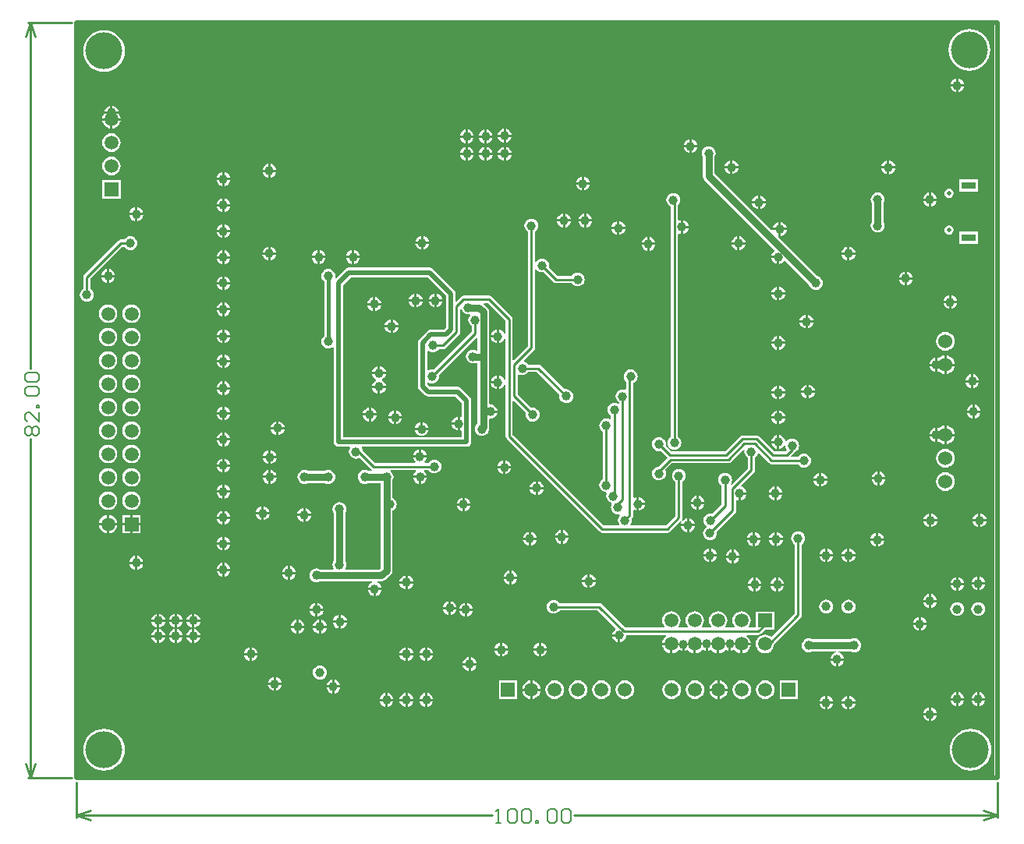
<source format=gbl>
G04*
G04 #@! TF.GenerationSoftware,Altium Limited,Altium Designer,18.1.9 (240)*
G04*
G04 Layer_Physical_Order=2*
G04 Layer_Color=16711680*
%FSLAX24Y24*%
%MOIN*%
G70*
G01*
G75*
%ADD15C,0.0100*%
%ADD17C,0.0200*%
%ADD18C,0.0060*%
%ADD21C,0.0050*%
%ADD35C,0.0591*%
%ADD70C,0.0300*%
%ADD71C,0.0150*%
%ADD72C,0.0600*%
%ADD73R,0.0591X0.0591*%
%ADD74R,0.0591X0.0315*%
%ADD75C,0.0197*%
%ADD76R,0.0591X0.0591*%
%ADD77C,0.1575*%
%ADD78C,0.0394*%
G36*
X39250Y100D02*
X39200Y50D01*
X17250Y100D01*
X50D01*
Y32100D01*
X100Y32200D01*
X150Y32250D01*
X39250D01*
Y100D01*
D02*
G37*
%LPC*%
G36*
X38169Y32011D02*
X37995Y31993D01*
X37828Y31943D01*
X37673Y31860D01*
X37538Y31749D01*
X37427Y31614D01*
X37345Y31460D01*
X37294Y31293D01*
X37277Y31119D01*
X37294Y30945D01*
X37345Y30778D01*
X37427Y30624D01*
X37538Y30488D01*
X37673Y30377D01*
X37828Y30295D01*
X37995Y30244D01*
X38169Y30227D01*
X38343Y30244D01*
X38510Y30295D01*
X38664Y30377D01*
X38799Y30488D01*
X38910Y30624D01*
X38993Y30778D01*
X39043Y30945D01*
X39061Y31119D01*
X39043Y31293D01*
X38993Y31460D01*
X38910Y31614D01*
X38799Y31749D01*
X38664Y31860D01*
X38510Y31943D01*
X38343Y31993D01*
X38169Y32011D01*
D02*
G37*
G36*
X1181Y31961D02*
X1007Y31943D01*
X840Y31893D01*
X686Y31810D01*
X551Y31699D01*
X440Y31564D01*
X357Y31410D01*
X307Y31243D01*
X289Y31069D01*
X307Y30895D01*
X357Y30728D01*
X440Y30573D01*
X551Y30438D01*
X686Y30327D01*
X840Y30245D01*
X1007Y30194D01*
X1181Y30177D01*
X1355Y30194D01*
X1522Y30245D01*
X1676Y30327D01*
X1812Y30438D01*
X1923Y30573D01*
X2005Y30728D01*
X2056Y30895D01*
X2073Y31069D01*
X2056Y31243D01*
X2005Y31410D01*
X1923Y31564D01*
X1812Y31699D01*
X1676Y31810D01*
X1522Y31893D01*
X1355Y31943D01*
X1181Y31961D01*
D02*
G37*
G36*
X37700Y29893D02*
Y29650D01*
X37943D01*
X37939Y29677D01*
X37909Y29750D01*
X37862Y29812D01*
X37800Y29859D01*
X37727Y29889D01*
X37700Y29893D01*
D02*
G37*
G36*
X37600D02*
X37573Y29889D01*
X37500Y29859D01*
X37438Y29812D01*
X37391Y29750D01*
X37361Y29677D01*
X37357Y29650D01*
X37600D01*
Y29893D01*
D02*
G37*
G36*
X37943Y29550D02*
X37700D01*
Y29307D01*
X37727Y29311D01*
X37800Y29341D01*
X37862Y29388D01*
X37909Y29450D01*
X37939Y29523D01*
X37943Y29550D01*
D02*
G37*
G36*
X37600D02*
X37357D01*
X37361Y29523D01*
X37391Y29450D01*
X37438Y29388D01*
X37500Y29341D01*
X37573Y29311D01*
X37600Y29307D01*
Y29550D01*
D02*
G37*
G36*
X1550Y28727D02*
Y28484D01*
X1793D01*
X1789Y28512D01*
X1759Y28584D01*
X1712Y28646D01*
X1650Y28693D01*
X1577Y28723D01*
X1550Y28727D01*
D02*
G37*
G36*
X1450D02*
X1423Y28723D01*
X1350Y28693D01*
X1288Y28646D01*
X1241Y28584D01*
X1211Y28512D01*
X1207Y28484D01*
X1450D01*
Y28727D01*
D02*
G37*
G36*
X1819Y28384D02*
X1181D01*
X1155Y28349D01*
X1115Y28253D01*
X1108Y28200D01*
X1500D01*
X1892D01*
X1885Y28253D01*
X1845Y28349D01*
X1819Y28384D01*
D02*
G37*
G36*
X1892Y28100D02*
X1550D01*
Y27758D01*
X1603Y27765D01*
X1699Y27805D01*
X1782Y27868D01*
X1845Y27951D01*
X1885Y28047D01*
X1892Y28100D01*
D02*
G37*
G36*
X1450D02*
X1108D01*
X1115Y28047D01*
X1155Y27951D01*
X1218Y27868D01*
X1301Y27805D01*
X1397Y27765D01*
X1450Y27758D01*
Y28100D01*
D02*
G37*
G36*
X18356Y27743D02*
Y27500D01*
X18598D01*
X18595Y27527D01*
X18565Y27600D01*
X18517Y27662D01*
X18455Y27709D01*
X18383Y27739D01*
X18356Y27743D01*
D02*
G37*
G36*
X18256D02*
X18228Y27739D01*
X18156Y27709D01*
X18094Y27662D01*
X18046Y27600D01*
X18016Y27527D01*
X18013Y27500D01*
X18256D01*
Y27743D01*
D02*
G37*
G36*
X17548Y27706D02*
Y27463D01*
X17791D01*
X17787Y27491D01*
X17757Y27563D01*
X17710Y27625D01*
X17648Y27673D01*
X17576Y27703D01*
X17548Y27706D01*
D02*
G37*
G36*
X17448D02*
X17421Y27703D01*
X17348Y27673D01*
X17286Y27625D01*
X17239Y27563D01*
X17209Y27491D01*
X17205Y27463D01*
X17448D01*
Y27706D01*
D02*
G37*
G36*
X16741D02*
Y27463D01*
X16984D01*
X16980Y27491D01*
X16950Y27563D01*
X16902Y27625D01*
X16840Y27673D01*
X16768Y27703D01*
X16741Y27706D01*
D02*
G37*
G36*
X16641D02*
X16613Y27703D01*
X16541Y27673D01*
X16479Y27625D01*
X16431Y27563D01*
X16401Y27491D01*
X16398Y27463D01*
X16641D01*
Y27706D01*
D02*
G37*
G36*
X18598Y27400D02*
X18356D01*
Y27157D01*
X18383Y27161D01*
X18455Y27191D01*
X18517Y27238D01*
X18565Y27300D01*
X18595Y27373D01*
X18598Y27400D01*
D02*
G37*
G36*
X18256D02*
X18013D01*
X18016Y27373D01*
X18046Y27300D01*
X18094Y27238D01*
X18156Y27191D01*
X18228Y27161D01*
X18256Y27157D01*
Y27400D01*
D02*
G37*
G36*
X17791Y27363D02*
X17548D01*
Y27121D01*
X17576Y27124D01*
X17648Y27154D01*
X17710Y27202D01*
X17757Y27264D01*
X17787Y27336D01*
X17791Y27363D01*
D02*
G37*
G36*
X17448D02*
X17205D01*
X17209Y27336D01*
X17239Y27264D01*
X17286Y27202D01*
X17348Y27154D01*
X17421Y27124D01*
X17448Y27121D01*
Y27363D01*
D02*
G37*
G36*
X16984D02*
X16741D01*
Y27121D01*
X16768Y27124D01*
X16840Y27154D01*
X16902Y27202D01*
X16950Y27264D01*
X16980Y27336D01*
X16984Y27363D01*
D02*
G37*
G36*
X16641D02*
X16398D01*
X16401Y27336D01*
X16431Y27264D01*
X16479Y27202D01*
X16541Y27154D01*
X16613Y27124D01*
X16641Y27121D01*
Y27363D01*
D02*
G37*
G36*
X26300Y27292D02*
Y27049D01*
X26543D01*
X26539Y27077D01*
X26509Y27149D01*
X26462Y27211D01*
X26400Y27259D01*
X26327Y27289D01*
X26300Y27292D01*
D02*
G37*
G36*
X26200D02*
X26173Y27289D01*
X26100Y27259D01*
X26038Y27211D01*
X25991Y27149D01*
X25961Y27077D01*
X25957Y27049D01*
X26200D01*
Y27292D01*
D02*
G37*
G36*
X1500Y27549D02*
X1397Y27535D01*
X1301Y27495D01*
X1218Y27432D01*
X1155Y27349D01*
X1115Y27253D01*
X1101Y27150D01*
X1115Y27047D01*
X1155Y26951D01*
X1218Y26868D01*
X1301Y26805D01*
X1397Y26765D01*
X1500Y26751D01*
X1603Y26765D01*
X1699Y26805D01*
X1782Y26868D01*
X1845Y26951D01*
X1885Y27047D01*
X1899Y27150D01*
X1885Y27253D01*
X1845Y27349D01*
X1782Y27432D01*
X1699Y27495D01*
X1603Y27535D01*
X1500Y27549D01*
D02*
G37*
G36*
X18356Y26970D02*
Y26728D01*
X18598D01*
X18595Y26755D01*
X18565Y26827D01*
X18517Y26889D01*
X18455Y26937D01*
X18383Y26967D01*
X18356Y26970D01*
D02*
G37*
G36*
X18256D02*
X18228Y26967D01*
X18156Y26937D01*
X18094Y26889D01*
X18046Y26827D01*
X18016Y26755D01*
X18013Y26728D01*
X18256D01*
Y26970D01*
D02*
G37*
G36*
X17548D02*
Y26728D01*
X17791D01*
X17787Y26755D01*
X17757Y26827D01*
X17710Y26889D01*
X17648Y26937D01*
X17576Y26967D01*
X17548Y26970D01*
D02*
G37*
G36*
X17448D02*
X17421Y26967D01*
X17348Y26937D01*
X17286Y26889D01*
X17239Y26827D01*
X17209Y26755D01*
X17205Y26728D01*
X17448D01*
Y26970D01*
D02*
G37*
G36*
X16741D02*
Y26728D01*
X16984D01*
X16980Y26755D01*
X16950Y26827D01*
X16902Y26889D01*
X16840Y26937D01*
X16768Y26967D01*
X16741Y26970D01*
D02*
G37*
G36*
X16641D02*
X16613Y26967D01*
X16541Y26937D01*
X16479Y26889D01*
X16431Y26827D01*
X16401Y26755D01*
X16398Y26728D01*
X16641D01*
Y26970D01*
D02*
G37*
G36*
X26543Y26949D02*
X26300D01*
Y26707D01*
X26327Y26710D01*
X26400Y26740D01*
X26462Y26788D01*
X26509Y26850D01*
X26539Y26922D01*
X26543Y26949D01*
D02*
G37*
G36*
X26200D02*
X25957D01*
X25961Y26922D01*
X25991Y26850D01*
X26038Y26788D01*
X26100Y26740D01*
X26173Y26710D01*
X26200Y26707D01*
Y26949D01*
D02*
G37*
G36*
X18598Y26628D02*
X18356D01*
Y26385D01*
X18383Y26388D01*
X18455Y26418D01*
X18517Y26466D01*
X18565Y26528D01*
X18595Y26600D01*
X18598Y26628D01*
D02*
G37*
G36*
X18256D02*
X18013D01*
X18016Y26600D01*
X18046Y26528D01*
X18094Y26466D01*
X18156Y26418D01*
X18228Y26388D01*
X18256Y26385D01*
Y26628D01*
D02*
G37*
G36*
X17791D02*
X17548D01*
Y26385D01*
X17576Y26388D01*
X17648Y26418D01*
X17710Y26466D01*
X17757Y26528D01*
X17787Y26600D01*
X17791Y26628D01*
D02*
G37*
G36*
X17448D02*
X17205D01*
X17209Y26600D01*
X17239Y26528D01*
X17286Y26466D01*
X17348Y26418D01*
X17421Y26388D01*
X17448Y26385D01*
Y26628D01*
D02*
G37*
G36*
X16984D02*
X16741D01*
Y26385D01*
X16768Y26388D01*
X16840Y26418D01*
X16902Y26466D01*
X16950Y26528D01*
X16980Y26600D01*
X16984Y26628D01*
D02*
G37*
G36*
X16641D02*
X16398D01*
X16401Y26600D01*
X16431Y26528D01*
X16479Y26466D01*
X16541Y26418D01*
X16613Y26388D01*
X16641Y26385D01*
Y26628D01*
D02*
G37*
G36*
X28050Y26393D02*
Y26150D01*
X28293D01*
X28289Y26177D01*
X28259Y26250D01*
X28212Y26312D01*
X28150Y26359D01*
X28077Y26389D01*
X28050Y26393D01*
D02*
G37*
G36*
X27950D02*
X27923Y26389D01*
X27850Y26359D01*
X27788Y26312D01*
X27741Y26250D01*
X27711Y26177D01*
X27707Y26150D01*
X27950D01*
Y26393D01*
D02*
G37*
G36*
X34750Y26385D02*
Y26143D01*
X34993D01*
X34989Y26170D01*
X34959Y26242D01*
X34912Y26304D01*
X34850Y26352D01*
X34777Y26382D01*
X34750Y26385D01*
D02*
G37*
G36*
X34650D02*
X34623Y26382D01*
X34550Y26352D01*
X34488Y26304D01*
X34441Y26242D01*
X34411Y26170D01*
X34407Y26143D01*
X34650D01*
Y26385D01*
D02*
G37*
G36*
X8297Y26243D02*
Y26000D01*
X8540D01*
X8536Y26027D01*
X8506Y26100D01*
X8459Y26162D01*
X8397Y26209D01*
X8324Y26239D01*
X8297Y26243D01*
D02*
G37*
G36*
X8197D02*
X8169Y26239D01*
X8097Y26209D01*
X8035Y26162D01*
X7988Y26100D01*
X7958Y26027D01*
X7954Y26000D01*
X8197D01*
Y26243D01*
D02*
G37*
G36*
X28293Y26050D02*
X28050D01*
Y25807D01*
X28077Y25811D01*
X28150Y25841D01*
X28212Y25888D01*
X28259Y25950D01*
X28289Y26023D01*
X28293Y26050D01*
D02*
G37*
G36*
X27950D02*
X27707D01*
X27711Y26023D01*
X27741Y25950D01*
X27788Y25888D01*
X27850Y25841D01*
X27923Y25811D01*
X27950Y25807D01*
Y26050D01*
D02*
G37*
G36*
X34993Y26043D02*
X34750D01*
Y25800D01*
X34777Y25803D01*
X34850Y25833D01*
X34912Y25881D01*
X34959Y25943D01*
X34989Y26015D01*
X34993Y26043D01*
D02*
G37*
G36*
X34650D02*
X34407D01*
X34411Y26015D01*
X34441Y25943D01*
X34488Y25881D01*
X34550Y25833D01*
X34623Y25803D01*
X34650Y25800D01*
Y26043D01*
D02*
G37*
G36*
X1500Y26549D02*
X1397Y26535D01*
X1301Y26495D01*
X1218Y26432D01*
X1155Y26349D01*
X1115Y26253D01*
X1101Y26150D01*
X1115Y26047D01*
X1155Y25951D01*
X1218Y25868D01*
X1301Y25805D01*
X1397Y25765D01*
X1500Y25751D01*
X1603Y25765D01*
X1699Y25805D01*
X1782Y25868D01*
X1845Y25951D01*
X1885Y26047D01*
X1899Y26150D01*
X1885Y26253D01*
X1845Y26349D01*
X1782Y26432D01*
X1699Y26495D01*
X1603Y26535D01*
X1500Y26549D01*
D02*
G37*
G36*
X8540Y25900D02*
X8297D01*
Y25657D01*
X8324Y25661D01*
X8397Y25691D01*
X8459Y25738D01*
X8506Y25800D01*
X8536Y25873D01*
X8540Y25900D01*
D02*
G37*
G36*
X8197D02*
X7954D01*
X7958Y25873D01*
X7988Y25800D01*
X8035Y25738D01*
X8097Y25691D01*
X8169Y25661D01*
X8197Y25657D01*
Y25900D01*
D02*
G37*
G36*
X6333Y25883D02*
Y25640D01*
X6576D01*
X6573Y25668D01*
X6543Y25740D01*
X6495Y25802D01*
X6433Y25849D01*
X6361Y25879D01*
X6333Y25883D01*
D02*
G37*
G36*
X6233D02*
X6206Y25879D01*
X6134Y25849D01*
X6072Y25802D01*
X6024Y25740D01*
X5994Y25668D01*
X5990Y25640D01*
X6233D01*
Y25883D01*
D02*
G37*
G36*
X21700Y25693D02*
Y25450D01*
X21943D01*
X21939Y25477D01*
X21909Y25550D01*
X21862Y25612D01*
X21800Y25659D01*
X21727Y25689D01*
X21700Y25693D01*
D02*
G37*
G36*
X21600D02*
X21573Y25689D01*
X21500Y25659D01*
X21438Y25612D01*
X21391Y25550D01*
X21361Y25477D01*
X21357Y25450D01*
X21600D01*
Y25693D01*
D02*
G37*
G36*
X6576Y25540D02*
X6333D01*
Y25297D01*
X6361Y25301D01*
X6433Y25331D01*
X6495Y25378D01*
X6543Y25440D01*
X6573Y25513D01*
X6576Y25540D01*
D02*
G37*
G36*
X6233D02*
X5990D01*
X5994Y25513D01*
X6024Y25440D01*
X6072Y25378D01*
X6134Y25331D01*
X6206Y25301D01*
X6233Y25297D01*
Y25540D01*
D02*
G37*
G36*
X21943Y25350D02*
X21700D01*
Y25107D01*
X21727Y25111D01*
X21800Y25141D01*
X21862Y25188D01*
X21909Y25250D01*
X21939Y25323D01*
X21943Y25350D01*
D02*
G37*
G36*
X21600D02*
X21357D01*
X21361Y25323D01*
X21391Y25250D01*
X21438Y25188D01*
X21500Y25141D01*
X21573Y25111D01*
X21600Y25107D01*
Y25350D01*
D02*
G37*
G36*
X38542Y25570D02*
X37752D01*
Y25055D01*
X38542D01*
Y25570D01*
D02*
G37*
G36*
X37300Y25190D02*
X37223Y25174D01*
X37157Y25130D01*
X37113Y25065D01*
X37098Y24987D01*
X37113Y24910D01*
X37157Y24844D01*
X37223Y24800D01*
X37300Y24785D01*
X37378Y24800D01*
X37443Y24844D01*
X37487Y24910D01*
X37503Y24987D01*
X37487Y25065D01*
X37443Y25130D01*
X37378Y25174D01*
X37300Y25190D01*
D02*
G37*
G36*
X36534Y25005D02*
Y24762D01*
X36777D01*
X36773Y24789D01*
X36743Y24862D01*
X36696Y24924D01*
X36634Y24971D01*
X36561Y25001D01*
X36534Y25005D01*
D02*
G37*
G36*
X36434D02*
X36406Y25001D01*
X36334Y24971D01*
X36272Y24924D01*
X36225Y24862D01*
X36195Y24789D01*
X36191Y24762D01*
X36434D01*
Y25005D01*
D02*
G37*
G36*
X1895Y25545D02*
X1105D01*
Y24755D01*
X1895D01*
Y25545D01*
D02*
G37*
G36*
X29223Y24891D02*
Y24648D01*
X29465D01*
X29462Y24675D01*
X29432Y24748D01*
X29384Y24810D01*
X29322Y24857D01*
X29250Y24887D01*
X29223Y24891D01*
D02*
G37*
G36*
X29123D02*
X29095Y24887D01*
X29023Y24857D01*
X28961Y24810D01*
X28913Y24748D01*
X28883Y24675D01*
X28880Y24648D01*
X29123D01*
Y24891D01*
D02*
G37*
G36*
X6333Y24769D02*
Y24526D01*
X6576D01*
X6573Y24554D01*
X6543Y24626D01*
X6495Y24688D01*
X6433Y24736D01*
X6361Y24765D01*
X6333Y24769D01*
D02*
G37*
G36*
X6233D02*
X6206Y24765D01*
X6134Y24736D01*
X6072Y24688D01*
X6024Y24626D01*
X5994Y24554D01*
X5990Y24526D01*
X6233D01*
Y24769D01*
D02*
G37*
G36*
X36777Y24662D02*
X36534D01*
Y24419D01*
X36561Y24423D01*
X36634Y24453D01*
X36696Y24500D01*
X36743Y24562D01*
X36773Y24634D01*
X36777Y24662D01*
D02*
G37*
G36*
X36434D02*
X36191D01*
X36195Y24634D01*
X36225Y24562D01*
X36272Y24500D01*
X36334Y24453D01*
X36406Y24423D01*
X36434Y24419D01*
Y24662D01*
D02*
G37*
G36*
X29465Y24548D02*
X29223D01*
Y24305D01*
X29250Y24309D01*
X29322Y24339D01*
X29384Y24386D01*
X29432Y24448D01*
X29462Y24520D01*
X29465Y24548D01*
D02*
G37*
G36*
X29123D02*
X28880D01*
X28883Y24520D01*
X28913Y24448D01*
X28961Y24386D01*
X29023Y24339D01*
X29095Y24309D01*
X29123Y24305D01*
Y24548D01*
D02*
G37*
G36*
X6576Y24426D02*
X6333D01*
Y24183D01*
X6361Y24187D01*
X6433Y24217D01*
X6495Y24265D01*
X6543Y24327D01*
X6573Y24399D01*
X6576Y24426D01*
D02*
G37*
G36*
X6233D02*
X5990D01*
X5994Y24399D01*
X6024Y24327D01*
X6072Y24265D01*
X6134Y24217D01*
X6206Y24187D01*
X6233Y24183D01*
Y24426D01*
D02*
G37*
G36*
X2615Y24383D02*
Y24140D01*
X2858D01*
X2854Y24167D01*
X2824Y24239D01*
X2777Y24301D01*
X2715Y24349D01*
X2642Y24379D01*
X2615Y24383D01*
D02*
G37*
G36*
X2515D02*
X2487Y24379D01*
X2415Y24349D01*
X2353Y24301D01*
X2306Y24239D01*
X2276Y24167D01*
X2272Y24140D01*
X2515D01*
Y24383D01*
D02*
G37*
G36*
X21800Y24115D02*
Y23872D01*
X22043D01*
X22039Y23899D01*
X22009Y23971D01*
X21962Y24033D01*
X21900Y24081D01*
X21827Y24111D01*
X21800Y24115D01*
D02*
G37*
G36*
X21700D02*
X21673Y24111D01*
X21600Y24081D01*
X21538Y24033D01*
X21491Y23971D01*
X21461Y23899D01*
X21457Y23872D01*
X21700D01*
Y24115D01*
D02*
G37*
G36*
X20889D02*
Y23872D01*
X21132D01*
X21129Y23899D01*
X21099Y23971D01*
X21051Y24033D01*
X20989Y24081D01*
X20917Y24111D01*
X20889Y24115D01*
D02*
G37*
G36*
X20789D02*
X20762Y24111D01*
X20690Y24081D01*
X20628Y24033D01*
X20580Y23971D01*
X20550Y23899D01*
X20547Y23872D01*
X20789D01*
Y24115D01*
D02*
G37*
G36*
X2858Y24040D02*
X2615D01*
Y23797D01*
X2642Y23801D01*
X2715Y23830D01*
X2777Y23878D01*
X2824Y23940D01*
X2854Y24012D01*
X2858Y24040D01*
D02*
G37*
G36*
X2515D02*
X2272D01*
X2276Y24012D01*
X2306Y23940D01*
X2353Y23878D01*
X2415Y23830D01*
X2487Y23801D01*
X2515Y23797D01*
Y24040D01*
D02*
G37*
G36*
X25934Y23830D02*
Y23588D01*
X26177D01*
X26173Y23615D01*
X26143Y23687D01*
X26096Y23749D01*
X26034Y23797D01*
X25962Y23827D01*
X25934Y23830D01*
D02*
G37*
G36*
X23216Y23793D02*
Y23550D01*
X23459D01*
X23455Y23577D01*
X23425Y23650D01*
X23378Y23712D01*
X23316Y23759D01*
X23243Y23789D01*
X23216Y23793D01*
D02*
G37*
G36*
X23116D02*
X23088Y23789D01*
X23016Y23759D01*
X22954Y23712D01*
X22907Y23650D01*
X22877Y23577D01*
X22873Y23550D01*
X23116D01*
Y23793D01*
D02*
G37*
G36*
X22043Y23772D02*
X21800D01*
Y23529D01*
X21827Y23533D01*
X21900Y23562D01*
X21962Y23610D01*
X22009Y23672D01*
X22039Y23744D01*
X22043Y23772D01*
D02*
G37*
G36*
X21700D02*
X21457D01*
X21461Y23744D01*
X21491Y23672D01*
X21538Y23610D01*
X21600Y23562D01*
X21673Y23533D01*
X21700Y23529D01*
Y23772D01*
D02*
G37*
G36*
X21132D02*
X20889D01*
Y23529D01*
X20917Y23533D01*
X20989Y23562D01*
X21051Y23610D01*
X21099Y23672D01*
X21129Y23744D01*
X21132Y23772D01*
D02*
G37*
G36*
X20789D02*
X20547D01*
X20550Y23744D01*
X20580Y23672D01*
X20628Y23610D01*
X20690Y23562D01*
X20762Y23533D01*
X20789Y23529D01*
Y23772D01*
D02*
G37*
G36*
X30116Y23746D02*
Y23504D01*
X30359D01*
X30355Y23531D01*
X30326Y23603D01*
X30278Y23665D01*
X30216Y23713D01*
X30144Y23743D01*
X30116Y23746D01*
D02*
G37*
G36*
X30016D02*
X29989Y23743D01*
X29917Y23713D01*
X29855Y23665D01*
X29807Y23603D01*
X29777Y23531D01*
X29773Y23504D01*
X30016D01*
Y23746D01*
D02*
G37*
G36*
X6333Y23655D02*
Y23412D01*
X6576D01*
X6573Y23440D01*
X6543Y23512D01*
X6495Y23574D01*
X6433Y23622D01*
X6361Y23652D01*
X6333Y23655D01*
D02*
G37*
G36*
X6233D02*
X6206Y23652D01*
X6134Y23622D01*
X6072Y23574D01*
X6024Y23512D01*
X5994Y23440D01*
X5990Y23412D01*
X6233D01*
Y23655D01*
D02*
G37*
G36*
X34250Y25011D02*
X34173Y25001D01*
X34100Y24971D01*
X34038Y24924D01*
X33991Y24862D01*
X33961Y24789D01*
X33951Y24712D01*
X33961Y24634D01*
X33991Y24562D01*
X33995Y24556D01*
Y23755D01*
X33991Y23750D01*
X33961Y23677D01*
X33951Y23600D01*
X33961Y23523D01*
X33991Y23450D01*
X34038Y23388D01*
X34100Y23341D01*
X34173Y23311D01*
X34250Y23301D01*
X34327Y23311D01*
X34400Y23341D01*
X34462Y23388D01*
X34509Y23450D01*
X34539Y23523D01*
X34549Y23600D01*
X34539Y23677D01*
X34509Y23750D01*
X34505Y23755D01*
Y24556D01*
X34509Y24562D01*
X34539Y24634D01*
X34549Y24712D01*
X34539Y24789D01*
X34509Y24862D01*
X34462Y24924D01*
X34400Y24971D01*
X34327Y25001D01*
X34250Y25011D01*
D02*
G37*
G36*
X26177Y23488D02*
X25934D01*
Y23245D01*
X25962Y23248D01*
X26034Y23278D01*
X26096Y23326D01*
X26143Y23388D01*
X26173Y23460D01*
X26177Y23488D01*
D02*
G37*
G36*
X25515Y24999D02*
X25437Y24989D01*
X25365Y24959D01*
X25303Y24912D01*
X25255Y24850D01*
X25225Y24777D01*
X25215Y24700D01*
X25225Y24623D01*
X25255Y24550D01*
X25303Y24488D01*
X25365Y24441D01*
X25411Y24422D01*
Y14574D01*
X25352Y14529D01*
X25304Y14467D01*
X25275Y14395D01*
X25264Y14317D01*
X25275Y14240D01*
X25304Y14167D01*
X25352Y14105D01*
X25414Y14058D01*
X25486Y14028D01*
X25564Y14018D01*
X25641Y14028D01*
X25713Y14058D01*
X25775Y14105D01*
X25823Y14167D01*
X25853Y14240D01*
X25863Y14317D01*
X25853Y14395D01*
X25823Y14467D01*
X25775Y14529D01*
X25717Y14574D01*
Y23232D01*
X25767Y23265D01*
X25807Y23248D01*
X25834Y23245D01*
Y23538D01*
Y23830D01*
X25807Y23827D01*
X25767Y23810D01*
X25717Y23844D01*
Y24481D01*
X25726Y24488D01*
X25774Y24550D01*
X25804Y24623D01*
X25814Y24700D01*
X25804Y24777D01*
X25774Y24850D01*
X25726Y24912D01*
X25664Y24959D01*
X25592Y24989D01*
X25515Y24999D01*
D02*
G37*
G36*
X37300Y23615D02*
X37223Y23600D01*
X37157Y23556D01*
X37113Y23490D01*
X37098Y23413D01*
X37113Y23335D01*
X37157Y23270D01*
X37223Y23226D01*
X37300Y23210D01*
X37378Y23226D01*
X37443Y23270D01*
X37487Y23335D01*
X37503Y23413D01*
X37487Y23490D01*
X37443Y23556D01*
X37378Y23600D01*
X37300Y23615D01*
D02*
G37*
G36*
X23459Y23450D02*
X23216D01*
Y23207D01*
X23243Y23211D01*
X23316Y23241D01*
X23378Y23288D01*
X23425Y23350D01*
X23455Y23423D01*
X23459Y23450D01*
D02*
G37*
G36*
X23116D02*
X22873D01*
X22877Y23423D01*
X22907Y23350D01*
X22954Y23288D01*
X23016Y23241D01*
X23088Y23211D01*
X23116Y23207D01*
Y23450D01*
D02*
G37*
G36*
X30359Y23404D02*
X30116D01*
Y23161D01*
X30144Y23164D01*
X30216Y23194D01*
X30278Y23242D01*
X30326Y23304D01*
X30355Y23376D01*
X30359Y23404D01*
D02*
G37*
G36*
X6576Y23312D02*
X6333D01*
Y23070D01*
X6361Y23073D01*
X6433Y23103D01*
X6495Y23151D01*
X6543Y23213D01*
X6573Y23285D01*
X6576Y23312D01*
D02*
G37*
G36*
X6233D02*
X5990D01*
X5994Y23285D01*
X6024Y23213D01*
X6072Y23151D01*
X6134Y23103D01*
X6206Y23073D01*
X6233Y23070D01*
Y23312D01*
D02*
G37*
G36*
X14830Y23159D02*
Y22916D01*
X15073D01*
X15069Y22944D01*
X15039Y23016D01*
X14992Y23078D01*
X14930Y23126D01*
X14857Y23156D01*
X14830Y23159D01*
D02*
G37*
G36*
X14730D02*
X14702Y23156D01*
X14630Y23126D01*
X14568Y23078D01*
X14521Y23016D01*
X14491Y22944D01*
X14487Y22916D01*
X14730D01*
Y23159D01*
D02*
G37*
G36*
X28350Y23143D02*
Y22900D01*
X28593D01*
X28589Y22927D01*
X28559Y23000D01*
X28512Y23062D01*
X28450Y23109D01*
X28377Y23139D01*
X28350Y23143D01*
D02*
G37*
G36*
X28250D02*
X28223Y23139D01*
X28150Y23109D01*
X28088Y23062D01*
X28041Y23000D01*
X28011Y22927D01*
X28007Y22900D01*
X28250D01*
Y23143D01*
D02*
G37*
G36*
X24500Y23114D02*
Y22871D01*
X24743D01*
X24739Y22898D01*
X24709Y22970D01*
X24662Y23032D01*
X24600Y23080D01*
X24527Y23110D01*
X24500Y23114D01*
D02*
G37*
G36*
X24400D02*
X24373Y23110D01*
X24300Y23080D01*
X24238Y23032D01*
X24191Y22970D01*
X24161Y22898D01*
X24157Y22871D01*
X24400D01*
Y23114D01*
D02*
G37*
G36*
X38542Y23345D02*
X37752D01*
Y22830D01*
X38542D01*
Y23345D01*
D02*
G37*
G36*
X15073Y22816D02*
X14830D01*
Y22574D01*
X14857Y22577D01*
X14930Y22607D01*
X14992Y22655D01*
X15039Y22717D01*
X15069Y22789D01*
X15073Y22816D01*
D02*
G37*
G36*
X14730D02*
X14487D01*
X14491Y22789D01*
X14521Y22717D01*
X14568Y22655D01*
X14630Y22607D01*
X14702Y22577D01*
X14730Y22574D01*
Y22816D01*
D02*
G37*
G36*
X28593Y22800D02*
X28350D01*
Y22557D01*
X28377Y22561D01*
X28450Y22591D01*
X28512Y22638D01*
X28559Y22700D01*
X28589Y22773D01*
X28593Y22800D01*
D02*
G37*
G36*
X28250D02*
X28007D01*
X28011Y22773D01*
X28041Y22700D01*
X28088Y22638D01*
X28150Y22591D01*
X28223Y22561D01*
X28250Y22557D01*
Y22800D01*
D02*
G37*
G36*
X2306Y23149D02*
X2228Y23139D01*
X2156Y23109D01*
X2094Y23062D01*
X2049Y23003D01*
X1900D01*
X1841Y22991D01*
X1792Y22958D01*
X342Y21508D01*
X309Y21459D01*
X297Y21400D01*
Y20896D01*
X238Y20851D01*
X191Y20789D01*
X161Y20716D01*
X151Y20639D01*
X161Y20561D01*
X191Y20489D01*
X238Y20427D01*
X300Y20380D01*
X373Y20350D01*
X450Y20339D01*
X527Y20350D01*
X600Y20380D01*
X662Y20427D01*
X709Y20489D01*
X739Y20561D01*
X749Y20639D01*
X739Y20716D01*
X709Y20789D01*
X662Y20851D01*
X603Y20896D01*
Y21337D01*
X1963Y22697D01*
X2049D01*
X2094Y22638D01*
X2156Y22591D01*
X2228Y22561D01*
X2306Y22551D01*
X2383Y22561D01*
X2455Y22591D01*
X2517Y22638D01*
X2565Y22700D01*
X2595Y22773D01*
X2605Y22850D01*
X2595Y22927D01*
X2565Y23000D01*
X2517Y23062D01*
X2455Y23109D01*
X2383Y23139D01*
X2306Y23149D01*
D02*
G37*
G36*
X24743Y22771D02*
X24500D01*
Y22528D01*
X24527Y22532D01*
X24600Y22561D01*
X24662Y22609D01*
X24709Y22671D01*
X24739Y22743D01*
X24743Y22771D01*
D02*
G37*
G36*
X24400D02*
X24157D01*
X24161Y22743D01*
X24191Y22671D01*
X24238Y22609D01*
X24300Y22561D01*
X24373Y22532D01*
X24400Y22528D01*
Y22771D01*
D02*
G37*
G36*
X33050Y22703D02*
Y22461D01*
X33293D01*
X33289Y22488D01*
X33260Y22560D01*
X33212Y22622D01*
X33150Y22670D01*
X33078Y22700D01*
X33050Y22703D01*
D02*
G37*
G36*
X32950D02*
X32923Y22700D01*
X32851Y22670D01*
X32789Y22622D01*
X32741Y22560D01*
X32711Y22488D01*
X32707Y22461D01*
X32950D01*
Y22703D01*
D02*
G37*
G36*
X8297Y22694D02*
Y22452D01*
X8540D01*
X8536Y22479D01*
X8506Y22551D01*
X8459Y22613D01*
X8397Y22661D01*
X8324Y22691D01*
X8297Y22694D01*
D02*
G37*
G36*
X8197D02*
X8169Y22691D01*
X8097Y22661D01*
X8035Y22613D01*
X7988Y22551D01*
X7958Y22479D01*
X7954Y22452D01*
X8197D01*
Y22694D01*
D02*
G37*
G36*
X11874Y22552D02*
Y22310D01*
X12117D01*
X12113Y22337D01*
X12083Y22409D01*
X12036Y22471D01*
X11974Y22519D01*
X11902Y22549D01*
X11874Y22552D01*
D02*
G37*
G36*
X11774D02*
X11747Y22549D01*
X11674Y22519D01*
X11612Y22471D01*
X11565Y22409D01*
X11535Y22337D01*
X11531Y22310D01*
X11774D01*
Y22552D01*
D02*
G37*
G36*
X10408D02*
Y22310D01*
X10651D01*
X10647Y22337D01*
X10617Y22409D01*
X10570Y22471D01*
X10508Y22519D01*
X10435Y22549D01*
X10408Y22552D01*
D02*
G37*
G36*
X10308D02*
X10280Y22549D01*
X10208Y22519D01*
X10146Y22471D01*
X10099Y22409D01*
X10069Y22337D01*
X10065Y22310D01*
X10308D01*
Y22552D01*
D02*
G37*
G36*
X6333Y22542D02*
Y22299D01*
X6576D01*
X6573Y22326D01*
X6543Y22398D01*
X6495Y22460D01*
X6433Y22508D01*
X6361Y22538D01*
X6333Y22542D01*
D02*
G37*
G36*
X6233D02*
X6206Y22538D01*
X6134Y22508D01*
X6072Y22460D01*
X6024Y22398D01*
X5994Y22326D01*
X5990Y22299D01*
X6233D01*
Y22542D01*
D02*
G37*
G36*
X33293Y22361D02*
X33050D01*
Y22118D01*
X33078Y22121D01*
X33150Y22151D01*
X33212Y22199D01*
X33260Y22261D01*
X33289Y22333D01*
X33293Y22361D01*
D02*
G37*
G36*
X32950D02*
X32707D01*
X32711Y22333D01*
X32741Y22261D01*
X32789Y22199D01*
X32851Y22151D01*
X32923Y22121D01*
X32950Y22118D01*
Y22361D01*
D02*
G37*
G36*
X8540Y22352D02*
X8297D01*
Y22109D01*
X8324Y22112D01*
X8397Y22142D01*
X8459Y22190D01*
X8506Y22252D01*
X8536Y22324D01*
X8540Y22352D01*
D02*
G37*
G36*
X8197D02*
X7954D01*
X7958Y22324D01*
X7988Y22252D01*
X8035Y22190D01*
X8097Y22142D01*
X8169Y22112D01*
X8197Y22109D01*
Y22352D01*
D02*
G37*
G36*
X29953Y22210D02*
X29710D01*
X29714Y22182D01*
X29744Y22110D01*
X29791Y22048D01*
X29853Y22000D01*
X29926Y21970D01*
X29953Y21967D01*
Y22210D01*
D02*
G37*
G36*
X12117D02*
X11874D01*
Y21967D01*
X11902Y21970D01*
X11974Y22000D01*
X12036Y22048D01*
X12083Y22110D01*
X12113Y22182D01*
X12117Y22210D01*
D02*
G37*
G36*
X11774D02*
X11531D01*
X11535Y22182D01*
X11565Y22110D01*
X11612Y22048D01*
X11674Y22000D01*
X11747Y21970D01*
X11774Y21967D01*
Y22210D01*
D02*
G37*
G36*
X10651D02*
X10408D01*
Y21967D01*
X10435Y21970D01*
X10508Y22000D01*
X10570Y22048D01*
X10617Y22110D01*
X10647Y22182D01*
X10651Y22210D01*
D02*
G37*
G36*
X10308D02*
X10065D01*
X10069Y22182D01*
X10099Y22110D01*
X10146Y22048D01*
X10208Y22000D01*
X10280Y21970D01*
X10308Y21967D01*
Y22210D01*
D02*
G37*
G36*
X6576Y22199D02*
X6333D01*
Y21956D01*
X6361Y21959D01*
X6433Y21989D01*
X6495Y22037D01*
X6543Y22099D01*
X6573Y22171D01*
X6576Y22199D01*
D02*
G37*
G36*
X6233D02*
X5990D01*
X5994Y22171D01*
X6024Y22099D01*
X6072Y22037D01*
X6134Y21989D01*
X6206Y21959D01*
X6233Y21956D01*
Y22199D01*
D02*
G37*
G36*
X1406Y21740D02*
Y21497D01*
X1648D01*
X1645Y21525D01*
X1615Y21597D01*
X1567Y21659D01*
X1505Y21707D01*
X1433Y21736D01*
X1406Y21740D01*
D02*
G37*
G36*
X1306D02*
X1278Y21736D01*
X1206Y21707D01*
X1144Y21659D01*
X1096Y21597D01*
X1066Y21525D01*
X1063Y21497D01*
X1306D01*
Y21740D01*
D02*
G37*
G36*
X35500Y21629D02*
Y21386D01*
X35743D01*
X35739Y21414D01*
X35709Y21486D01*
X35662Y21548D01*
X35600Y21596D01*
X35527Y21626D01*
X35500Y21629D01*
D02*
G37*
G36*
X35400D02*
X35373Y21626D01*
X35300Y21596D01*
X35238Y21548D01*
X35191Y21486D01*
X35161Y21414D01*
X35157Y21386D01*
X35400D01*
Y21629D01*
D02*
G37*
G36*
X6333Y21428D02*
Y21185D01*
X6576D01*
X6573Y21212D01*
X6543Y21285D01*
X6495Y21347D01*
X6433Y21394D01*
X6361Y21424D01*
X6333Y21428D01*
D02*
G37*
G36*
X6233D02*
X6206Y21424D01*
X6134Y21394D01*
X6072Y21347D01*
X6024Y21285D01*
X5994Y21212D01*
X5990Y21185D01*
X6233D01*
Y21428D01*
D02*
G37*
G36*
X1648Y21397D02*
X1406D01*
Y21154D01*
X1433Y21158D01*
X1505Y21188D01*
X1567Y21236D01*
X1615Y21298D01*
X1645Y21370D01*
X1648Y21397D01*
D02*
G37*
G36*
X1306D02*
X1063D01*
X1066Y21370D01*
X1096Y21298D01*
X1144Y21236D01*
X1206Y21188D01*
X1278Y21158D01*
X1306Y21154D01*
Y21397D01*
D02*
G37*
G36*
X35743Y21286D02*
X35500D01*
Y21044D01*
X35527Y21047D01*
X35600Y21077D01*
X35662Y21125D01*
X35709Y21187D01*
X35739Y21259D01*
X35743Y21286D01*
D02*
G37*
G36*
X35400D02*
X35157D01*
X35161Y21259D01*
X35191Y21187D01*
X35238Y21125D01*
X35300Y21077D01*
X35373Y21047D01*
X35400Y21044D01*
Y21286D01*
D02*
G37*
G36*
X27028Y26999D02*
X26950Y26989D01*
X26878Y26959D01*
X26816Y26912D01*
X26768Y26850D01*
X26738Y26777D01*
X26728Y26700D01*
X26738Y26623D01*
X26768Y26550D01*
X26773Y26545D01*
Y25729D01*
X26792Y25632D01*
X26847Y25549D01*
X29835Y22562D01*
X29827Y22499D01*
X29791Y22471D01*
X29744Y22409D01*
X29714Y22337D01*
X29710Y22310D01*
X30003D01*
Y22260D01*
X30053D01*
Y21967D01*
X30081Y21970D01*
X30153Y22000D01*
X30215Y22048D01*
X30242Y22083D01*
X30305Y22091D01*
X31317Y21080D01*
X31317Y21073D01*
X31347Y21000D01*
X31395Y20938D01*
X31457Y20891D01*
X31529Y20861D01*
X31607Y20851D01*
X31684Y20861D01*
X31756Y20891D01*
X31818Y20938D01*
X31866Y21000D01*
X31896Y21073D01*
X31906Y21150D01*
X31896Y21227D01*
X31866Y21300D01*
X31818Y21362D01*
X31756Y21409D01*
X31684Y21439D01*
X31677Y21440D01*
X30005Y23112D01*
X30016Y23134D01*
Y23404D01*
X29746D01*
X29724Y23393D01*
X27282Y25835D01*
Y26545D01*
X27287Y26550D01*
X27317Y26623D01*
X27327Y26700D01*
X27317Y26777D01*
X27287Y26850D01*
X27239Y26912D01*
X27177Y26959D01*
X27105Y26989D01*
X27028Y26999D01*
D02*
G37*
G36*
X6576Y21085D02*
X6333D01*
Y20842D01*
X6361Y20846D01*
X6433Y20876D01*
X6495Y20923D01*
X6543Y20985D01*
X6573Y21057D01*
X6576Y21085D01*
D02*
G37*
G36*
X6233D02*
X5990D01*
X5994Y21057D01*
X6024Y20985D01*
X6072Y20923D01*
X6134Y20876D01*
X6206Y20846D01*
X6233Y20842D01*
Y21085D01*
D02*
G37*
G36*
X30053Y20993D02*
Y20750D01*
X30296D01*
X30292Y20778D01*
X30262Y20850D01*
X30215Y20912D01*
X30153Y20960D01*
X30081Y20990D01*
X30053Y20993D01*
D02*
G37*
G36*
X29953D02*
X29926Y20990D01*
X29853Y20960D01*
X29791Y20912D01*
X29744Y20850D01*
X29714Y20778D01*
X29710Y20750D01*
X29953D01*
Y20993D01*
D02*
G37*
G36*
X30296Y20650D02*
X30053D01*
Y20408D01*
X30081Y20411D01*
X30153Y20441D01*
X30215Y20489D01*
X30262Y20551D01*
X30292Y20623D01*
X30296Y20650D01*
D02*
G37*
G36*
X29953D02*
X29710D01*
X29714Y20623D01*
X29744Y20551D01*
X29791Y20489D01*
X29853Y20441D01*
X29926Y20411D01*
X29953Y20408D01*
Y20650D01*
D02*
G37*
G36*
X37400Y20623D02*
Y20380D01*
X37643D01*
X37639Y20408D01*
X37609Y20480D01*
X37562Y20542D01*
X37500Y20589D01*
X37427Y20619D01*
X37400Y20623D01*
D02*
G37*
G36*
X37300D02*
X37273Y20619D01*
X37200Y20589D01*
X37138Y20542D01*
X37091Y20480D01*
X37061Y20408D01*
X37057Y20380D01*
X37300D01*
Y20623D01*
D02*
G37*
G36*
X6333Y20314D02*
Y20071D01*
X6576D01*
X6573Y20099D01*
X6543Y20171D01*
X6495Y20233D01*
X6433Y20280D01*
X6361Y20310D01*
X6333Y20314D01*
D02*
G37*
G36*
X6233D02*
X6206Y20310D01*
X6134Y20280D01*
X6072Y20233D01*
X6024Y20171D01*
X5994Y20099D01*
X5990Y20071D01*
X6233D01*
Y20314D01*
D02*
G37*
G36*
X37643Y20280D02*
X37400D01*
Y20037D01*
X37427Y20041D01*
X37500Y20071D01*
X37562Y20118D01*
X37609Y20180D01*
X37639Y20253D01*
X37643Y20280D01*
D02*
G37*
G36*
X37300D02*
X37057D01*
X37061Y20253D01*
X37091Y20180D01*
X37138Y20118D01*
X37200Y20071D01*
X37273Y20041D01*
X37300Y20037D01*
Y20280D01*
D02*
G37*
G36*
X6576Y19971D02*
X6333D01*
Y19728D01*
X6361Y19732D01*
X6433Y19762D01*
X6495Y19809D01*
X6543Y19871D01*
X6573Y19944D01*
X6576Y19971D01*
D02*
G37*
G36*
X6233D02*
X5990D01*
X5994Y19944D01*
X6024Y19871D01*
X6072Y19809D01*
X6134Y19762D01*
X6206Y19732D01*
X6233Y19728D01*
Y19971D01*
D02*
G37*
G36*
X31256Y19793D02*
Y19550D01*
X31499D01*
X31495Y19577D01*
X31465Y19650D01*
X31418Y19712D01*
X31356Y19759D01*
X31283Y19789D01*
X31256Y19793D01*
D02*
G37*
G36*
X31156D02*
X31128Y19789D01*
X31056Y19759D01*
X30994Y19712D01*
X30947Y19650D01*
X30917Y19577D01*
X30913Y19550D01*
X31156D01*
Y19793D01*
D02*
G37*
G36*
X2356Y20232D02*
X2252Y20218D01*
X2156Y20179D01*
X2074Y20115D01*
X2010Y20033D01*
X1970Y19937D01*
X1957Y19833D01*
X1970Y19730D01*
X2010Y19634D01*
X2074Y19551D01*
X2156Y19488D01*
X2252Y19448D01*
X2356Y19435D01*
X2459Y19448D01*
X2555Y19488D01*
X2637Y19551D01*
X2701Y19634D01*
X2741Y19730D01*
X2754Y19833D01*
X2741Y19937D01*
X2701Y20033D01*
X2637Y20115D01*
X2555Y20179D01*
X2459Y20218D01*
X2356Y20232D01*
D02*
G37*
G36*
X1356D02*
X1252Y20218D01*
X1156Y20179D01*
X1074Y20115D01*
X1010Y20033D01*
X970Y19937D01*
X957Y19833D01*
X970Y19730D01*
X1010Y19634D01*
X1074Y19551D01*
X1156Y19488D01*
X1252Y19448D01*
X1356Y19435D01*
X1459Y19448D01*
X1555Y19488D01*
X1637Y19551D01*
X1701Y19634D01*
X1741Y19730D01*
X1754Y19833D01*
X1741Y19937D01*
X1701Y20033D01*
X1637Y20115D01*
X1555Y20179D01*
X1459Y20218D01*
X1356Y20232D01*
D02*
G37*
G36*
X31499Y19450D02*
X31256D01*
Y19207D01*
X31283Y19211D01*
X31356Y19241D01*
X31418Y19288D01*
X31465Y19350D01*
X31495Y19423D01*
X31499Y19450D01*
D02*
G37*
G36*
X31156D02*
X30913D01*
X30917Y19423D01*
X30947Y19350D01*
X30994Y19288D01*
X31056Y19241D01*
X31128Y19211D01*
X31156Y19207D01*
Y19450D01*
D02*
G37*
G36*
X17963Y19160D02*
X17935Y19156D01*
X17863Y19126D01*
X17801Y19079D01*
X17753Y19017D01*
X17724Y18945D01*
X17720Y18917D01*
X17963D01*
Y19160D01*
D02*
G37*
G36*
X6333D02*
Y18917D01*
X6576D01*
X6573Y18945D01*
X6543Y19017D01*
X6495Y19079D01*
X6433Y19126D01*
X6361Y19156D01*
X6333Y19160D01*
D02*
G37*
G36*
X6233D02*
X6206Y19156D01*
X6134Y19126D01*
X6072Y19079D01*
X6024Y19017D01*
X5994Y18945D01*
X5990Y18917D01*
X6233D01*
Y19160D01*
D02*
G37*
G36*
X30053Y18877D02*
Y18634D01*
X30296D01*
X30292Y18661D01*
X30262Y18733D01*
X30215Y18795D01*
X30153Y18843D01*
X30081Y18873D01*
X30053Y18877D01*
D02*
G37*
G36*
X29953D02*
X29926Y18873D01*
X29853Y18843D01*
X29791Y18795D01*
X29744Y18733D01*
X29714Y18661D01*
X29710Y18634D01*
X29953D01*
Y18877D01*
D02*
G37*
G36*
X17963Y18817D02*
X17720D01*
X17724Y18790D01*
X17753Y18717D01*
X17801Y18655D01*
X17863Y18608D01*
X17935Y18578D01*
X17963Y18574D01*
Y18817D01*
D02*
G37*
G36*
X6576D02*
X6333D01*
Y18574D01*
X6361Y18578D01*
X6433Y18608D01*
X6495Y18655D01*
X6543Y18717D01*
X6573Y18790D01*
X6576Y18817D01*
D02*
G37*
G36*
X6233D02*
X5990D01*
X5994Y18790D01*
X6024Y18717D01*
X6072Y18655D01*
X6134Y18608D01*
X6206Y18578D01*
X6233Y18574D01*
Y18817D01*
D02*
G37*
G36*
X2356Y19232D02*
X2252Y19218D01*
X2156Y19179D01*
X2074Y19115D01*
X2010Y19033D01*
X1970Y18937D01*
X1957Y18833D01*
X1970Y18730D01*
X2010Y18634D01*
X2074Y18551D01*
X2156Y18488D01*
X2252Y18448D01*
X2356Y18435D01*
X2459Y18448D01*
X2555Y18488D01*
X2637Y18551D01*
X2701Y18634D01*
X2741Y18730D01*
X2754Y18833D01*
X2741Y18937D01*
X2701Y19033D01*
X2637Y19115D01*
X2555Y19179D01*
X2459Y19218D01*
X2356Y19232D01*
D02*
G37*
G36*
X1356D02*
X1252Y19218D01*
X1156Y19179D01*
X1074Y19115D01*
X1010Y19033D01*
X970Y18937D01*
X957Y18833D01*
X970Y18730D01*
X1010Y18634D01*
X1074Y18551D01*
X1156Y18488D01*
X1252Y18448D01*
X1356Y18435D01*
X1459Y18448D01*
X1555Y18488D01*
X1637Y18551D01*
X1701Y18634D01*
X1741Y18730D01*
X1754Y18833D01*
X1741Y18937D01*
X1701Y19033D01*
X1637Y19115D01*
X1555Y19179D01*
X1459Y19218D01*
X1356Y19232D01*
D02*
G37*
G36*
X30296Y18534D02*
X30053D01*
Y18291D01*
X30081Y18295D01*
X30153Y18324D01*
X30215Y18372D01*
X30262Y18434D01*
X30292Y18506D01*
X30296Y18534D01*
D02*
G37*
G36*
X29953D02*
X29710D01*
X29714Y18506D01*
X29744Y18434D01*
X29791Y18372D01*
X29853Y18324D01*
X29926Y18295D01*
X29953Y18291D01*
Y18534D01*
D02*
G37*
G36*
X37150Y19053D02*
X37046Y19040D01*
X36948Y18999D01*
X36865Y18935D01*
X36801Y18852D01*
X36760Y18754D01*
X36747Y18650D01*
X36760Y18546D01*
X36801Y18448D01*
X36865Y18365D01*
X36948Y18301D01*
X37046Y18260D01*
X37150Y18247D01*
X37254Y18260D01*
X37352Y18301D01*
X37435Y18365D01*
X37499Y18448D01*
X37540Y18546D01*
X37553Y18650D01*
X37540Y18754D01*
X37499Y18852D01*
X37435Y18935D01*
X37352Y18999D01*
X37254Y19040D01*
X37150Y19053D01*
D02*
G37*
G36*
X37100Y18047D02*
X37046Y18040D01*
X36948Y17999D01*
X36865Y17935D01*
X36858Y17927D01*
X36827Y17939D01*
X36800Y17943D01*
Y17650D01*
Y17357D01*
X36827Y17361D01*
X36858Y17373D01*
X36865Y17365D01*
X36948Y17301D01*
X37046Y17260D01*
X37100Y17253D01*
Y17650D01*
Y18047D01*
D02*
G37*
G36*
X19450Y23899D02*
X19373Y23889D01*
X19300Y23859D01*
X19238Y23812D01*
X19191Y23750D01*
X19161Y23677D01*
X19151Y23600D01*
X19161Y23523D01*
X19191Y23450D01*
X19238Y23388D01*
X19297Y23343D01*
Y18444D01*
X18699Y17846D01*
X18653Y17866D01*
Y19600D01*
X18641Y19659D01*
X18608Y19708D01*
X17758Y20558D01*
X17709Y20591D01*
X17650Y20603D01*
X16550D01*
X16491Y20591D01*
X16442Y20558D01*
X16250Y20366D01*
X16204Y20386D01*
Y20700D01*
X16188Y20778D01*
X16144Y20844D01*
X15244Y21744D01*
X15178Y21788D01*
X15100Y21804D01*
X11650D01*
X11572Y21788D01*
X11506Y21744D01*
X11095Y21334D01*
X11053Y21362D01*
X11057Y21373D01*
X11068Y21450D01*
X11057Y21527D01*
X11027Y21600D01*
X10980Y21662D01*
X10918Y21709D01*
X10846Y21739D01*
X10768Y21749D01*
X10691Y21739D01*
X10618Y21709D01*
X10556Y21662D01*
X10509Y21600D01*
X10479Y21527D01*
X10469Y21450D01*
X10479Y21373D01*
X10509Y21300D01*
X10556Y21238D01*
X10590Y21213D01*
Y18887D01*
X10556Y18862D01*
X10509Y18800D01*
X10479Y18727D01*
X10469Y18650D01*
X10479Y18573D01*
X10509Y18500D01*
X10556Y18438D01*
X10618Y18391D01*
X10691Y18361D01*
X10768Y18351D01*
X10846Y18361D01*
X10918Y18391D01*
X10946Y18412D01*
X10996Y18388D01*
Y14350D01*
X11012Y14272D01*
X11056Y14206D01*
X11122Y14162D01*
X11200Y14146D01*
X11681D01*
X11705Y14096D01*
X11691Y14077D01*
X11661Y14005D01*
X11651Y13927D01*
X11661Y13850D01*
X11691Y13778D01*
X11738Y13716D01*
X11800Y13668D01*
X11873Y13638D01*
X11950Y13628D01*
X12027Y13638D01*
X12100Y13668D01*
X12109Y13675D01*
X12592Y13192D01*
X12641Y13159D01*
X12645Y13158D01*
X12640Y13108D01*
X12482D01*
X12479Y13111D01*
X12406Y13141D01*
X12329Y13151D01*
X12251Y13141D01*
X12179Y13111D01*
X12117Y13063D01*
X12070Y13001D01*
X12040Y12929D01*
X12029Y12851D01*
X12040Y12774D01*
X12070Y12702D01*
X12117Y12640D01*
X12179Y12592D01*
X12251Y12562D01*
X12329Y12552D01*
X12406Y12562D01*
X12479Y12592D01*
X12487Y12598D01*
X13005D01*
Y8965D01*
X12932Y8893D01*
X11518D01*
X11496Y8938D01*
X11503Y8947D01*
X11533Y9019D01*
X11543Y9097D01*
X11533Y9174D01*
X11503Y9247D01*
X11499Y9252D01*
Y11318D01*
X11503Y11324D01*
X11533Y11396D01*
X11543Y11474D01*
X11533Y11551D01*
X11503Y11623D01*
X11455Y11685D01*
X11393Y11733D01*
X11321Y11763D01*
X11244Y11773D01*
X11166Y11763D01*
X11094Y11733D01*
X11032Y11685D01*
X10984Y11623D01*
X10955Y11551D01*
X10944Y11474D01*
X10955Y11396D01*
X10984Y11324D01*
X10989Y11318D01*
Y9252D01*
X10984Y9247D01*
X10955Y9174D01*
X10944Y9097D01*
X10955Y9019D01*
X10984Y8947D01*
X10992Y8938D01*
X10970Y8893D01*
X10418D01*
X10412Y8897D01*
X10340Y8927D01*
X10262Y8937D01*
X10185Y8927D01*
X10112Y8897D01*
X10050Y8850D01*
X10003Y8788D01*
X9973Y8715D01*
X9963Y8638D01*
X9973Y8560D01*
X10003Y8488D01*
X10050Y8426D01*
X10112Y8379D01*
X10185Y8349D01*
X10262Y8338D01*
X10340Y8349D01*
X10412Y8379D01*
X10418Y8383D01*
X12625D01*
X12635Y8333D01*
X12600Y8319D01*
X12538Y8271D01*
X12491Y8209D01*
X12461Y8137D01*
X12457Y8109D01*
X13043D01*
X13039Y8137D01*
X13009Y8209D01*
X12962Y8271D01*
X12900Y8319D01*
X12865Y8333D01*
X12875Y8383D01*
X13038D01*
X13135Y8402D01*
X13218Y8458D01*
X13440Y8679D01*
X13495Y8762D01*
X13514Y8859D01*
Y11410D01*
X13545Y11422D01*
X13607Y11470D01*
X13655Y11532D01*
X13685Y11604D01*
X13695Y11682D01*
X13685Y11759D01*
X13655Y11831D01*
X13607Y11893D01*
X13545Y11941D01*
X13514Y11954D01*
Y12698D01*
X13519Y12703D01*
X13549Y12776D01*
X13559Y12853D01*
X13549Y12931D01*
X13519Y13003D01*
X13471Y13065D01*
X13429Y13097D01*
X13446Y13147D01*
X14503D01*
X14520Y13097D01*
X14478Y13065D01*
X14430Y13003D01*
X14400Y12931D01*
X14397Y12903D01*
X14982D01*
X14979Y12931D01*
X14949Y13003D01*
X14901Y13065D01*
X14859Y13097D01*
X14876Y13147D01*
X15043D01*
X15088Y13088D01*
X15150Y13041D01*
X15223Y13011D01*
X15300Y13001D01*
X15377Y13011D01*
X15450Y13041D01*
X15512Y13088D01*
X15559Y13150D01*
X15589Y13223D01*
X15599Y13300D01*
X15589Y13377D01*
X15559Y13450D01*
X15512Y13512D01*
X15450Y13559D01*
X15377Y13589D01*
X15300Y13599D01*
X15223Y13589D01*
X15150Y13559D01*
X15088Y13512D01*
X15043Y13453D01*
X14891D01*
X14874Y13503D01*
X14898Y13522D01*
X14946Y13584D01*
X14976Y13656D01*
X14979Y13683D01*
X14394D01*
X14397Y13656D01*
X14427Y13584D01*
X14475Y13522D01*
X14499Y13503D01*
X14482Y13453D01*
X12763D01*
X12243Y13973D01*
X12239Y14005D01*
X12209Y14077D01*
X12195Y14096D01*
X12219Y14146D01*
X16683D01*
X16761Y14162D01*
X16828Y14206D01*
X16872Y14272D01*
X16887Y14350D01*
Y16117D01*
X16872Y16195D01*
X16828Y16261D01*
X16444Y16644D01*
X16378Y16688D01*
X16300Y16704D01*
X15118D01*
X15004Y16818D01*
Y16870D01*
X15049Y16892D01*
X15050Y16891D01*
X15123Y16861D01*
X15200Y16851D01*
X15277Y16861D01*
X15350Y16891D01*
X15412Y16938D01*
X15459Y17000D01*
X15489Y17073D01*
X15499Y17150D01*
X15490Y17223D01*
X17096Y18829D01*
X17142Y18810D01*
Y18284D01*
X17133Y18279D01*
X17092Y18263D01*
X17027Y18289D01*
X16950Y18299D01*
X16873Y18289D01*
X16800Y18259D01*
X16738Y18212D01*
X16691Y18150D01*
X16661Y18077D01*
X16651Y18000D01*
X16661Y17923D01*
X16691Y17850D01*
X16738Y17788D01*
X16800Y17741D01*
X16873Y17711D01*
X16950Y17701D01*
X17027Y17711D01*
X17092Y17737D01*
X17133Y17721D01*
X17142Y17716D01*
Y15131D01*
X17116Y15112D01*
X17069Y15050D01*
X17039Y14977D01*
X17029Y14900D01*
X17039Y14823D01*
X17069Y14750D01*
X17116Y14688D01*
X17178Y14641D01*
X17251Y14611D01*
X17328Y14601D01*
X17406Y14611D01*
X17478Y14641D01*
X17540Y14688D01*
X17588Y14750D01*
X17617Y14823D01*
X17622Y14855D01*
X17632Y14871D01*
X17652Y14969D01*
Y15319D01*
X17689Y15352D01*
X17700Y15351D01*
X17777Y15361D01*
X17850Y15391D01*
X17912Y15438D01*
X17959Y15500D01*
X17989Y15573D01*
X17993Y15600D01*
X17700D01*
Y15700D01*
X17993D01*
X17989Y15727D01*
X17959Y15800D01*
X17912Y15862D01*
X17850Y15909D01*
X17777Y15939D01*
X17700Y15949D01*
X17689Y15948D01*
X17652Y15981D01*
Y18000D01*
Y19903D01*
X17632Y20001D01*
X17577Y20083D01*
X17413Y20247D01*
X17434Y20297D01*
X17587D01*
X18347Y19537D01*
Y18966D01*
X18297Y18956D01*
X18272Y19017D01*
X18224Y19079D01*
X18162Y19126D01*
X18090Y19156D01*
X18063Y19160D01*
Y18867D01*
Y18574D01*
X18090Y18578D01*
X18162Y18608D01*
X18224Y18655D01*
X18272Y18717D01*
X18297Y18778D01*
X18347Y18768D01*
Y16998D01*
X18297Y16988D01*
X18272Y17048D01*
X18224Y17110D01*
X18162Y17158D01*
X18090Y17188D01*
X18063Y17192D01*
Y16899D01*
Y16606D01*
X18090Y16609D01*
X18162Y16639D01*
X18224Y16687D01*
X18272Y16749D01*
X18297Y16809D01*
X18347Y16799D01*
Y14600D01*
X18359Y14542D01*
X18392Y14492D01*
X22373Y10511D01*
X22423Y10477D01*
X22482Y10466D01*
X25269D01*
X25327Y10477D01*
X25377Y10511D01*
X25839Y10973D01*
X25857Y10991D01*
X25895Y10958D01*
X25880Y10938D01*
X25850Y10866D01*
X25846Y10838D01*
X26089D01*
Y11081D01*
X26061Y11077D01*
X25989Y11048D01*
X25927Y11000D01*
X25912Y10980D01*
X25871Y11009D01*
X25896Y11046D01*
X25907Y11104D01*
Y12643D01*
X25966Y12688D01*
X26014Y12750D01*
X26044Y12823D01*
X26054Y12900D01*
X26044Y12977D01*
X26014Y13050D01*
X25966Y13112D01*
X25904Y13159D01*
X25832Y13189D01*
X25754Y13199D01*
X25677Y13189D01*
X25605Y13159D01*
X25543Y13112D01*
X25495Y13050D01*
X25465Y12977D01*
X25455Y12900D01*
X25465Y12823D01*
X25495Y12750D01*
X25543Y12688D01*
X25601Y12643D01*
Y11168D01*
X25205Y10772D01*
X23709D01*
X23684Y10822D01*
X23706Y10850D01*
X23736Y10923D01*
X23746Y11000D01*
X23737Y11073D01*
X23761Y11098D01*
X23794Y11148D01*
X23806Y11206D01*
Y11419D01*
X23812Y11422D01*
X23856Y11438D01*
X23923Y11411D01*
X23950Y11407D01*
Y11700D01*
Y11993D01*
X23923Y11989D01*
X23856Y11962D01*
X23812Y11978D01*
X23806Y11981D01*
Y16874D01*
X23847Y16891D01*
X23909Y16938D01*
X23956Y17000D01*
X23986Y17073D01*
X23996Y17150D01*
X23986Y17227D01*
X23956Y17300D01*
X23909Y17362D01*
X23847Y17409D01*
X23774Y17439D01*
X23697Y17449D01*
X23619Y17439D01*
X23547Y17409D01*
X23485Y17362D01*
X23438Y17300D01*
X23408Y17227D01*
X23397Y17150D01*
X23408Y17073D01*
X23438Y17000D01*
X23485Y16938D01*
X23500Y16927D01*
Y16613D01*
X23450Y16580D01*
X23427Y16589D01*
X23350Y16599D01*
X23273Y16589D01*
X23200Y16559D01*
X23138Y16512D01*
X23091Y16450D01*
X23061Y16377D01*
X23051Y16300D01*
X23061Y16223D01*
X23091Y16150D01*
X23138Y16088D01*
X23195Y16045D01*
X23193Y15999D01*
X23150Y15978D01*
X23150Y15978D01*
X23077Y16008D01*
X23000Y16019D01*
X22923Y16008D01*
X22850Y15978D01*
X22788Y15931D01*
X22741Y15869D01*
X22711Y15797D01*
X22701Y15719D01*
X22711Y15642D01*
X22741Y15569D01*
X22788Y15507D01*
X22847Y15462D01*
Y15329D01*
X22802Y15307D01*
X22800Y15309D01*
X22727Y15339D01*
X22650Y15349D01*
X22573Y15339D01*
X22500Y15309D01*
X22438Y15262D01*
X22391Y15200D01*
X22361Y15127D01*
X22351Y15050D01*
X22361Y14973D01*
X22391Y14900D01*
X22438Y14838D01*
X22497Y14793D01*
Y12757D01*
X22438Y12712D01*
X22391Y12650D01*
X22361Y12577D01*
X22351Y12500D01*
X22361Y12423D01*
X22391Y12350D01*
X22438Y12288D01*
X22500Y12241D01*
X22573Y12211D01*
X22645Y12201D01*
X22653Y12196D01*
X22680Y12154D01*
X22661Y12109D01*
X22651Y12031D01*
X22661Y11954D01*
X22691Y11882D01*
X22738Y11820D01*
X22800Y11772D01*
X22863Y11746D01*
X22878Y11720D01*
X22887Y11690D01*
X22861Y11627D01*
X22851Y11550D01*
X22861Y11473D01*
X22891Y11400D01*
X22938Y11338D01*
X23000Y11291D01*
X23073Y11261D01*
X23150Y11251D01*
X23215Y11259D01*
X23236Y11212D01*
X23235Y11212D01*
X23188Y11150D01*
X23158Y11077D01*
X23147Y11000D01*
X23158Y10923D01*
X23188Y10850D01*
X23209Y10822D01*
X23185Y10772D01*
X22545D01*
X18653Y14664D01*
Y16086D01*
X18699Y16105D01*
X19210Y15594D01*
X19201Y15521D01*
X19211Y15443D01*
X19241Y15371D01*
X19288Y15309D01*
X19350Y15261D01*
X19423Y15232D01*
X19500Y15221D01*
X19577Y15232D01*
X19650Y15261D01*
X19712Y15309D01*
X19759Y15371D01*
X19789Y15443D01*
X19799Y15521D01*
X19789Y15598D01*
X19759Y15670D01*
X19712Y15732D01*
X19650Y15780D01*
X19577Y15810D01*
X19500Y15820D01*
X19427Y15810D01*
X18866Y16371D01*
Y17219D01*
X18871Y17222D01*
X18916Y17238D01*
X18982Y17211D01*
X19059Y17201D01*
X19137Y17211D01*
X19209Y17241D01*
X19271Y17288D01*
X19316Y17347D01*
X19687D01*
X20652Y16382D01*
X20642Y16308D01*
X20653Y16231D01*
X20683Y16158D01*
X20730Y16096D01*
X20792Y16049D01*
X20864Y16019D01*
X20942Y16009D01*
X21019Y16019D01*
X21092Y16049D01*
X21154Y16096D01*
X21201Y16158D01*
X21231Y16231D01*
X21241Y16308D01*
X21231Y16386D01*
X21201Y16458D01*
X21154Y16520D01*
X21092Y16567D01*
X21019Y16597D01*
X20942Y16608D01*
X20868Y16598D01*
X19858Y17608D01*
X19809Y17641D01*
X19750Y17653D01*
X19316D01*
X19271Y17712D01*
X19209Y17759D01*
X19143Y17787D01*
X19123Y17830D01*
X19121Y17836D01*
X19558Y18273D01*
X19591Y18323D01*
X19603Y18381D01*
Y21717D01*
X19653Y21734D01*
X19688Y21688D01*
X19750Y21641D01*
X19823Y21611D01*
X19900Y21601D01*
X19973Y21610D01*
X20392Y21192D01*
X20441Y21159D01*
X20500Y21147D01*
X21173D01*
X21218Y21088D01*
X21280Y21041D01*
X21352Y21011D01*
X21430Y21001D01*
X21507Y21011D01*
X21580Y21041D01*
X21642Y21088D01*
X21689Y21150D01*
X21719Y21223D01*
X21729Y21300D01*
X21719Y21377D01*
X21689Y21450D01*
X21642Y21512D01*
X21580Y21559D01*
X21507Y21589D01*
X21430Y21599D01*
X21352Y21589D01*
X21280Y21559D01*
X21218Y21512D01*
X21173Y21453D01*
X20563D01*
X20190Y21827D01*
X20199Y21900D01*
X20189Y21977D01*
X20159Y22050D01*
X20112Y22112D01*
X20050Y22159D01*
X19977Y22189D01*
X19900Y22199D01*
X19823Y22189D01*
X19750Y22159D01*
X19688Y22112D01*
X19653Y22066D01*
X19603Y22083D01*
Y23343D01*
X19662Y23388D01*
X19709Y23450D01*
X19739Y23523D01*
X19749Y23600D01*
X19739Y23677D01*
X19709Y23750D01*
X19662Y23812D01*
X19600Y23859D01*
X19527Y23889D01*
X19450Y23899D01*
D02*
G37*
G36*
X6333Y18086D02*
Y17844D01*
X6576D01*
X6573Y17871D01*
X6543Y17943D01*
X6495Y18005D01*
X6433Y18053D01*
X6361Y18083D01*
X6333Y18086D01*
D02*
G37*
G36*
X6233D02*
X6206Y18083D01*
X6134Y18053D01*
X6072Y18005D01*
X6024Y17943D01*
X5994Y17871D01*
X5990Y17844D01*
X6233D01*
Y18086D01*
D02*
G37*
G36*
X37200Y18047D02*
Y17700D01*
X37547D01*
X37540Y17754D01*
X37499Y17852D01*
X37435Y17935D01*
X37352Y17999D01*
X37254Y18040D01*
X37200Y18047D01*
D02*
G37*
G36*
X36700Y17943D02*
X36673Y17939D01*
X36600Y17909D01*
X36538Y17862D01*
X36491Y17800D01*
X36461Y17727D01*
X36457Y17700D01*
X36700D01*
Y17943D01*
D02*
G37*
G36*
X6576Y17744D02*
X6333D01*
Y17501D01*
X6361Y17504D01*
X6433Y17534D01*
X6495Y17582D01*
X6543Y17644D01*
X6573Y17716D01*
X6576Y17744D01*
D02*
G37*
G36*
X6233D02*
X5990D01*
X5994Y17716D01*
X6024Y17644D01*
X6072Y17582D01*
X6134Y17534D01*
X6206Y17504D01*
X6233Y17501D01*
Y17744D01*
D02*
G37*
G36*
X2356Y18232D02*
X2252Y18218D01*
X2156Y18179D01*
X2074Y18115D01*
X2010Y18033D01*
X1970Y17937D01*
X1957Y17833D01*
X1970Y17730D01*
X2010Y17634D01*
X2074Y17551D01*
X2156Y17488D01*
X2252Y17448D01*
X2356Y17435D01*
X2459Y17448D01*
X2555Y17488D01*
X2637Y17551D01*
X2701Y17634D01*
X2741Y17730D01*
X2754Y17833D01*
X2741Y17937D01*
X2701Y18033D01*
X2637Y18115D01*
X2555Y18179D01*
X2459Y18218D01*
X2356Y18232D01*
D02*
G37*
G36*
X1356D02*
X1252Y18218D01*
X1156Y18179D01*
X1074Y18115D01*
X1010Y18033D01*
X970Y17937D01*
X957Y17833D01*
X970Y17730D01*
X1010Y17634D01*
X1074Y17551D01*
X1156Y17488D01*
X1252Y17448D01*
X1356Y17435D01*
X1459Y17448D01*
X1555Y17488D01*
X1637Y17551D01*
X1701Y17634D01*
X1741Y17730D01*
X1754Y17833D01*
X1741Y17937D01*
X1701Y18033D01*
X1637Y18115D01*
X1555Y18179D01*
X1459Y18218D01*
X1356Y18232D01*
D02*
G37*
G36*
X36700Y17600D02*
X36457D01*
X36461Y17573D01*
X36491Y17500D01*
X36538Y17438D01*
X36600Y17391D01*
X36673Y17361D01*
X36700Y17357D01*
Y17600D01*
D02*
G37*
G36*
X37547D02*
X37200D01*
Y17253D01*
X37254Y17260D01*
X37352Y17301D01*
X37435Y17365D01*
X37499Y17448D01*
X37540Y17546D01*
X37547Y17600D01*
D02*
G37*
G36*
X38341Y17243D02*
Y17000D01*
X38584D01*
X38580Y17027D01*
X38550Y17100D01*
X38502Y17162D01*
X38440Y17209D01*
X38368Y17239D01*
X38341Y17243D01*
D02*
G37*
G36*
X38241D02*
X38213Y17239D01*
X38141Y17209D01*
X38079Y17162D01*
X38031Y17100D01*
X38001Y17027D01*
X37998Y17000D01*
X38241D01*
Y17243D01*
D02*
G37*
G36*
X17963Y17192D02*
X17935Y17188D01*
X17863Y17158D01*
X17801Y17110D01*
X17753Y17048D01*
X17724Y16976D01*
X17720Y16949D01*
X17963D01*
Y17192D01*
D02*
G37*
G36*
X6334Y16943D02*
Y16700D01*
X6577D01*
X6573Y16727D01*
X6543Y16800D01*
X6496Y16862D01*
X6434Y16909D01*
X6362Y16939D01*
X6334Y16943D01*
D02*
G37*
G36*
X6234D02*
X6207Y16939D01*
X6134Y16909D01*
X6072Y16862D01*
X6025Y16800D01*
X5995Y16727D01*
X5991Y16700D01*
X6234D01*
Y16943D01*
D02*
G37*
G36*
X38584Y16900D02*
X38341D01*
Y16657D01*
X38368Y16661D01*
X38440Y16691D01*
X38502Y16738D01*
X38550Y16800D01*
X38580Y16873D01*
X38584Y16900D01*
D02*
G37*
G36*
X38241D02*
X37998D01*
X38001Y16873D01*
X38031Y16800D01*
X38079Y16738D01*
X38141Y16691D01*
X38213Y16661D01*
X38241Y16657D01*
Y16900D01*
D02*
G37*
G36*
X17963Y16849D02*
X17720D01*
X17724Y16821D01*
X17753Y16749D01*
X17801Y16687D01*
X17863Y16639D01*
X17935Y16609D01*
X17963Y16606D01*
Y16849D01*
D02*
G37*
G36*
X31319Y16799D02*
Y16557D01*
X31562D01*
X31558Y16584D01*
X31528Y16656D01*
X31481Y16718D01*
X31419Y16766D01*
X31347Y16796D01*
X31319Y16799D01*
D02*
G37*
G36*
X31219D02*
X31192Y16796D01*
X31119Y16766D01*
X31057Y16718D01*
X31010Y16656D01*
X30980Y16584D01*
X30976Y16557D01*
X31219D01*
Y16799D01*
D02*
G37*
G36*
X30053Y16760D02*
Y16517D01*
X30296D01*
X30292Y16545D01*
X30262Y16617D01*
X30215Y16679D01*
X30153Y16726D01*
X30081Y16756D01*
X30053Y16760D01*
D02*
G37*
G36*
X29953D02*
X29926Y16756D01*
X29853Y16726D01*
X29791Y16679D01*
X29744Y16617D01*
X29714Y16545D01*
X29710Y16517D01*
X29953D01*
Y16760D01*
D02*
G37*
G36*
X2356Y17232D02*
X2252Y17218D01*
X2156Y17179D01*
X2074Y17115D01*
X2010Y17033D01*
X1970Y16937D01*
X1957Y16833D01*
X1970Y16730D01*
X2010Y16634D01*
X2074Y16551D01*
X2156Y16488D01*
X2252Y16448D01*
X2356Y16435D01*
X2459Y16448D01*
X2555Y16488D01*
X2637Y16551D01*
X2701Y16634D01*
X2741Y16730D01*
X2754Y16833D01*
X2741Y16937D01*
X2701Y17033D01*
X2637Y17115D01*
X2555Y17179D01*
X2459Y17218D01*
X2356Y17232D01*
D02*
G37*
G36*
X1356D02*
X1252Y17218D01*
X1156Y17179D01*
X1074Y17115D01*
X1010Y17033D01*
X970Y16937D01*
X957Y16833D01*
X970Y16730D01*
X1010Y16634D01*
X1074Y16551D01*
X1156Y16488D01*
X1252Y16448D01*
X1356Y16435D01*
X1459Y16448D01*
X1555Y16488D01*
X1637Y16551D01*
X1701Y16634D01*
X1741Y16730D01*
X1754Y16833D01*
X1741Y16937D01*
X1701Y17033D01*
X1637Y17115D01*
X1555Y17179D01*
X1459Y17218D01*
X1356Y17232D01*
D02*
G37*
G36*
X6577Y16600D02*
X6334D01*
Y16357D01*
X6362Y16361D01*
X6434Y16391D01*
X6496Y16438D01*
X6543Y16500D01*
X6573Y16573D01*
X6577Y16600D01*
D02*
G37*
G36*
X6234D02*
X5991D01*
X5995Y16573D01*
X6025Y16500D01*
X6072Y16438D01*
X6134Y16391D01*
X6207Y16361D01*
X6234Y16357D01*
Y16600D01*
D02*
G37*
G36*
X31562Y16457D02*
X31319D01*
Y16214D01*
X31347Y16217D01*
X31419Y16247D01*
X31481Y16295D01*
X31528Y16357D01*
X31558Y16429D01*
X31562Y16457D01*
D02*
G37*
G36*
X31219D02*
X30976D01*
X30980Y16429D01*
X31010Y16357D01*
X31057Y16295D01*
X31119Y16247D01*
X31192Y16217D01*
X31219Y16214D01*
Y16457D01*
D02*
G37*
G36*
X30296Y16417D02*
X30053D01*
Y16174D01*
X30081Y16178D01*
X30153Y16208D01*
X30215Y16255D01*
X30262Y16317D01*
X30292Y16390D01*
X30296Y16417D01*
D02*
G37*
G36*
X29953D02*
X29710D01*
X29714Y16390D01*
X29744Y16317D01*
X29791Y16255D01*
X29853Y16208D01*
X29926Y16178D01*
X29953Y16174D01*
Y16417D01*
D02*
G37*
G36*
X38400Y15943D02*
Y15700D01*
X38643D01*
X38639Y15727D01*
X38609Y15800D01*
X38562Y15862D01*
X38500Y15909D01*
X38427Y15939D01*
X38400Y15943D01*
D02*
G37*
G36*
X38300D02*
X38273Y15939D01*
X38200Y15909D01*
X38138Y15862D01*
X38091Y15800D01*
X38061Y15727D01*
X38057Y15700D01*
X38300D01*
Y15943D01*
D02*
G37*
G36*
X6333Y15859D02*
Y15616D01*
X6576D01*
X6573Y15644D01*
X6543Y15716D01*
X6495Y15778D01*
X6433Y15825D01*
X6361Y15855D01*
X6333Y15859D01*
D02*
G37*
G36*
X6233D02*
X6206Y15855D01*
X6134Y15825D01*
X6072Y15778D01*
X6024Y15716D01*
X5994Y15644D01*
X5990Y15616D01*
X6233D01*
Y15859D01*
D02*
G37*
G36*
X30053Y15696D02*
Y15454D01*
X30296D01*
X30292Y15481D01*
X30262Y15553D01*
X30215Y15615D01*
X30153Y15663D01*
X30081Y15693D01*
X30053Y15696D01*
D02*
G37*
G36*
X29953D02*
X29926Y15693D01*
X29853Y15663D01*
X29791Y15615D01*
X29744Y15553D01*
X29714Y15481D01*
X29710Y15454D01*
X29953D01*
Y15696D01*
D02*
G37*
G36*
X2356Y16232D02*
X2252Y16218D01*
X2156Y16179D01*
X2074Y16115D01*
X2010Y16033D01*
X1970Y15937D01*
X1957Y15833D01*
X1970Y15730D01*
X2010Y15634D01*
X2074Y15551D01*
X2156Y15488D01*
X2252Y15448D01*
X2356Y15435D01*
X2459Y15448D01*
X2555Y15488D01*
X2637Y15551D01*
X2701Y15634D01*
X2741Y15730D01*
X2754Y15833D01*
X2741Y15937D01*
X2701Y16033D01*
X2637Y16115D01*
X2555Y16179D01*
X2459Y16218D01*
X2356Y16232D01*
D02*
G37*
G36*
X1356D02*
X1252Y16218D01*
X1156Y16179D01*
X1074Y16115D01*
X1010Y16033D01*
X970Y15937D01*
X957Y15833D01*
X970Y15730D01*
X1010Y15634D01*
X1074Y15551D01*
X1156Y15488D01*
X1252Y15448D01*
X1356Y15435D01*
X1459Y15448D01*
X1555Y15488D01*
X1637Y15551D01*
X1701Y15634D01*
X1741Y15730D01*
X1754Y15833D01*
X1741Y15937D01*
X1701Y16033D01*
X1637Y16115D01*
X1555Y16179D01*
X1459Y16218D01*
X1356Y16232D01*
D02*
G37*
G36*
X38643Y15600D02*
X38400D01*
Y15357D01*
X38427Y15361D01*
X38500Y15391D01*
X38562Y15438D01*
X38609Y15500D01*
X38639Y15573D01*
X38643Y15600D01*
D02*
G37*
G36*
X38300D02*
X38057D01*
X38061Y15573D01*
X38091Y15500D01*
X38138Y15438D01*
X38200Y15391D01*
X38273Y15361D01*
X38300Y15357D01*
Y15600D01*
D02*
G37*
G36*
X6576Y15516D02*
X6333D01*
Y15273D01*
X6361Y15277D01*
X6433Y15307D01*
X6495Y15354D01*
X6543Y15416D01*
X6573Y15489D01*
X6576Y15516D01*
D02*
G37*
G36*
X6233D02*
X5990D01*
X5994Y15489D01*
X6024Y15416D01*
X6072Y15354D01*
X6134Y15307D01*
X6206Y15277D01*
X6233Y15273D01*
Y15516D01*
D02*
G37*
G36*
X30296Y15354D02*
X30053D01*
Y15111D01*
X30081Y15114D01*
X30153Y15144D01*
X30215Y15192D01*
X30262Y15254D01*
X30292Y15326D01*
X30296Y15354D01*
D02*
G37*
G36*
X29953D02*
X29710D01*
X29714Y15326D01*
X29744Y15254D01*
X29791Y15192D01*
X29853Y15144D01*
X29926Y15114D01*
X29953Y15111D01*
Y15354D01*
D02*
G37*
G36*
X8653Y15229D02*
Y14987D01*
X8896D01*
X8893Y15014D01*
X8863Y15086D01*
X8815Y15148D01*
X8753Y15196D01*
X8681Y15226D01*
X8653Y15229D01*
D02*
G37*
G36*
X8553D02*
X8526Y15226D01*
X8454Y15196D01*
X8392Y15148D01*
X8344Y15086D01*
X8314Y15014D01*
X8310Y14987D01*
X8553D01*
Y15229D01*
D02*
G37*
G36*
X37100Y15047D02*
X37046Y15040D01*
X36948Y14999D01*
X36865Y14935D01*
X36858Y14927D01*
X36827Y14939D01*
X36800Y14943D01*
Y14650D01*
Y14357D01*
X36827Y14361D01*
X36858Y14373D01*
X36865Y14365D01*
X36948Y14301D01*
X37046Y14260D01*
X37100Y14253D01*
Y14650D01*
Y15047D01*
D02*
G37*
G36*
X37200D02*
Y14700D01*
X37547D01*
X37540Y14754D01*
X37499Y14852D01*
X37435Y14935D01*
X37352Y14999D01*
X37254Y15040D01*
X37200Y15047D01*
D02*
G37*
G36*
X36700Y14943D02*
X36673Y14939D01*
X36600Y14909D01*
X36538Y14862D01*
X36491Y14800D01*
X36461Y14727D01*
X36457Y14700D01*
X36700D01*
Y14943D01*
D02*
G37*
G36*
X8896Y14887D02*
X8653D01*
Y14644D01*
X8681Y14647D01*
X8753Y14677D01*
X8815Y14725D01*
X8863Y14787D01*
X8893Y14859D01*
X8896Y14887D01*
D02*
G37*
G36*
X8553D02*
X8310D01*
X8314Y14859D01*
X8344Y14787D01*
X8392Y14725D01*
X8454Y14677D01*
X8526Y14647D01*
X8553Y14644D01*
Y14887D01*
D02*
G37*
G36*
X6333Y14745D02*
Y14502D01*
X6576D01*
X6573Y14530D01*
X6543Y14602D01*
X6495Y14664D01*
X6433Y14712D01*
X6361Y14741D01*
X6333Y14745D01*
D02*
G37*
G36*
X6233D02*
X6206Y14741D01*
X6134Y14712D01*
X6072Y14664D01*
X6024Y14602D01*
X5994Y14530D01*
X5990Y14502D01*
X6233D01*
Y14745D01*
D02*
G37*
G36*
X2356Y15232D02*
X2252Y15218D01*
X2156Y15179D01*
X2074Y15115D01*
X2010Y15033D01*
X1970Y14937D01*
X1957Y14833D01*
X1970Y14730D01*
X2010Y14634D01*
X2074Y14551D01*
X2156Y14488D01*
X2252Y14448D01*
X2356Y14435D01*
X2459Y14448D01*
X2555Y14488D01*
X2637Y14551D01*
X2701Y14634D01*
X2741Y14730D01*
X2754Y14833D01*
X2741Y14937D01*
X2701Y15033D01*
X2637Y15115D01*
X2555Y15179D01*
X2459Y15218D01*
X2356Y15232D01*
D02*
G37*
G36*
X1356D02*
X1252Y15218D01*
X1156Y15179D01*
X1074Y15115D01*
X1010Y15033D01*
X970Y14937D01*
X957Y14833D01*
X970Y14730D01*
X1010Y14634D01*
X1074Y14551D01*
X1156Y14488D01*
X1252Y14448D01*
X1356Y14435D01*
X1459Y14448D01*
X1555Y14488D01*
X1637Y14551D01*
X1701Y14634D01*
X1741Y14730D01*
X1754Y14833D01*
X1741Y14937D01*
X1701Y15033D01*
X1637Y15115D01*
X1555Y15179D01*
X1459Y15218D01*
X1356Y15232D01*
D02*
G37*
G36*
X29953Y14643D02*
X29926Y14640D01*
X29853Y14610D01*
X29791Y14562D01*
X29744Y14500D01*
X29714Y14428D01*
X29710Y14400D01*
X29953D01*
Y14643D01*
D02*
G37*
G36*
X36700Y14600D02*
X36457D01*
X36461Y14573D01*
X36491Y14500D01*
X36538Y14438D01*
X36600Y14391D01*
X36673Y14361D01*
X36700Y14357D01*
Y14600D01*
D02*
G37*
G36*
X37547D02*
X37200D01*
Y14253D01*
X37254Y14260D01*
X37352Y14301D01*
X37435Y14365D01*
X37499Y14448D01*
X37540Y14546D01*
X37547Y14600D01*
D02*
G37*
G36*
X6576Y14402D02*
X6333D01*
Y14159D01*
X6361Y14163D01*
X6433Y14193D01*
X6495Y14241D01*
X6543Y14303D01*
X6573Y14375D01*
X6576Y14402D01*
D02*
G37*
G36*
X6233D02*
X5990D01*
X5994Y14375D01*
X6024Y14303D01*
X6072Y14241D01*
X6134Y14193D01*
X6206Y14163D01*
X6233Y14159D01*
Y14402D01*
D02*
G37*
G36*
X29953Y14300D02*
X29710D01*
X29714Y14273D01*
X29744Y14201D01*
X29791Y14139D01*
X29853Y14091D01*
X29926Y14061D01*
X29953Y14058D01*
Y14300D01*
D02*
G37*
G36*
X30053Y14643D02*
Y14350D01*
Y14058D01*
X30081Y14061D01*
X30153Y14091D01*
X30215Y14139D01*
X30248Y14182D01*
X30300Y14168D01*
X30306Y14123D01*
X30336Y14050D01*
X30370Y14006D01*
X30307Y13943D01*
X29824D01*
X29185Y14582D01*
X29135Y14616D01*
X29077Y14627D01*
X28471D01*
X28412Y14616D01*
X28362Y14582D01*
X27723Y13943D01*
X25427D01*
X25190Y14180D01*
X25199Y14254D01*
X25189Y14331D01*
X25159Y14403D01*
X25112Y14465D01*
X25050Y14513D01*
X24977Y14543D01*
X24900Y14553D01*
X24823Y14543D01*
X24750Y14513D01*
X24688Y14465D01*
X24641Y14403D01*
X24611Y14331D01*
X24601Y14254D01*
X24611Y14176D01*
X24641Y14104D01*
X24688Y14042D01*
X24750Y13994D01*
X24823Y13964D01*
X24900Y13954D01*
X24973Y13964D01*
X25255Y13682D01*
X25256Y13672D01*
X24881Y13297D01*
X24823Y13289D01*
X24750Y13259D01*
X24688Y13212D01*
X24641Y13150D01*
X24611Y13077D01*
X24601Y13000D01*
X24611Y12923D01*
X24641Y12850D01*
X24688Y12788D01*
X24750Y12741D01*
X24823Y12711D01*
X24900Y12701D01*
X24977Y12711D01*
X25050Y12741D01*
X25112Y12788D01*
X25159Y12850D01*
X25189Y12923D01*
X25199Y13000D01*
X25189Y13077D01*
X25161Y13145D01*
X25454Y13437D01*
X27869D01*
X27928Y13449D01*
X27978Y13482D01*
X28515Y14019D01*
X28526Y14016D01*
X28559Y13993D01*
X28551Y13927D01*
X28561Y13850D01*
X28591Y13778D01*
X28638Y13716D01*
X28697Y13671D01*
Y13213D01*
X28013Y12529D01*
X27975Y12562D01*
X27988Y12579D01*
X28018Y12652D01*
X28029Y12729D01*
X28018Y12807D01*
X27988Y12879D01*
X27941Y12941D01*
X27879Y12988D01*
X27807Y13018D01*
X27729Y13029D01*
X27652Y13018D01*
X27579Y12988D01*
X27517Y12941D01*
X27470Y12879D01*
X27440Y12807D01*
X27430Y12729D01*
X27440Y12652D01*
X27470Y12579D01*
X27517Y12517D01*
X27576Y12472D01*
Y11692D01*
X27173Y11290D01*
X27100Y11299D01*
X27023Y11289D01*
X26950Y11259D01*
X26888Y11212D01*
X26841Y11150D01*
X26811Y11077D01*
X26801Y11000D01*
X26811Y10923D01*
X26841Y10850D01*
X26888Y10788D01*
X26925Y10760D01*
X26928Y10742D01*
X26921Y10701D01*
X26871Y10662D01*
X26823Y10600D01*
X26793Y10527D01*
X26783Y10450D01*
X26793Y10373D01*
X26823Y10300D01*
X26871Y10238D01*
X26933Y10191D01*
X27005Y10161D01*
X27082Y10151D01*
X27160Y10161D01*
X27232Y10191D01*
X27294Y10238D01*
X27342Y10300D01*
X27371Y10373D01*
X27382Y10450D01*
X27372Y10523D01*
X28158Y11310D01*
X28191Y11359D01*
X28203Y11418D01*
Y11845D01*
X28245Y11872D01*
X28273Y11861D01*
X28300Y11857D01*
Y12150D01*
X28350D01*
Y12200D01*
X28643D01*
X28639Y12227D01*
X28609Y12300D01*
X28562Y12362D01*
X28500Y12409D01*
X28427Y12439D01*
X28420Y12440D01*
X28404Y12488D01*
X28958Y13042D01*
X28991Y13091D01*
X29003Y13150D01*
Y13671D01*
X29062Y13716D01*
X29109Y13778D01*
X29137Y13844D01*
X29180Y13864D01*
X29186Y13866D01*
X29610Y13442D01*
X29659Y13409D01*
X29718Y13397D01*
X30843D01*
X30888Y13338D01*
X30950Y13291D01*
X31023Y13261D01*
X31100Y13251D01*
X31177Y13261D01*
X31250Y13291D01*
X31312Y13338D01*
X31359Y13400D01*
X31389Y13473D01*
X31399Y13550D01*
X31389Y13627D01*
X31359Y13700D01*
X31312Y13762D01*
X31250Y13809D01*
X31177Y13839D01*
X31100Y13849D01*
X31023Y13839D01*
X30950Y13809D01*
X30888Y13762D01*
X30843Y13703D01*
X30564D01*
X30545Y13749D01*
X30703Y13907D01*
X30718Y13930D01*
X30745Y13941D01*
X30807Y13988D01*
X30855Y14050D01*
X30884Y14123D01*
X30895Y14200D01*
X30884Y14277D01*
X30855Y14350D01*
X30807Y14412D01*
X30745Y14459D01*
X30673Y14489D01*
X30595Y14499D01*
X30518Y14489D01*
X30446Y14459D01*
X30384Y14412D01*
X30351Y14369D01*
X30298Y14383D01*
X30292Y14428D01*
X30262Y14500D01*
X30215Y14562D01*
X30153Y14610D01*
X30081Y14640D01*
X30053Y14643D01*
D02*
G37*
G36*
X14736Y14026D02*
Y13783D01*
X14979D01*
X14976Y13811D01*
X14946Y13883D01*
X14898Y13945D01*
X14836Y13993D01*
X14764Y14023D01*
X14736Y14026D01*
D02*
G37*
G36*
X14636D02*
X14609Y14023D01*
X14537Y13993D01*
X14475Y13945D01*
X14427Y13883D01*
X14397Y13811D01*
X14394Y13783D01*
X14636D01*
Y14026D01*
D02*
G37*
G36*
X8313Y13993D02*
Y13750D01*
X8556D01*
X8552Y13777D01*
X8522Y13850D01*
X8474Y13912D01*
X8412Y13959D01*
X8340Y13989D01*
X8313Y13993D01*
D02*
G37*
G36*
X8213D02*
X8185Y13989D01*
X8113Y13959D01*
X8051Y13912D01*
X8003Y13850D01*
X7974Y13777D01*
X7970Y13750D01*
X8213D01*
Y13993D01*
D02*
G37*
G36*
X2356Y14232D02*
X2252Y14218D01*
X2156Y14179D01*
X2074Y14115D01*
X2010Y14033D01*
X1970Y13937D01*
X1957Y13833D01*
X1970Y13730D01*
X2010Y13634D01*
X2074Y13551D01*
X2156Y13488D01*
X2252Y13448D01*
X2356Y13435D01*
X2459Y13448D01*
X2555Y13488D01*
X2637Y13551D01*
X2701Y13634D01*
X2741Y13730D01*
X2754Y13833D01*
X2741Y13937D01*
X2701Y14033D01*
X2637Y14115D01*
X2555Y14179D01*
X2459Y14218D01*
X2356Y14232D01*
D02*
G37*
G36*
X1356D02*
X1252Y14218D01*
X1156Y14179D01*
X1074Y14115D01*
X1010Y14033D01*
X970Y13937D01*
X957Y13833D01*
X970Y13730D01*
X1010Y13634D01*
X1074Y13551D01*
X1156Y13488D01*
X1252Y13448D01*
X1356Y13435D01*
X1459Y13448D01*
X1555Y13488D01*
X1637Y13551D01*
X1701Y13634D01*
X1741Y13730D01*
X1754Y13833D01*
X1741Y13937D01*
X1701Y14033D01*
X1637Y14115D01*
X1555Y14179D01*
X1459Y14218D01*
X1356Y14232D01*
D02*
G37*
G36*
X8556Y13650D02*
X8313D01*
Y13407D01*
X8340Y13411D01*
X8412Y13441D01*
X8474Y13488D01*
X8522Y13550D01*
X8552Y13623D01*
X8556Y13650D01*
D02*
G37*
G36*
X8213D02*
X7970D01*
X7974Y13623D01*
X8003Y13550D01*
X8051Y13488D01*
X8113Y13441D01*
X8185Y13411D01*
X8213Y13407D01*
Y13650D01*
D02*
G37*
G36*
X6333Y13631D02*
Y13388D01*
X6576D01*
X6573Y13416D01*
X6543Y13488D01*
X6495Y13550D01*
X6433Y13598D01*
X6361Y13628D01*
X6333Y13631D01*
D02*
G37*
G36*
X6233D02*
X6206Y13628D01*
X6134Y13598D01*
X6072Y13550D01*
X6024Y13488D01*
X5994Y13416D01*
X5990Y13388D01*
X6233D01*
Y13631D01*
D02*
G37*
G36*
X18344Y13559D02*
Y13316D01*
X18587D01*
X18583Y13343D01*
X18553Y13416D01*
X18505Y13478D01*
X18443Y13525D01*
X18371Y13555D01*
X18344Y13559D01*
D02*
G37*
G36*
X18244D02*
X18216Y13555D01*
X18144Y13525D01*
X18082Y13478D01*
X18034Y13416D01*
X18004Y13343D01*
X18001Y13316D01*
X18244D01*
Y13559D01*
D02*
G37*
G36*
X37150Y14053D02*
X37046Y14040D01*
X36948Y13999D01*
X36865Y13935D01*
X36801Y13852D01*
X36760Y13754D01*
X36747Y13650D01*
X36760Y13546D01*
X36801Y13448D01*
X36865Y13365D01*
X36948Y13301D01*
X37046Y13260D01*
X37150Y13247D01*
X37254Y13260D01*
X37352Y13301D01*
X37435Y13365D01*
X37499Y13448D01*
X37540Y13546D01*
X37553Y13650D01*
X37540Y13754D01*
X37499Y13852D01*
X37435Y13935D01*
X37352Y13999D01*
X37254Y14040D01*
X37150Y14053D01*
D02*
G37*
G36*
X6576Y13288D02*
X6333D01*
Y13046D01*
X6361Y13049D01*
X6433Y13079D01*
X6495Y13127D01*
X6543Y13189D01*
X6573Y13261D01*
X6576Y13288D01*
D02*
G37*
G36*
X6233D02*
X5990D01*
X5994Y13261D01*
X6024Y13189D01*
X6072Y13127D01*
X6134Y13079D01*
X6206Y13049D01*
X6233Y13046D01*
Y13288D01*
D02*
G37*
G36*
X18587Y13216D02*
X18344D01*
Y12973D01*
X18371Y12977D01*
X18443Y13007D01*
X18505Y13054D01*
X18553Y13116D01*
X18583Y13188D01*
X18587Y13216D01*
D02*
G37*
G36*
X18244D02*
X18001D01*
X18004Y13188D01*
X18034Y13116D01*
X18082Y13054D01*
X18144Y13007D01*
X18216Y12977D01*
X18244Y12973D01*
Y13216D01*
D02*
G37*
G36*
X8313Y13146D02*
Y12903D01*
X8556D01*
X8552Y12931D01*
X8522Y13003D01*
X8474Y13065D01*
X8412Y13112D01*
X8340Y13142D01*
X8313Y13146D01*
D02*
G37*
G36*
X8213D02*
X8185Y13142D01*
X8113Y13112D01*
X8051Y13065D01*
X8003Y13003D01*
X7974Y12931D01*
X7970Y12903D01*
X8213D01*
Y13146D01*
D02*
G37*
G36*
X34333Y13081D02*
Y12838D01*
X34576D01*
X34572Y12866D01*
X34542Y12938D01*
X34495Y13000D01*
X34433Y13048D01*
X34361Y13077D01*
X34333Y13081D01*
D02*
G37*
G36*
X34233D02*
X34206Y13077D01*
X34133Y13048D01*
X34071Y13000D01*
X34024Y12938D01*
X33994Y12866D01*
X33990Y12838D01*
X34233D01*
Y13081D01*
D02*
G37*
G36*
X31852Y13022D02*
Y12779D01*
X32095D01*
X32091Y12807D01*
X32062Y12879D01*
X32014Y12941D01*
X31952Y12988D01*
X31880Y13018D01*
X31852Y13022D01*
D02*
G37*
G36*
X31752D02*
X31725Y13018D01*
X31653Y12988D01*
X31591Y12941D01*
X31543Y12879D01*
X31513Y12807D01*
X31509Y12779D01*
X31752D01*
Y13022D01*
D02*
G37*
G36*
X14982Y12803D02*
X14740D01*
Y12560D01*
X14767Y12564D01*
X14839Y12594D01*
X14901Y12641D01*
X14949Y12703D01*
X14979Y12776D01*
X14982Y12803D01*
D02*
G37*
G36*
X14640D02*
X14397D01*
X14400Y12776D01*
X14430Y12703D01*
X14478Y12641D01*
X14540Y12594D01*
X14612Y12564D01*
X14640Y12560D01*
Y12803D01*
D02*
G37*
G36*
X8556D02*
X8313D01*
Y12560D01*
X8340Y12564D01*
X8412Y12594D01*
X8474Y12641D01*
X8522Y12703D01*
X8552Y12776D01*
X8556Y12803D01*
D02*
G37*
G36*
X8213D02*
X7970D01*
X7974Y12776D01*
X8003Y12703D01*
X8051Y12641D01*
X8113Y12594D01*
X8185Y12564D01*
X8213Y12560D01*
Y12803D01*
D02*
G37*
G36*
X9750Y13153D02*
X9673Y13142D01*
X9600Y13112D01*
X9538Y13065D01*
X9491Y13003D01*
X9461Y12931D01*
X9451Y12853D01*
X9461Y12776D01*
X9491Y12703D01*
X9538Y12641D01*
X9600Y12594D01*
X9673Y12564D01*
X9750Y12554D01*
X9827Y12564D01*
X9900Y12594D01*
X9905Y12598D01*
X10606D01*
X10618Y12589D01*
X10691Y12559D01*
X10768Y12549D01*
X10846Y12559D01*
X10918Y12589D01*
X10980Y12637D01*
X11027Y12699D01*
X11057Y12771D01*
X11068Y12848D01*
X11057Y12926D01*
X11027Y12998D01*
X10980Y13060D01*
X10918Y13108D01*
X10846Y13138D01*
X10768Y13148D01*
X10691Y13138D01*
X10620Y13108D01*
X9905D01*
X9900Y13112D01*
X9827Y13142D01*
X9750Y13153D01*
D02*
G37*
G36*
X34576Y12738D02*
X34333D01*
Y12495D01*
X34361Y12499D01*
X34433Y12529D01*
X34495Y12577D01*
X34542Y12639D01*
X34572Y12711D01*
X34576Y12738D01*
D02*
G37*
G36*
X34233D02*
X33990D01*
X33994Y12711D01*
X34024Y12639D01*
X34071Y12577D01*
X34133Y12529D01*
X34206Y12499D01*
X34233Y12495D01*
Y12738D01*
D02*
G37*
G36*
X32095Y12679D02*
X31852D01*
Y12436D01*
X31880Y12440D01*
X31952Y12470D01*
X32014Y12517D01*
X32062Y12579D01*
X32091Y12652D01*
X32095Y12679D01*
D02*
G37*
G36*
X31752D02*
X31509D01*
X31513Y12652D01*
X31543Y12579D01*
X31591Y12517D01*
X31653Y12470D01*
X31725Y12440D01*
X31752Y12436D01*
Y12679D01*
D02*
G37*
G36*
X2356Y13232D02*
X2252Y13218D01*
X2156Y13179D01*
X2074Y13115D01*
X2010Y13033D01*
X1970Y12937D01*
X1957Y12833D01*
X1970Y12730D01*
X2010Y12634D01*
X2074Y12551D01*
X2156Y12488D01*
X2252Y12448D01*
X2356Y12435D01*
X2459Y12448D01*
X2555Y12488D01*
X2637Y12551D01*
X2701Y12634D01*
X2741Y12730D01*
X2754Y12833D01*
X2741Y12937D01*
X2701Y13033D01*
X2637Y13115D01*
X2555Y13179D01*
X2459Y13218D01*
X2356Y13232D01*
D02*
G37*
G36*
X1356D02*
X1252Y13218D01*
X1156Y13179D01*
X1074Y13115D01*
X1010Y13033D01*
X970Y12937D01*
X957Y12833D01*
X970Y12730D01*
X1010Y12634D01*
X1074Y12551D01*
X1156Y12488D01*
X1252Y12448D01*
X1356Y12435D01*
X1459Y12448D01*
X1555Y12488D01*
X1637Y12551D01*
X1701Y12634D01*
X1741Y12730D01*
X1754Y12833D01*
X1741Y12937D01*
X1701Y13033D01*
X1637Y13115D01*
X1555Y13179D01*
X1459Y13218D01*
X1356Y13232D01*
D02*
G37*
G36*
X19723Y12670D02*
Y12427D01*
X19966D01*
X19963Y12455D01*
X19933Y12527D01*
X19885Y12589D01*
X19823Y12637D01*
X19751Y12667D01*
X19723Y12670D01*
D02*
G37*
G36*
X19623D02*
X19596Y12667D01*
X19524Y12637D01*
X19462Y12589D01*
X19414Y12527D01*
X19384Y12455D01*
X19381Y12427D01*
X19623D01*
Y12670D01*
D02*
G37*
G36*
X6333Y12517D02*
Y12275D01*
X6576D01*
X6573Y12302D01*
X6543Y12374D01*
X6495Y12436D01*
X6433Y12484D01*
X6361Y12514D01*
X6333Y12517D01*
D02*
G37*
G36*
X6233D02*
X6206Y12514D01*
X6134Y12484D01*
X6072Y12436D01*
X6024Y12374D01*
X5994Y12302D01*
X5990Y12275D01*
X6233D01*
Y12517D01*
D02*
G37*
G36*
X37150Y13053D02*
X37046Y13040D01*
X36948Y12999D01*
X36865Y12935D01*
X36801Y12852D01*
X36760Y12754D01*
X36747Y12650D01*
X36760Y12546D01*
X36801Y12448D01*
X36865Y12365D01*
X36948Y12301D01*
X37046Y12260D01*
X37150Y12247D01*
X37254Y12260D01*
X37352Y12301D01*
X37435Y12365D01*
X37499Y12448D01*
X37540Y12546D01*
X37553Y12650D01*
X37540Y12754D01*
X37499Y12852D01*
X37435Y12935D01*
X37352Y12999D01*
X37254Y13040D01*
X37150Y13053D01*
D02*
G37*
G36*
X29929Y12443D02*
Y12200D01*
X30172D01*
X30168Y12227D01*
X30138Y12300D01*
X30091Y12362D01*
X30029Y12409D01*
X29957Y12439D01*
X29929Y12443D01*
D02*
G37*
G36*
X29829D02*
X29802Y12439D01*
X29729Y12409D01*
X29667Y12362D01*
X29620Y12300D01*
X29590Y12227D01*
X29586Y12200D01*
X29829D01*
Y12443D01*
D02*
G37*
G36*
X19966Y12327D02*
X19723D01*
Y12084D01*
X19751Y12088D01*
X19823Y12118D01*
X19885Y12166D01*
X19933Y12228D01*
X19963Y12300D01*
X19966Y12327D01*
D02*
G37*
G36*
X19623D02*
X19381D01*
X19384Y12300D01*
X19414Y12228D01*
X19462Y12166D01*
X19524Y12118D01*
X19596Y12088D01*
X19623Y12084D01*
Y12327D01*
D02*
G37*
G36*
X6576Y12175D02*
X6333D01*
Y11932D01*
X6361Y11935D01*
X6433Y11965D01*
X6495Y12013D01*
X6543Y12075D01*
X6573Y12147D01*
X6576Y12175D01*
D02*
G37*
G36*
X6233D02*
X5990D01*
X5994Y12147D01*
X6024Y12075D01*
X6072Y12013D01*
X6134Y11965D01*
X6206Y11935D01*
X6233Y11932D01*
Y12175D01*
D02*
G37*
G36*
X30172Y12100D02*
X29929D01*
Y11857D01*
X29957Y11861D01*
X30029Y11891D01*
X30091Y11938D01*
X30138Y12000D01*
X30168Y12073D01*
X30172Y12100D01*
D02*
G37*
G36*
X29829D02*
X29586D01*
X29590Y12073D01*
X29620Y12000D01*
X29667Y11938D01*
X29729Y11891D01*
X29802Y11861D01*
X29829Y11857D01*
Y12100D01*
D02*
G37*
G36*
X28643D02*
X28400D01*
Y11857D01*
X28427Y11861D01*
X28500Y11891D01*
X28562Y11938D01*
X28609Y12000D01*
X28639Y12073D01*
X28643Y12100D01*
D02*
G37*
G36*
X26598Y12043D02*
Y11800D01*
X26841D01*
X26837Y11827D01*
X26807Y11900D01*
X26760Y11962D01*
X26698Y12009D01*
X26626Y12039D01*
X26598Y12043D01*
D02*
G37*
G36*
X26498D02*
X26471Y12039D01*
X26398Y12009D01*
X26336Y11962D01*
X26289Y11900D01*
X26259Y11827D01*
X26255Y11800D01*
X26498D01*
Y12043D01*
D02*
G37*
G36*
X24050Y11993D02*
Y11750D01*
X24293D01*
X24289Y11777D01*
X24259Y11850D01*
X24212Y11912D01*
X24150Y11959D01*
X24077Y11989D01*
X24050Y11993D01*
D02*
G37*
G36*
X16600Y11966D02*
Y11723D01*
X16843D01*
X16839Y11751D01*
X16809Y11823D01*
X16762Y11885D01*
X16700Y11933D01*
X16627Y11963D01*
X16600Y11966D01*
D02*
G37*
G36*
X16500D02*
X16473Y11963D01*
X16400Y11933D01*
X16338Y11885D01*
X16291Y11823D01*
X16261Y11751D01*
X16257Y11723D01*
X16500D01*
Y11966D01*
D02*
G37*
G36*
X26841Y11700D02*
X26598D01*
Y11457D01*
X26626Y11461D01*
X26698Y11491D01*
X26760Y11538D01*
X26807Y11600D01*
X26837Y11673D01*
X26841Y11700D01*
D02*
G37*
G36*
X26498D02*
X26255D01*
X26259Y11673D01*
X26289Y11600D01*
X26336Y11538D01*
X26398Y11491D01*
X26471Y11461D01*
X26498Y11457D01*
Y11700D01*
D02*
G37*
G36*
X2356Y12232D02*
X2252Y12218D01*
X2156Y12179D01*
X2074Y12115D01*
X2010Y12033D01*
X1970Y11937D01*
X1957Y11833D01*
X1970Y11730D01*
X2010Y11634D01*
X2074Y11551D01*
X2156Y11488D01*
X2252Y11448D01*
X2356Y11435D01*
X2459Y11448D01*
X2555Y11488D01*
X2637Y11551D01*
X2701Y11634D01*
X2741Y11730D01*
X2754Y11833D01*
X2741Y11937D01*
X2701Y12033D01*
X2637Y12115D01*
X2555Y12179D01*
X2459Y12218D01*
X2356Y12232D01*
D02*
G37*
G36*
X1356D02*
X1252Y12218D01*
X1156Y12179D01*
X1074Y12115D01*
X1010Y12033D01*
X970Y11937D01*
X957Y11833D01*
X970Y11730D01*
X1010Y11634D01*
X1074Y11551D01*
X1156Y11488D01*
X1252Y11448D01*
X1356Y11435D01*
X1459Y11448D01*
X1555Y11488D01*
X1637Y11551D01*
X1701Y11634D01*
X1741Y11730D01*
X1754Y11833D01*
X1741Y11937D01*
X1701Y12033D01*
X1637Y12115D01*
X1555Y12179D01*
X1459Y12218D01*
X1356Y12232D01*
D02*
G37*
G36*
X24293Y11650D02*
X24050D01*
Y11407D01*
X24077Y11411D01*
X24150Y11441D01*
X24212Y11488D01*
X24259Y11550D01*
X24289Y11623D01*
X24293Y11650D01*
D02*
G37*
G36*
X16843Y11623D02*
X16600D01*
Y11381D01*
X16627Y11384D01*
X16700Y11414D01*
X16762Y11462D01*
X16809Y11524D01*
X16839Y11596D01*
X16843Y11623D01*
D02*
G37*
G36*
X16500D02*
X16257D01*
X16261Y11596D01*
X16291Y11524D01*
X16338Y11462D01*
X16400Y11414D01*
X16473Y11384D01*
X16500Y11381D01*
Y11623D01*
D02*
G37*
G36*
X8013Y11593D02*
Y11350D01*
X8256D01*
X8252Y11377D01*
X8222Y11450D01*
X8174Y11512D01*
X8112Y11559D01*
X8040Y11589D01*
X8013Y11593D01*
D02*
G37*
G36*
X7913D02*
X7885Y11589D01*
X7813Y11559D01*
X7751Y11512D01*
X7703Y11450D01*
X7674Y11377D01*
X7670Y11350D01*
X7913D01*
Y11593D01*
D02*
G37*
G36*
X9789Y11518D02*
Y11275D01*
X10032D01*
X10028Y11303D01*
X9998Y11375D01*
X9950Y11437D01*
X9888Y11485D01*
X9816Y11515D01*
X9789Y11518D01*
D02*
G37*
G36*
X9689D02*
X9661Y11515D01*
X9589Y11485D01*
X9527Y11437D01*
X9479Y11375D01*
X9449Y11303D01*
X9446Y11275D01*
X9689D01*
Y11518D01*
D02*
G37*
G36*
X6333Y11404D02*
Y11161D01*
X6576D01*
X6573Y11188D01*
X6543Y11261D01*
X6495Y11323D01*
X6433Y11370D01*
X6361Y11400D01*
X6333Y11404D01*
D02*
G37*
G36*
X6233D02*
X6206Y11400D01*
X6134Y11370D01*
X6072Y11323D01*
X6024Y11261D01*
X5994Y11188D01*
X5990Y11161D01*
X6233D01*
Y11404D01*
D02*
G37*
G36*
X38650Y11293D02*
Y11050D01*
X38893D01*
X38889Y11077D01*
X38859Y11150D01*
X38812Y11212D01*
X38750Y11259D01*
X38677Y11289D01*
X38650Y11293D01*
D02*
G37*
G36*
X38550D02*
X38523Y11289D01*
X38450Y11259D01*
X38388Y11212D01*
X38341Y11150D01*
X38311Y11077D01*
X38307Y11050D01*
X38550D01*
Y11293D01*
D02*
G37*
G36*
X36550Y11290D02*
Y11047D01*
X36793D01*
X36789Y11074D01*
X36759Y11147D01*
X36712Y11209D01*
X36650Y11256D01*
X36577Y11286D01*
X36550Y11290D01*
D02*
G37*
G36*
X36450D02*
X36423Y11286D01*
X36350Y11256D01*
X36288Y11209D01*
X36241Y11147D01*
X36211Y11074D01*
X36207Y11047D01*
X36450D01*
Y11290D01*
D02*
G37*
G36*
X8256Y11250D02*
X8013D01*
Y11007D01*
X8040Y11011D01*
X8112Y11041D01*
X8174Y11088D01*
X8222Y11150D01*
X8252Y11223D01*
X8256Y11250D01*
D02*
G37*
G36*
X7913D02*
X7670D01*
X7674Y11223D01*
X7703Y11150D01*
X7751Y11088D01*
X7813Y11041D01*
X7885Y11011D01*
X7913Y11007D01*
Y11250D01*
D02*
G37*
G36*
X10032Y11175D02*
X9789D01*
Y10933D01*
X9816Y10936D01*
X9888Y10966D01*
X9950Y11014D01*
X9998Y11076D01*
X10028Y11148D01*
X10032Y11175D01*
D02*
G37*
G36*
X9689D02*
X9446D01*
X9449Y11148D01*
X9479Y11076D01*
X9527Y11014D01*
X9589Y10966D01*
X9661Y10936D01*
X9689Y10933D01*
Y11175D01*
D02*
G37*
G36*
X2751Y11229D02*
X2406D01*
Y10883D01*
X2751D01*
Y11229D01*
D02*
G37*
G36*
X1406Y11225D02*
Y10883D01*
X1748D01*
X1741Y10937D01*
X1701Y11033D01*
X1637Y11115D01*
X1555Y11179D01*
X1459Y11218D01*
X1406Y11225D01*
D02*
G37*
G36*
X1306D02*
X1252Y11218D01*
X1156Y11179D01*
X1074Y11115D01*
X1010Y11033D01*
X970Y10937D01*
X963Y10883D01*
X1306D01*
Y11225D01*
D02*
G37*
G36*
X2306Y11229D02*
X1960D01*
Y10883D01*
X2306D01*
Y11229D01*
D02*
G37*
G36*
X26189Y11081D02*
Y10838D01*
X26432D01*
X26428Y10866D01*
X26398Y10938D01*
X26351Y11000D01*
X26289Y11048D01*
X26216Y11077D01*
X26189Y11081D01*
D02*
G37*
G36*
X6576Y11061D02*
X6333D01*
Y10818D01*
X6361Y10822D01*
X6433Y10852D01*
X6495Y10899D01*
X6543Y10961D01*
X6573Y11033D01*
X6576Y11061D01*
D02*
G37*
G36*
X6233D02*
X5990D01*
X5994Y11033D01*
X6024Y10961D01*
X6072Y10899D01*
X6134Y10852D01*
X6206Y10822D01*
X6233Y10818D01*
Y11061D01*
D02*
G37*
G36*
X38893Y10950D02*
X38650D01*
Y10707D01*
X38677Y10711D01*
X38750Y10741D01*
X38812Y10788D01*
X38859Y10850D01*
X38889Y10923D01*
X38893Y10950D01*
D02*
G37*
G36*
X38550D02*
X38307D01*
X38311Y10923D01*
X38341Y10850D01*
X38388Y10788D01*
X38450Y10741D01*
X38523Y10711D01*
X38550Y10707D01*
Y10950D01*
D02*
G37*
G36*
X36793Y10947D02*
X36550D01*
Y10704D01*
X36577Y10708D01*
X36650Y10738D01*
X36712Y10785D01*
X36759Y10847D01*
X36789Y10919D01*
X36793Y10947D01*
D02*
G37*
G36*
X36450D02*
X36207D01*
X36211Y10919D01*
X36241Y10847D01*
X36288Y10785D01*
X36350Y10738D01*
X36423Y10708D01*
X36450Y10704D01*
Y10947D01*
D02*
G37*
G36*
X26432Y10738D02*
X26189D01*
Y10495D01*
X26216Y10499D01*
X26289Y10529D01*
X26351Y10577D01*
X26398Y10639D01*
X26428Y10711D01*
X26432Y10738D01*
D02*
G37*
G36*
X26089D02*
X25846D01*
X25850Y10711D01*
X25880Y10639D01*
X25927Y10577D01*
X25989Y10529D01*
X26061Y10499D01*
X26089Y10495D01*
Y10738D01*
D02*
G37*
G36*
X1748Y10783D02*
X1406D01*
Y10441D01*
X1459Y10448D01*
X1555Y10488D01*
X1637Y10551D01*
X1701Y10634D01*
X1741Y10730D01*
X1748Y10783D01*
D02*
G37*
G36*
X1306D02*
X963D01*
X970Y10730D01*
X1010Y10634D01*
X1074Y10551D01*
X1156Y10488D01*
X1252Y10448D01*
X1306Y10441D01*
Y10783D01*
D02*
G37*
G36*
X2751D02*
X2406D01*
Y10438D01*
X2751D01*
Y10783D01*
D02*
G37*
G36*
X2306D02*
X1960D01*
Y10438D01*
X2306D01*
Y10783D01*
D02*
G37*
G36*
X20800Y10577D02*
Y10335D01*
X21043D01*
X21039Y10362D01*
X21009Y10434D01*
X20962Y10496D01*
X20900Y10544D01*
X20827Y10574D01*
X20800Y10577D01*
D02*
G37*
G36*
X20700D02*
X20673Y10574D01*
X20600Y10544D01*
X20538Y10496D01*
X20491Y10434D01*
X20461Y10362D01*
X20457Y10335D01*
X20700D01*
Y10577D01*
D02*
G37*
G36*
X19430Y10503D02*
Y10260D01*
X19673D01*
X19669Y10288D01*
X19640Y10360D01*
X19592Y10422D01*
X19530Y10469D01*
X19458Y10499D01*
X19430Y10503D01*
D02*
G37*
G36*
X19330D02*
X19303Y10499D01*
X19231Y10469D01*
X19169Y10422D01*
X19121Y10360D01*
X19091Y10288D01*
X19087Y10260D01*
X19330D01*
Y10503D01*
D02*
G37*
G36*
X29950Y10484D02*
Y10241D01*
X30193D01*
X30189Y10268D01*
X30159Y10341D01*
X30112Y10403D01*
X30050Y10450D01*
X29977Y10480D01*
X29950Y10484D01*
D02*
G37*
G36*
X29850D02*
X29823Y10480D01*
X29750Y10450D01*
X29688Y10403D01*
X29641Y10341D01*
X29611Y10268D01*
X29607Y10241D01*
X29850D01*
Y10484D01*
D02*
G37*
G36*
X29000D02*
Y10241D01*
X29243D01*
X29239Y10268D01*
X29209Y10341D01*
X29162Y10403D01*
X29100Y10450D01*
X29027Y10480D01*
X29000Y10484D01*
D02*
G37*
G36*
X28900D02*
X28873Y10480D01*
X28800Y10450D01*
X28738Y10403D01*
X28691Y10341D01*
X28661Y10268D01*
X28657Y10241D01*
X28900D01*
Y10484D01*
D02*
G37*
G36*
X34280Y10454D02*
Y10211D01*
X34523D01*
X34519Y10238D01*
X34490Y10310D01*
X34442Y10373D01*
X34380Y10420D01*
X34308Y10450D01*
X34280Y10454D01*
D02*
G37*
G36*
X34180D02*
X34153Y10450D01*
X34081Y10420D01*
X34019Y10373D01*
X33971Y10310D01*
X33941Y10238D01*
X33937Y10211D01*
X34180D01*
Y10454D01*
D02*
G37*
G36*
X6333Y10290D02*
Y10047D01*
X6576D01*
X6573Y10075D01*
X6543Y10147D01*
X6495Y10209D01*
X6433Y10256D01*
X6361Y10286D01*
X6333Y10290D01*
D02*
G37*
G36*
X6233D02*
X6206Y10286D01*
X6134Y10256D01*
X6072Y10209D01*
X6024Y10147D01*
X5994Y10075D01*
X5990Y10047D01*
X6233D01*
Y10290D01*
D02*
G37*
G36*
X21043Y10235D02*
X20800D01*
Y9992D01*
X20827Y9995D01*
X20900Y10025D01*
X20962Y10073D01*
X21009Y10135D01*
X21039Y10207D01*
X21043Y10235D01*
D02*
G37*
G36*
X20700D02*
X20457D01*
X20461Y10207D01*
X20491Y10135D01*
X20538Y10073D01*
X20600Y10025D01*
X20673Y9995D01*
X20700Y9992D01*
Y10235D01*
D02*
G37*
G36*
X19673Y10160D02*
X19430D01*
Y9917D01*
X19458Y9921D01*
X19530Y9951D01*
X19592Y9998D01*
X19640Y10060D01*
X19669Y10133D01*
X19673Y10160D01*
D02*
G37*
G36*
X19330D02*
X19087D01*
X19091Y10133D01*
X19121Y10060D01*
X19169Y9998D01*
X19231Y9951D01*
X19303Y9921D01*
X19330Y9917D01*
Y10160D01*
D02*
G37*
G36*
X30193Y10141D02*
X29950D01*
Y9898D01*
X29977Y9902D01*
X30050Y9932D01*
X30112Y9979D01*
X30159Y10041D01*
X30189Y10113D01*
X30193Y10141D01*
D02*
G37*
G36*
X29850D02*
X29607D01*
X29611Y10113D01*
X29641Y10041D01*
X29688Y9979D01*
X29750Y9932D01*
X29823Y9902D01*
X29850Y9898D01*
Y10141D01*
D02*
G37*
G36*
X29243D02*
X29000D01*
Y9898D01*
X29027Y9902D01*
X29100Y9932D01*
X29162Y9979D01*
X29209Y10041D01*
X29239Y10113D01*
X29243Y10141D01*
D02*
G37*
G36*
X28900D02*
X28657D01*
X28661Y10113D01*
X28691Y10041D01*
X28738Y9979D01*
X28800Y9932D01*
X28873Y9902D01*
X28900Y9898D01*
Y10141D01*
D02*
G37*
G36*
X34523Y10111D02*
X34280D01*
Y9868D01*
X34308Y9872D01*
X34380Y9901D01*
X34442Y9949D01*
X34490Y10011D01*
X34519Y10083D01*
X34523Y10111D01*
D02*
G37*
G36*
X34180D02*
X33937D01*
X33941Y10083D01*
X33971Y10011D01*
X34019Y9949D01*
X34081Y9901D01*
X34153Y9872D01*
X34180Y9868D01*
Y10111D01*
D02*
G37*
G36*
X6576Y9947D02*
X6333D01*
Y9704D01*
X6361Y9708D01*
X6433Y9738D01*
X6495Y9785D01*
X6543Y9847D01*
X6573Y9920D01*
X6576Y9947D01*
D02*
G37*
G36*
X6233D02*
X5990D01*
X5994Y9920D01*
X6024Y9847D01*
X6072Y9785D01*
X6134Y9738D01*
X6206Y9708D01*
X6233Y9704D01*
Y9947D01*
D02*
G37*
G36*
X33050Y9793D02*
Y9550D01*
X33293D01*
X33289Y9577D01*
X33259Y9650D01*
X33212Y9712D01*
X33150Y9759D01*
X33077Y9789D01*
X33050Y9793D01*
D02*
G37*
G36*
X32950D02*
X32923Y9789D01*
X32850Y9759D01*
X32788Y9712D01*
X32741Y9650D01*
X32711Y9577D01*
X32707Y9550D01*
X32950D01*
Y9793D01*
D02*
G37*
G36*
X32100D02*
Y9550D01*
X32343D01*
X32339Y9577D01*
X32309Y9650D01*
X32262Y9712D01*
X32200Y9759D01*
X32127Y9789D01*
X32100Y9793D01*
D02*
G37*
G36*
X32000D02*
X31973Y9789D01*
X31900Y9759D01*
X31838Y9712D01*
X31791Y9650D01*
X31761Y9577D01*
X31757Y9550D01*
X32000D01*
Y9793D01*
D02*
G37*
G36*
X27132D02*
Y9550D01*
X27375D01*
X27371Y9577D01*
X27342Y9650D01*
X27294Y9712D01*
X27232Y9759D01*
X27160Y9789D01*
X27132Y9793D01*
D02*
G37*
G36*
X27032D02*
X27005Y9789D01*
X26933Y9759D01*
X26871Y9712D01*
X26823Y9650D01*
X26793Y9577D01*
X26789Y9550D01*
X27032D01*
Y9793D01*
D02*
G37*
G36*
X28100Y9743D02*
Y9500D01*
X28343D01*
X28339Y9527D01*
X28309Y9600D01*
X28262Y9662D01*
X28200Y9709D01*
X28127Y9739D01*
X28100Y9743D01*
D02*
G37*
G36*
X28000D02*
X27973Y9739D01*
X27900Y9709D01*
X27838Y9662D01*
X27791Y9600D01*
X27761Y9527D01*
X27757Y9500D01*
X28000D01*
Y9743D01*
D02*
G37*
G36*
X2615Y9471D02*
Y9228D01*
X2858D01*
X2854Y9256D01*
X2824Y9328D01*
X2777Y9390D01*
X2715Y9438D01*
X2642Y9468D01*
X2615Y9471D01*
D02*
G37*
G36*
X2515D02*
X2487Y9468D01*
X2415Y9438D01*
X2353Y9390D01*
X2306Y9328D01*
X2276Y9256D01*
X2272Y9228D01*
X2515D01*
Y9471D01*
D02*
G37*
G36*
X33293Y9450D02*
X33050D01*
Y9207D01*
X33077Y9211D01*
X33150Y9241D01*
X33212Y9288D01*
X33259Y9350D01*
X33289Y9423D01*
X33293Y9450D01*
D02*
G37*
G36*
X32950D02*
X32707D01*
X32711Y9423D01*
X32741Y9350D01*
X32788Y9288D01*
X32850Y9241D01*
X32923Y9211D01*
X32950Y9207D01*
Y9450D01*
D02*
G37*
G36*
X32343D02*
X32100D01*
Y9207D01*
X32127Y9211D01*
X32200Y9241D01*
X32262Y9288D01*
X32309Y9350D01*
X32339Y9423D01*
X32343Y9450D01*
D02*
G37*
G36*
X32000D02*
X31757D01*
X31761Y9423D01*
X31791Y9350D01*
X31838Y9288D01*
X31900Y9241D01*
X31973Y9211D01*
X32000Y9207D01*
Y9450D01*
D02*
G37*
G36*
X27375D02*
X27132D01*
Y9207D01*
X27160Y9211D01*
X27232Y9241D01*
X27294Y9288D01*
X27342Y9350D01*
X27371Y9423D01*
X27375Y9450D01*
D02*
G37*
G36*
X27032D02*
X26789D01*
X26793Y9423D01*
X26823Y9350D01*
X26871Y9288D01*
X26933Y9241D01*
X27005Y9211D01*
X27032Y9207D01*
Y9450D01*
D02*
G37*
G36*
X28343Y9400D02*
X28100D01*
Y9157D01*
X28127Y9161D01*
X28200Y9191D01*
X28262Y9238D01*
X28309Y9300D01*
X28339Y9373D01*
X28343Y9400D01*
D02*
G37*
G36*
X28000D02*
X27757D01*
X27761Y9373D01*
X27791Y9300D01*
X27838Y9238D01*
X27900Y9191D01*
X27973Y9161D01*
X28000Y9157D01*
Y9400D01*
D02*
G37*
G36*
X6333Y9176D02*
Y8933D01*
X6576D01*
X6573Y8961D01*
X6543Y9033D01*
X6495Y9095D01*
X6433Y9143D01*
X6361Y9173D01*
X6333Y9176D01*
D02*
G37*
G36*
X6233D02*
X6206Y9173D01*
X6134Y9143D01*
X6072Y9095D01*
X6024Y9033D01*
X5994Y8961D01*
X5990Y8933D01*
X6233D01*
Y9176D01*
D02*
G37*
G36*
X2858Y9128D02*
X2615D01*
Y8886D01*
X2642Y8889D01*
X2715Y8919D01*
X2777Y8967D01*
X2824Y9029D01*
X2854Y9101D01*
X2858Y9128D01*
D02*
G37*
G36*
X2515D02*
X2272D01*
X2276Y9101D01*
X2306Y9029D01*
X2353Y8967D01*
X2415Y8919D01*
X2487Y8889D01*
X2515Y8886D01*
Y9128D01*
D02*
G37*
G36*
X9137Y9043D02*
Y8800D01*
X9380D01*
X9376Y8827D01*
X9347Y8900D01*
X9299Y8962D01*
X9237Y9009D01*
X9165Y9039D01*
X9137Y9043D01*
D02*
G37*
G36*
X9037D02*
X9010Y9039D01*
X8938Y9009D01*
X8876Y8962D01*
X8828Y8900D01*
X8798Y8827D01*
X8794Y8800D01*
X9037D01*
Y9043D01*
D02*
G37*
G36*
X18600Y8843D02*
Y8600D01*
X18843D01*
X18839Y8627D01*
X18809Y8700D01*
X18762Y8762D01*
X18700Y8809D01*
X18627Y8839D01*
X18600Y8843D01*
D02*
G37*
G36*
X18500D02*
X18473Y8839D01*
X18400Y8809D01*
X18338Y8762D01*
X18291Y8700D01*
X18261Y8627D01*
X18257Y8600D01*
X18500D01*
Y8843D01*
D02*
G37*
G36*
X6576Y8833D02*
X6333D01*
Y8590D01*
X6361Y8594D01*
X6433Y8624D01*
X6495Y8672D01*
X6543Y8734D01*
X6573Y8806D01*
X6576Y8833D01*
D02*
G37*
G36*
X6233D02*
X5990D01*
X5994Y8806D01*
X6024Y8734D01*
X6072Y8672D01*
X6134Y8624D01*
X6206Y8594D01*
X6233Y8590D01*
Y8833D01*
D02*
G37*
G36*
X9380Y8700D02*
X9137D01*
Y8457D01*
X9165Y8461D01*
X9237Y8491D01*
X9299Y8538D01*
X9347Y8600D01*
X9376Y8673D01*
X9380Y8700D01*
D02*
G37*
G36*
X9037D02*
X8794D01*
X8798Y8673D01*
X8828Y8600D01*
X8876Y8538D01*
X8938Y8491D01*
X9010Y8461D01*
X9037Y8457D01*
Y8700D01*
D02*
G37*
G36*
X21950Y8693D02*
Y8450D01*
X22193D01*
X22189Y8477D01*
X22159Y8550D01*
X22112Y8612D01*
X22050Y8659D01*
X21977Y8689D01*
X21950Y8693D01*
D02*
G37*
G36*
X21850D02*
X21823Y8689D01*
X21750Y8659D01*
X21688Y8612D01*
X21641Y8550D01*
X21611Y8477D01*
X21607Y8450D01*
X21850D01*
Y8693D01*
D02*
G37*
G36*
X14160Y8636D02*
Y8394D01*
X14402D01*
X14399Y8421D01*
X14369Y8493D01*
X14321Y8555D01*
X14259Y8603D01*
X14187Y8633D01*
X14160Y8636D01*
D02*
G37*
G36*
X14060D02*
X14032Y8633D01*
X13960Y8603D01*
X13898Y8555D01*
X13850Y8493D01*
X13820Y8421D01*
X13817Y8394D01*
X14060D01*
Y8636D01*
D02*
G37*
G36*
X38600Y8593D02*
Y8350D01*
X38843D01*
X38839Y8377D01*
X38809Y8450D01*
X38762Y8512D01*
X38700Y8559D01*
X38627Y8589D01*
X38600Y8593D01*
D02*
G37*
G36*
X38500D02*
X38473Y8589D01*
X38400Y8559D01*
X38338Y8512D01*
X38291Y8450D01*
X38261Y8377D01*
X38257Y8350D01*
X38500D01*
Y8593D01*
D02*
G37*
G36*
X37700Y8567D02*
Y8324D01*
X37943D01*
X37939Y8352D01*
X37909Y8424D01*
X37862Y8486D01*
X37800Y8533D01*
X37727Y8563D01*
X37700Y8567D01*
D02*
G37*
G36*
X37600D02*
X37573Y8563D01*
X37500Y8533D01*
X37438Y8486D01*
X37391Y8424D01*
X37361Y8352D01*
X37357Y8324D01*
X37600D01*
Y8567D01*
D02*
G37*
G36*
X30007Y8543D02*
Y8300D01*
X30250D01*
X30246Y8327D01*
X30216Y8400D01*
X30168Y8462D01*
X30106Y8509D01*
X30034Y8539D01*
X30007Y8543D01*
D02*
G37*
G36*
X29907D02*
X29879Y8539D01*
X29807Y8509D01*
X29745Y8462D01*
X29697Y8400D01*
X29667Y8327D01*
X29664Y8300D01*
X29907D01*
Y8543D01*
D02*
G37*
G36*
X29041D02*
Y8300D01*
X29284D01*
X29280Y8327D01*
X29250Y8400D01*
X29203Y8462D01*
X29141Y8509D01*
X29069Y8539D01*
X29041Y8543D01*
D02*
G37*
G36*
X28941D02*
X28914Y8539D01*
X28841Y8509D01*
X28779Y8462D01*
X28732Y8400D01*
X28702Y8327D01*
X28698Y8300D01*
X28941D01*
Y8543D01*
D02*
G37*
G36*
X18843Y8500D02*
X18600D01*
Y8257D01*
X18627Y8261D01*
X18700Y8291D01*
X18762Y8338D01*
X18809Y8400D01*
X18839Y8473D01*
X18843Y8500D01*
D02*
G37*
G36*
X18500D02*
X18257D01*
X18261Y8473D01*
X18291Y8400D01*
X18338Y8338D01*
X18400Y8291D01*
X18473Y8261D01*
X18500Y8257D01*
Y8500D01*
D02*
G37*
G36*
X22193Y8350D02*
X21950D01*
Y8107D01*
X21977Y8111D01*
X22050Y8141D01*
X22112Y8188D01*
X22159Y8250D01*
X22189Y8323D01*
X22193Y8350D01*
D02*
G37*
G36*
X21850D02*
X21607D01*
X21611Y8323D01*
X21641Y8250D01*
X21688Y8188D01*
X21750Y8141D01*
X21823Y8111D01*
X21850Y8107D01*
Y8350D01*
D02*
G37*
G36*
X14402Y8294D02*
X14160D01*
Y8051D01*
X14187Y8054D01*
X14259Y8084D01*
X14321Y8132D01*
X14369Y8194D01*
X14399Y8266D01*
X14402Y8294D01*
D02*
G37*
G36*
X14060D02*
X13817D01*
X13820Y8266D01*
X13850Y8194D01*
X13898Y8132D01*
X13960Y8084D01*
X14032Y8054D01*
X14060Y8051D01*
Y8294D01*
D02*
G37*
G36*
X38843Y8250D02*
X38600D01*
Y8007D01*
X38627Y8011D01*
X38700Y8041D01*
X38762Y8088D01*
X38809Y8150D01*
X38839Y8223D01*
X38843Y8250D01*
D02*
G37*
G36*
X38500D02*
X38257D01*
X38261Y8223D01*
X38291Y8150D01*
X38338Y8088D01*
X38400Y8041D01*
X38473Y8011D01*
X38500Y8007D01*
Y8250D01*
D02*
G37*
G36*
X37943Y8224D02*
X37700D01*
Y7981D01*
X37727Y7985D01*
X37800Y8015D01*
X37862Y8062D01*
X37909Y8124D01*
X37939Y8197D01*
X37943Y8224D01*
D02*
G37*
G36*
X37600D02*
X37357D01*
X37361Y8197D01*
X37391Y8124D01*
X37438Y8062D01*
X37500Y8015D01*
X37573Y7985D01*
X37600Y7981D01*
Y8224D01*
D02*
G37*
G36*
X30250Y8200D02*
X30007D01*
Y7957D01*
X30034Y7961D01*
X30106Y7991D01*
X30168Y8038D01*
X30216Y8100D01*
X30246Y8173D01*
X30250Y8200D01*
D02*
G37*
G36*
X29907D02*
X29664D01*
X29667Y8173D01*
X29697Y8100D01*
X29745Y8038D01*
X29807Y7991D01*
X29879Y7961D01*
X29907Y7957D01*
Y8200D01*
D02*
G37*
G36*
X29284D02*
X29041D01*
Y7957D01*
X29069Y7961D01*
X29141Y7991D01*
X29203Y8038D01*
X29250Y8100D01*
X29280Y8173D01*
X29284Y8200D01*
D02*
G37*
G36*
X28941D02*
X28698D01*
X28702Y8173D01*
X28732Y8100D01*
X28779Y8038D01*
X28841Y7991D01*
X28914Y7961D01*
X28941Y7957D01*
Y8200D01*
D02*
G37*
G36*
X13043Y8009D02*
X12800D01*
Y7767D01*
X12827Y7770D01*
X12900Y7800D01*
X12962Y7848D01*
X13009Y7910D01*
X13039Y7982D01*
X13043Y8009D01*
D02*
G37*
G36*
X12700D02*
X12457D01*
X12461Y7982D01*
X12491Y7910D01*
X12538Y7848D01*
X12600Y7800D01*
X12673Y7770D01*
X12700Y7767D01*
Y8009D01*
D02*
G37*
G36*
X36531Y7837D02*
Y7594D01*
X36774D01*
X36770Y7622D01*
X36740Y7694D01*
X36693Y7756D01*
X36631Y7804D01*
X36559Y7834D01*
X36531Y7837D01*
D02*
G37*
G36*
X36431D02*
X36404Y7834D01*
X36331Y7804D01*
X36269Y7756D01*
X36222Y7694D01*
X36192Y7622D01*
X36188Y7594D01*
X36431D01*
Y7837D01*
D02*
G37*
G36*
X16011Y7535D02*
Y7292D01*
X16253D01*
X16250Y7319D01*
X16220Y7392D01*
X16172Y7454D01*
X16110Y7501D01*
X16038Y7531D01*
X16011Y7535D01*
D02*
G37*
G36*
X15911D02*
X15883Y7531D01*
X15811Y7501D01*
X15749Y7454D01*
X15701Y7392D01*
X15671Y7319D01*
X15668Y7292D01*
X15911D01*
Y7535D01*
D02*
G37*
G36*
X36774Y7494D02*
X36531D01*
Y7252D01*
X36559Y7255D01*
X36631Y7285D01*
X36693Y7333D01*
X36740Y7395D01*
X36770Y7467D01*
X36774Y7494D01*
D02*
G37*
G36*
X36431D02*
X36188D01*
X36192Y7467D01*
X36222Y7395D01*
X36269Y7333D01*
X36331Y7285D01*
X36404Y7255D01*
X36431Y7252D01*
Y7494D01*
D02*
G37*
G36*
X16700Y7462D02*
Y7219D01*
X16943D01*
X16939Y7247D01*
X16909Y7319D01*
X16862Y7381D01*
X16800Y7428D01*
X16727Y7458D01*
X16700Y7462D01*
D02*
G37*
G36*
X16600D02*
X16573Y7458D01*
X16500Y7428D01*
X16438Y7381D01*
X16391Y7319D01*
X16361Y7247D01*
X16357Y7219D01*
X16600D01*
Y7462D01*
D02*
G37*
G36*
X10312D02*
Y7219D01*
X10555D01*
X10551Y7247D01*
X10521Y7319D01*
X10474Y7381D01*
X10412Y7428D01*
X10340Y7458D01*
X10312Y7462D01*
D02*
G37*
G36*
X10212D02*
X10185Y7458D01*
X10112Y7428D01*
X10050Y7381D01*
X10003Y7319D01*
X9973Y7247D01*
X9969Y7219D01*
X10212D01*
Y7462D01*
D02*
G37*
G36*
X33000Y7603D02*
X32923Y7592D01*
X32850Y7562D01*
X32788Y7515D01*
X32741Y7453D01*
X32711Y7381D01*
X32701Y7303D01*
X32711Y7226D01*
X32741Y7153D01*
X32788Y7091D01*
X32850Y7044D01*
X32923Y7014D01*
X33000Y7004D01*
X33077Y7014D01*
X33150Y7044D01*
X33212Y7091D01*
X33259Y7153D01*
X33289Y7226D01*
X33299Y7303D01*
X33289Y7381D01*
X33259Y7453D01*
X33212Y7515D01*
X33150Y7562D01*
X33077Y7592D01*
X33000Y7603D01*
D02*
G37*
G36*
X32050D02*
X31973Y7592D01*
X31900Y7562D01*
X31838Y7515D01*
X31791Y7453D01*
X31761Y7381D01*
X31751Y7303D01*
X31761Y7226D01*
X31791Y7153D01*
X31838Y7091D01*
X31900Y7044D01*
X31973Y7014D01*
X32050Y7004D01*
X32127Y7014D01*
X32200Y7044D01*
X32262Y7091D01*
X32309Y7153D01*
X32339Y7226D01*
X32349Y7303D01*
X32339Y7381D01*
X32309Y7453D01*
X32262Y7515D01*
X32200Y7562D01*
X32127Y7592D01*
X32050Y7603D01*
D02*
G37*
G36*
X16253Y7192D02*
X16011D01*
Y6949D01*
X16038Y6953D01*
X16110Y6983D01*
X16172Y7030D01*
X16220Y7092D01*
X16250Y7164D01*
X16253Y7192D01*
D02*
G37*
G36*
X15911D02*
X15668D01*
X15671Y7164D01*
X15701Y7092D01*
X15749Y7030D01*
X15811Y6983D01*
X15883Y6953D01*
X15911Y6949D01*
Y7192D01*
D02*
G37*
G36*
X38550Y7499D02*
X38473Y7489D01*
X38400Y7459D01*
X38338Y7412D01*
X38291Y7350D01*
X38261Y7277D01*
X38251Y7200D01*
X38261Y7123D01*
X38291Y7050D01*
X38338Y6988D01*
X38400Y6941D01*
X38473Y6911D01*
X38550Y6901D01*
X38627Y6911D01*
X38700Y6941D01*
X38762Y6988D01*
X38809Y7050D01*
X38839Y7123D01*
X38849Y7200D01*
X38839Y7277D01*
X38809Y7350D01*
X38762Y7412D01*
X38700Y7459D01*
X38627Y7489D01*
X38550Y7499D01*
D02*
G37*
G36*
X37650D02*
X37573Y7489D01*
X37500Y7459D01*
X37438Y7412D01*
X37391Y7350D01*
X37361Y7277D01*
X37351Y7200D01*
X37361Y7123D01*
X37391Y7050D01*
X37438Y6988D01*
X37500Y6941D01*
X37573Y6911D01*
X37650Y6901D01*
X37727Y6911D01*
X37800Y6941D01*
X37862Y6988D01*
X37909Y7050D01*
X37939Y7123D01*
X37949Y7200D01*
X37939Y7277D01*
X37909Y7350D01*
X37862Y7412D01*
X37800Y7459D01*
X37727Y7489D01*
X37650Y7499D01*
D02*
G37*
G36*
X16943Y7119D02*
X16700D01*
Y6876D01*
X16727Y6880D01*
X16800Y6910D01*
X16862Y6957D01*
X16909Y7019D01*
X16939Y7092D01*
X16943Y7119D01*
D02*
G37*
G36*
X16600D02*
X16357D01*
X16361Y7092D01*
X16391Y7019D01*
X16438Y6957D01*
X16500Y6910D01*
X16573Y6880D01*
X16600Y6876D01*
Y7119D01*
D02*
G37*
G36*
X10555D02*
X10312D01*
Y6876D01*
X10340Y6880D01*
X10412Y6910D01*
X10474Y6957D01*
X10521Y7019D01*
X10551Y7092D01*
X10555Y7119D01*
D02*
G37*
G36*
X10212D02*
X9969D01*
X9973Y7092D01*
X10003Y7019D01*
X10050Y6957D01*
X10112Y6910D01*
X10185Y6880D01*
X10212Y6876D01*
Y7119D01*
D02*
G37*
G36*
X5050Y6997D02*
Y6754D01*
X5293D01*
X5289Y6782D01*
X5259Y6854D01*
X5212Y6916D01*
X5150Y6963D01*
X5077Y6993D01*
X5050Y6997D01*
D02*
G37*
G36*
X4950D02*
X4923Y6993D01*
X4850Y6963D01*
X4788Y6916D01*
X4741Y6854D01*
X4711Y6782D01*
X4707Y6754D01*
X4950D01*
Y6997D01*
D02*
G37*
G36*
X4300D02*
Y6754D01*
X4543D01*
X4539Y6782D01*
X4509Y6854D01*
X4462Y6916D01*
X4400Y6963D01*
X4327Y6993D01*
X4300Y6997D01*
D02*
G37*
G36*
X4200D02*
X4173Y6993D01*
X4100Y6963D01*
X4038Y6916D01*
X3991Y6854D01*
X3961Y6782D01*
X3957Y6754D01*
X4200D01*
Y6997D01*
D02*
G37*
G36*
X3550D02*
Y6754D01*
X3793D01*
X3789Y6782D01*
X3759Y6854D01*
X3712Y6916D01*
X3650Y6963D01*
X3577Y6993D01*
X3550Y6997D01*
D02*
G37*
G36*
X3450D02*
X3423Y6993D01*
X3350Y6963D01*
X3288Y6916D01*
X3241Y6854D01*
X3211Y6782D01*
X3207Y6754D01*
X3450D01*
Y6997D01*
D02*
G37*
G36*
X11316Y6952D02*
Y6709D01*
X11559D01*
X11555Y6737D01*
X11525Y6809D01*
X11478Y6871D01*
X11416Y6919D01*
X11343Y6949D01*
X11316Y6952D01*
D02*
G37*
G36*
X11216D02*
X11188Y6949D01*
X11116Y6919D01*
X11054Y6871D01*
X11007Y6809D01*
X10977Y6737D01*
X10973Y6709D01*
X11216D01*
Y6952D01*
D02*
G37*
G36*
X36100Y6857D02*
Y6614D01*
X36343D01*
X36339Y6641D01*
X36309Y6713D01*
X36262Y6776D01*
X36200Y6823D01*
X36127Y6853D01*
X36100Y6857D01*
D02*
G37*
G36*
X36000D02*
X35973Y6853D01*
X35900Y6823D01*
X35838Y6776D01*
X35791Y6713D01*
X35761Y6641D01*
X35757Y6614D01*
X36000D01*
Y6857D01*
D02*
G37*
G36*
X10459Y6738D02*
Y6495D01*
X10702D01*
X10699Y6522D01*
X10669Y6594D01*
X10621Y6656D01*
X10559Y6704D01*
X10487Y6734D01*
X10459Y6738D01*
D02*
G37*
G36*
X10359D02*
X10332Y6734D01*
X10260Y6704D01*
X10198Y6656D01*
X10150Y6594D01*
X10120Y6522D01*
X10117Y6495D01*
X10359D01*
Y6738D01*
D02*
G37*
G36*
X9509D02*
Y6495D01*
X9752D01*
X9749Y6522D01*
X9719Y6594D01*
X9671Y6656D01*
X9609Y6704D01*
X9537Y6734D01*
X9509Y6738D01*
D02*
G37*
G36*
X9409D02*
X9382Y6734D01*
X9310Y6704D01*
X9248Y6656D01*
X9200Y6594D01*
X9170Y6522D01*
X9167Y6495D01*
X9409D01*
Y6738D01*
D02*
G37*
G36*
X5293Y6654D02*
X5050D01*
Y6411D01*
X5077Y6415D01*
X5150Y6445D01*
X5212Y6492D01*
X5259Y6554D01*
X5289Y6627D01*
X5293Y6654D01*
D02*
G37*
G36*
X4950D02*
X4707D01*
X4711Y6627D01*
X4741Y6554D01*
X4788Y6492D01*
X4850Y6445D01*
X4923Y6415D01*
X4950Y6411D01*
Y6654D01*
D02*
G37*
G36*
X4543D02*
X4300D01*
Y6411D01*
X4327Y6415D01*
X4400Y6445D01*
X4462Y6492D01*
X4509Y6554D01*
X4539Y6627D01*
X4543Y6654D01*
D02*
G37*
G36*
X4200D02*
X3957D01*
X3961Y6627D01*
X3991Y6554D01*
X4038Y6492D01*
X4100Y6445D01*
X4173Y6415D01*
X4200Y6411D01*
Y6654D01*
D02*
G37*
G36*
X3793D02*
X3550D01*
Y6411D01*
X3577Y6415D01*
X3650Y6445D01*
X3712Y6492D01*
X3759Y6554D01*
X3789Y6627D01*
X3793Y6654D01*
D02*
G37*
G36*
X3450D02*
X3207D01*
X3211Y6627D01*
X3241Y6554D01*
X3288Y6492D01*
X3350Y6445D01*
X3423Y6415D01*
X3450Y6411D01*
Y6654D01*
D02*
G37*
G36*
X11559Y6609D02*
X11316D01*
Y6366D01*
X11343Y6370D01*
X11416Y6400D01*
X11478Y6448D01*
X11525Y6510D01*
X11555Y6582D01*
X11559Y6609D01*
D02*
G37*
G36*
X11216D02*
X10973D01*
X10977Y6582D01*
X11007Y6510D01*
X11054Y6448D01*
X11116Y6400D01*
X11188Y6370D01*
X11216Y6366D01*
Y6609D01*
D02*
G37*
G36*
X36343Y6514D02*
X36100D01*
Y6271D01*
X36127Y6275D01*
X36200Y6304D01*
X36262Y6352D01*
X36309Y6414D01*
X36339Y6486D01*
X36343Y6514D01*
D02*
G37*
G36*
X36000D02*
X35757D01*
X35761Y6486D01*
X35791Y6414D01*
X35838Y6352D01*
X35900Y6304D01*
X35973Y6275D01*
X36000Y6271D01*
Y6514D01*
D02*
G37*
G36*
X10702Y6395D02*
X10459D01*
Y6152D01*
X10487Y6156D01*
X10559Y6185D01*
X10621Y6233D01*
X10669Y6295D01*
X10699Y6367D01*
X10702Y6395D01*
D02*
G37*
G36*
X10359D02*
X10117D01*
X10120Y6367D01*
X10150Y6295D01*
X10198Y6233D01*
X10260Y6185D01*
X10332Y6156D01*
X10359Y6152D01*
Y6395D01*
D02*
G37*
G36*
X9752D02*
X9509D01*
Y6152D01*
X9537Y6156D01*
X9609Y6185D01*
X9671Y6233D01*
X9719Y6295D01*
X9749Y6367D01*
X9752Y6395D01*
D02*
G37*
G36*
X9409D02*
X9167D01*
X9170Y6367D01*
X9200Y6295D01*
X9248Y6233D01*
X9310Y6185D01*
X9382Y6156D01*
X9409Y6152D01*
Y6395D01*
D02*
G37*
G36*
X5050Y6343D02*
Y6100D01*
X5293D01*
X5289Y6127D01*
X5259Y6200D01*
X5212Y6262D01*
X5150Y6309D01*
X5077Y6339D01*
X5050Y6343D01*
D02*
G37*
G36*
X4950D02*
X4923Y6339D01*
X4850Y6309D01*
X4788Y6262D01*
X4741Y6200D01*
X4711Y6127D01*
X4707Y6100D01*
X4950D01*
Y6343D01*
D02*
G37*
G36*
X4300D02*
Y6100D01*
X4543D01*
X4539Y6127D01*
X4509Y6200D01*
X4462Y6262D01*
X4400Y6309D01*
X4327Y6339D01*
X4300Y6343D01*
D02*
G37*
G36*
X4200D02*
X4173Y6339D01*
X4100Y6309D01*
X4038Y6262D01*
X3991Y6200D01*
X3961Y6127D01*
X3957Y6100D01*
X4200D01*
Y6343D01*
D02*
G37*
G36*
X3550D02*
Y6100D01*
X3793D01*
X3789Y6127D01*
X3759Y6200D01*
X3712Y6262D01*
X3650Y6309D01*
X3577Y6339D01*
X3550Y6343D01*
D02*
G37*
G36*
X3450D02*
X3423Y6339D01*
X3350Y6309D01*
X3288Y6262D01*
X3241Y6200D01*
X3211Y6127D01*
X3207Y6100D01*
X3450D01*
Y6343D01*
D02*
G37*
G36*
X30850Y10522D02*
X30773Y10512D01*
X30700Y10482D01*
X30638Y10434D01*
X30591Y10372D01*
X30561Y10300D01*
X30551Y10222D01*
X30561Y10145D01*
X30591Y10073D01*
X30638Y10011D01*
X30697Y9966D01*
Y7013D01*
X29690Y6006D01*
X29633Y6049D01*
X29537Y6089D01*
X29434Y6103D01*
X29331Y6089D01*
X29234Y6049D01*
X29152Y5986D01*
X29088Y5903D01*
X29049Y5807D01*
X29035Y5704D01*
X29049Y5601D01*
X29088Y5505D01*
X29152Y5422D01*
X29234Y5359D01*
X29331Y5319D01*
X29434Y5305D01*
X29537Y5319D01*
X29633Y5359D01*
X29716Y5422D01*
X29779Y5505D01*
X29819Y5601D01*
X29832Y5704D01*
X29831Y5715D01*
X30958Y6842D01*
X30991Y6891D01*
X31003Y6950D01*
Y9966D01*
X31062Y10011D01*
X31109Y10073D01*
X31139Y10145D01*
X31149Y10222D01*
X31139Y10300D01*
X31109Y10372D01*
X31062Y10434D01*
X31000Y10482D01*
X30927Y10512D01*
X30850Y10522D01*
D02*
G37*
G36*
X33250Y5949D02*
X33173Y5939D01*
X33100Y5909D01*
X33095Y5905D01*
X31455D01*
X31450Y5909D01*
X31377Y5939D01*
X31300Y5949D01*
X31223Y5939D01*
X31150Y5909D01*
X31088Y5862D01*
X31041Y5800D01*
X31011Y5727D01*
X31001Y5650D01*
X31011Y5573D01*
X31041Y5500D01*
X31088Y5438D01*
X31150Y5391D01*
X31223Y5361D01*
X31300Y5351D01*
X31377Y5361D01*
X31450Y5391D01*
X31455Y5395D01*
X32459D01*
X32495Y5362D01*
Y5362D01*
D01*
X32496Y5345D01*
X32495Y5345D01*
X32443Y5338D01*
X32371Y5308D01*
X32309Y5261D01*
X32261Y5199D01*
X32231Y5126D01*
X32227Y5099D01*
X32813D01*
X32809Y5126D01*
X32780Y5199D01*
X32732Y5261D01*
X32670Y5308D01*
X32598Y5338D01*
X32545Y5345D01*
X32544Y5345D01*
X32545Y5362D01*
X32582Y5395D01*
X33095D01*
X33100Y5391D01*
X33173Y5361D01*
X33250Y5351D01*
X33327Y5361D01*
X33400Y5391D01*
X33462Y5438D01*
X33509Y5500D01*
X33539Y5573D01*
X33549Y5650D01*
X33539Y5727D01*
X33509Y5800D01*
X33462Y5862D01*
X33400Y5909D01*
X33327Y5939D01*
X33250Y5949D01*
D02*
G37*
G36*
X23152Y6032D02*
X22909D01*
X22912Y6004D01*
X22942Y5932D01*
X22990Y5870D01*
X23052Y5822D01*
X23124Y5793D01*
X23152Y5789D01*
Y6032D01*
D02*
G37*
G36*
X5293Y6000D02*
X5050D01*
Y5757D01*
X5077Y5761D01*
X5150Y5791D01*
X5212Y5838D01*
X5259Y5900D01*
X5289Y5973D01*
X5293Y6000D01*
D02*
G37*
G36*
X4950D02*
X4707D01*
X4711Y5973D01*
X4741Y5900D01*
X4788Y5838D01*
X4850Y5791D01*
X4923Y5761D01*
X4950Y5757D01*
Y6000D01*
D02*
G37*
G36*
X4543D02*
X4300D01*
Y5757D01*
X4327Y5761D01*
X4400Y5791D01*
X4462Y5838D01*
X4509Y5900D01*
X4539Y5973D01*
X4543Y6000D01*
D02*
G37*
G36*
X4200D02*
X3957D01*
X3961Y5973D01*
X3991Y5900D01*
X4038Y5838D01*
X4100Y5791D01*
X4173Y5761D01*
X4200Y5757D01*
Y6000D01*
D02*
G37*
G36*
X3793D02*
X3550D01*
Y5757D01*
X3577Y5761D01*
X3650Y5791D01*
X3712Y5838D01*
X3759Y5900D01*
X3789Y5973D01*
X3793Y6000D01*
D02*
G37*
G36*
X3450D02*
X3207D01*
X3211Y5973D01*
X3241Y5900D01*
X3288Y5838D01*
X3350Y5791D01*
X3423Y5761D01*
X3450Y5757D01*
Y6000D01*
D02*
G37*
G36*
X19874Y5754D02*
Y5511D01*
X20117D01*
X20113Y5539D01*
X20083Y5611D01*
X20036Y5673D01*
X19974Y5720D01*
X19902Y5750D01*
X19874Y5754D01*
D02*
G37*
G36*
X19774D02*
X19747Y5750D01*
X19674Y5720D01*
X19612Y5673D01*
X19565Y5611D01*
X19535Y5539D01*
X19531Y5511D01*
X19774D01*
Y5754D01*
D02*
G37*
G36*
X18213D02*
Y5511D01*
X18455D01*
X18452Y5539D01*
X18422Y5611D01*
X18374Y5673D01*
X18312Y5720D01*
X18240Y5750D01*
X18213Y5754D01*
D02*
G37*
G36*
X18113D02*
X18085Y5750D01*
X18013Y5720D01*
X17951Y5673D01*
X17903Y5611D01*
X17873Y5539D01*
X17870Y5511D01*
X18113D01*
Y5754D01*
D02*
G37*
G36*
X7509Y5563D02*
Y5320D01*
X7752D01*
X7749Y5348D01*
X7719Y5420D01*
X7671Y5482D01*
X7609Y5530D01*
X7537Y5559D01*
X7509Y5563D01*
D02*
G37*
G36*
X7409D02*
X7382Y5559D01*
X7310Y5530D01*
X7248Y5482D01*
X7200Y5420D01*
X7170Y5348D01*
X7167Y5320D01*
X7409D01*
Y5563D01*
D02*
G37*
G36*
X15010Y5563D02*
Y5320D01*
X15252D01*
X15249Y5348D01*
X15219Y5420D01*
X15171Y5482D01*
X15109Y5530D01*
X15037Y5559D01*
X15010Y5563D01*
D02*
G37*
G36*
X14910D02*
X14882Y5559D01*
X14810Y5530D01*
X14748Y5482D01*
X14700Y5420D01*
X14670Y5348D01*
X14667Y5320D01*
X14910D01*
Y5563D01*
D02*
G37*
G36*
X14160D02*
Y5320D01*
X14402D01*
X14399Y5348D01*
X14369Y5420D01*
X14321Y5482D01*
X14259Y5530D01*
X14187Y5559D01*
X14160Y5563D01*
D02*
G37*
G36*
X14060D02*
X14032Y5559D01*
X13960Y5530D01*
X13898Y5482D01*
X13850Y5420D01*
X13820Y5348D01*
X13817Y5320D01*
X14060D01*
Y5563D01*
D02*
G37*
G36*
X28826Y5654D02*
X28484D01*
Y5312D01*
X28537Y5319D01*
X28633Y5359D01*
X28716Y5422D01*
X28779Y5505D01*
X28819Y5601D01*
X28826Y5654D01*
D02*
G37*
G36*
X20400Y7599D02*
X20323Y7589D01*
X20250Y7559D01*
X20188Y7512D01*
X20141Y7450D01*
X20111Y7377D01*
X20101Y7300D01*
X20111Y7223D01*
X20141Y7150D01*
X20188Y7088D01*
X20250Y7041D01*
X20323Y7011D01*
X20400Y7001D01*
X20477Y7011D01*
X20550Y7041D01*
X20612Y7088D01*
X20657Y7147D01*
X22287D01*
X23046Y6387D01*
X23035Y6328D01*
X22990Y6294D01*
X22942Y6231D01*
X22912Y6159D01*
X22909Y6132D01*
X23202D01*
Y6082D01*
X23252D01*
Y5789D01*
X23279Y5793D01*
X23351Y5822D01*
X23413Y5870D01*
X23461Y5932D01*
X23491Y6004D01*
X23501Y6082D01*
X23514Y6097D01*
X25207D01*
X25232Y6052D01*
X25231Y6047D01*
X25152Y5986D01*
X25088Y5903D01*
X25049Y5807D01*
X25042Y5754D01*
X25434D01*
Y5704D01*
X25484D01*
Y5312D01*
X25537Y5319D01*
X25633Y5359D01*
X25716Y5422D01*
X25734Y5447D01*
X25784Y5453D01*
X25800Y5441D01*
X25873Y5411D01*
X25900Y5407D01*
Y5700D01*
X26000D01*
Y5407D01*
X26027Y5411D01*
X26100Y5441D01*
X26142Y5435D01*
X26152Y5422D01*
X26234Y5359D01*
X26331Y5319D01*
X26384Y5312D01*
Y5704D01*
X26484D01*
Y5312D01*
X26537Y5319D01*
X26633Y5359D01*
X26716Y5422D01*
X26735Y5448D01*
X26785Y5454D01*
X26800Y5442D01*
X26873Y5412D01*
X26900Y5409D01*
Y5702D01*
X27000D01*
Y5409D01*
X27027Y5412D01*
X27100Y5442D01*
X27140Y5437D01*
X27152Y5422D01*
X27234Y5359D01*
X27331Y5319D01*
X27384Y5312D01*
Y5704D01*
X27484D01*
Y5312D01*
X27537Y5319D01*
X27633Y5359D01*
X27716Y5422D01*
X27730Y5440D01*
X27779Y5447D01*
X27784Y5443D01*
X27856Y5413D01*
X27884Y5409D01*
Y5702D01*
X27984D01*
Y5409D01*
X28011Y5413D01*
X28083Y5443D01*
X28088Y5447D01*
X28138Y5440D01*
X28152Y5422D01*
X28234Y5359D01*
X28331Y5319D01*
X28384Y5312D01*
Y5704D01*
X28434D01*
Y5754D01*
X28826D01*
X28819Y5807D01*
X28779Y5903D01*
X28716Y5986D01*
X28636Y6047D01*
X28636Y6052D01*
X28660Y6097D01*
X29150D01*
X29209Y6109D01*
X29258Y6142D01*
X29425Y6309D01*
X29829D01*
Y7099D01*
X29038D01*
Y6403D01*
X28764D01*
X28739Y6453D01*
X28779Y6505D01*
X28819Y6601D01*
X28832Y6704D01*
X28819Y6807D01*
X28779Y6903D01*
X28716Y6986D01*
X28633Y7049D01*
X28537Y7089D01*
X28434Y7103D01*
X28331Y7089D01*
X28234Y7049D01*
X28152Y6986D01*
X28088Y6903D01*
X28049Y6807D01*
X28035Y6704D01*
X28049Y6601D01*
X28088Y6505D01*
X28128Y6453D01*
X28103Y6403D01*
X27764D01*
X27739Y6453D01*
X27779Y6505D01*
X27819Y6601D01*
X27832Y6704D01*
X27819Y6807D01*
X27779Y6903D01*
X27716Y6986D01*
X27633Y7049D01*
X27537Y7089D01*
X27434Y7103D01*
X27331Y7089D01*
X27234Y7049D01*
X27152Y6986D01*
X27088Y6903D01*
X27049Y6807D01*
X27035Y6704D01*
X27049Y6601D01*
X27088Y6505D01*
X27128Y6453D01*
X27104Y6403D01*
X26764D01*
X26739Y6453D01*
X26779Y6505D01*
X26819Y6601D01*
X26832Y6704D01*
X26819Y6807D01*
X26779Y6903D01*
X26716Y6986D01*
X26633Y7049D01*
X26537Y7089D01*
X26434Y7103D01*
X26331Y7089D01*
X26234Y7049D01*
X26152Y6986D01*
X26088Y6903D01*
X26049Y6807D01*
X26035Y6704D01*
X26049Y6601D01*
X26088Y6505D01*
X26128Y6453D01*
X26103Y6403D01*
X25764D01*
X25739Y6453D01*
X25779Y6505D01*
X25819Y6601D01*
X25832Y6704D01*
X25819Y6807D01*
X25779Y6903D01*
X25716Y6986D01*
X25633Y7049D01*
X25537Y7089D01*
X25434Y7103D01*
X25331Y7089D01*
X25234Y7049D01*
X25152Y6986D01*
X25088Y6903D01*
X25049Y6807D01*
X25035Y6704D01*
X25049Y6601D01*
X25088Y6505D01*
X25128Y6453D01*
X25103Y6403D01*
X23463D01*
X22458Y7408D01*
X22409Y7441D01*
X22350Y7453D01*
X20657D01*
X20612Y7512D01*
X20550Y7559D01*
X20477Y7589D01*
X20400Y7599D01*
D02*
G37*
G36*
X25384Y5654D02*
X25042D01*
X25049Y5601D01*
X25088Y5505D01*
X25152Y5422D01*
X25234Y5359D01*
X25331Y5319D01*
X25384Y5312D01*
Y5654D01*
D02*
G37*
G36*
X20117Y5411D02*
X19874D01*
Y5168D01*
X19902Y5172D01*
X19974Y5202D01*
X20036Y5249D01*
X20083Y5311D01*
X20113Y5384D01*
X20117Y5411D01*
D02*
G37*
G36*
X19774D02*
X19531D01*
X19535Y5384D01*
X19565Y5311D01*
X19612Y5249D01*
X19674Y5202D01*
X19747Y5172D01*
X19774Y5168D01*
Y5411D01*
D02*
G37*
G36*
X18455D02*
X18213D01*
Y5168D01*
X18240Y5172D01*
X18312Y5202D01*
X18374Y5249D01*
X18422Y5311D01*
X18452Y5384D01*
X18455Y5411D01*
D02*
G37*
G36*
X18113D02*
X17870D01*
X17873Y5384D01*
X17903Y5311D01*
X17951Y5249D01*
X18013Y5202D01*
X18085Y5172D01*
X18113Y5168D01*
Y5411D01*
D02*
G37*
G36*
X7752Y5220D02*
X7509D01*
Y4977D01*
X7537Y4981D01*
X7609Y5011D01*
X7671Y5059D01*
X7719Y5121D01*
X7749Y5193D01*
X7752Y5220D01*
D02*
G37*
G36*
X7409D02*
X7167D01*
X7170Y5193D01*
X7200Y5121D01*
X7248Y5059D01*
X7310Y5011D01*
X7382Y4981D01*
X7409Y4977D01*
Y5220D01*
D02*
G37*
G36*
X15252Y5220D02*
X15010D01*
Y4977D01*
X15037Y4981D01*
X15109Y5011D01*
X15171Y5059D01*
X15219Y5121D01*
X15249Y5193D01*
X15252Y5220D01*
D02*
G37*
G36*
X14910D02*
X14667D01*
X14670Y5193D01*
X14700Y5121D01*
X14748Y5059D01*
X14810Y5011D01*
X14882Y4981D01*
X14910Y4977D01*
Y5220D01*
D02*
G37*
G36*
X14402D02*
X14160D01*
Y4977D01*
X14187Y4981D01*
X14259Y5011D01*
X14321Y5059D01*
X14369Y5121D01*
X14399Y5193D01*
X14402Y5220D01*
D02*
G37*
G36*
X14060D02*
X13817D01*
X13820Y5193D01*
X13850Y5121D01*
X13898Y5059D01*
X13960Y5011D01*
X14032Y4981D01*
X14060Y4977D01*
Y5220D01*
D02*
G37*
G36*
X16859Y5143D02*
Y4900D01*
X17102D01*
X17099Y4927D01*
X17069Y5000D01*
X17021Y5062D01*
X16959Y5109D01*
X16887Y5139D01*
X16859Y5143D01*
D02*
G37*
G36*
X16759D02*
X16732Y5139D01*
X16660Y5109D01*
X16598Y5062D01*
X16550Y5000D01*
X16520Y4927D01*
X16517Y4900D01*
X16759D01*
Y5143D01*
D02*
G37*
G36*
X32813Y4999D02*
X32570D01*
Y4756D01*
X32598Y4760D01*
X32670Y4790D01*
X32732Y4837D01*
X32780Y4899D01*
X32809Y4971D01*
X32813Y4999D01*
D02*
G37*
G36*
X32470D02*
X32227D01*
X32231Y4971D01*
X32261Y4899D01*
X32309Y4837D01*
X32371Y4790D01*
X32443Y4760D01*
X32470Y4756D01*
Y4999D01*
D02*
G37*
G36*
X17102Y4800D02*
X16859D01*
Y4557D01*
X16887Y4561D01*
X16959Y4591D01*
X17021Y4638D01*
X17069Y4700D01*
X17099Y4773D01*
X17102Y4800D01*
D02*
G37*
G36*
X16759D02*
X16517D01*
X16520Y4773D01*
X16550Y4700D01*
X16598Y4638D01*
X16660Y4591D01*
X16732Y4561D01*
X16759Y4557D01*
Y4800D01*
D02*
G37*
G36*
X10409Y4787D02*
X10332Y4776D01*
X10260Y4747D01*
X10198Y4699D01*
X10150Y4637D01*
X10120Y4565D01*
X10110Y4487D01*
X10120Y4410D01*
X10150Y4338D01*
X10198Y4276D01*
X10260Y4228D01*
X10332Y4198D01*
X10409Y4188D01*
X10487Y4198D01*
X10559Y4228D01*
X10621Y4276D01*
X10669Y4338D01*
X10699Y4410D01*
X10709Y4487D01*
X10699Y4565D01*
X10669Y4637D01*
X10621Y4699D01*
X10559Y4747D01*
X10487Y4776D01*
X10409Y4787D01*
D02*
G37*
G36*
X8530Y4293D02*
Y4050D01*
X8773D01*
X8769Y4077D01*
X8739Y4150D01*
X8692Y4212D01*
X8630Y4259D01*
X8557Y4289D01*
X8530Y4293D01*
D02*
G37*
G36*
X8430D02*
X8402Y4289D01*
X8330Y4259D01*
X8268Y4212D01*
X8221Y4150D01*
X8191Y4077D01*
X8187Y4050D01*
X8430D01*
Y4293D01*
D02*
G37*
G36*
X11032Y4179D02*
Y3936D01*
X11275D01*
X11271Y3964D01*
X11241Y4036D01*
X11194Y4098D01*
X11132Y4146D01*
X11059Y4175D01*
X11032Y4179D01*
D02*
G37*
G36*
X10932D02*
X10904Y4175D01*
X10832Y4146D01*
X10770Y4098D01*
X10723Y4036D01*
X10693Y3964D01*
X10689Y3936D01*
X10932D01*
Y4179D01*
D02*
G37*
G36*
X27500Y4142D02*
Y3800D01*
X27842D01*
X27835Y3853D01*
X27795Y3949D01*
X27732Y4032D01*
X27649Y4095D01*
X27553Y4135D01*
X27500Y4142D01*
D02*
G37*
G36*
X19500D02*
Y3800D01*
X19842D01*
X19835Y3853D01*
X19795Y3949D01*
X19732Y4032D01*
X19649Y4095D01*
X19553Y4135D01*
X19500Y4142D01*
D02*
G37*
G36*
X19400D02*
X19347Y4135D01*
X19251Y4095D01*
X19168Y4032D01*
X19105Y3949D01*
X19065Y3853D01*
X19058Y3800D01*
X19400D01*
Y4142D01*
D02*
G37*
G36*
X27400D02*
X27347Y4135D01*
X27251Y4095D01*
X27168Y4032D01*
X27105Y3949D01*
X27065Y3853D01*
X27058Y3800D01*
X27400D01*
Y4142D01*
D02*
G37*
G36*
X8773Y3950D02*
X8530D01*
Y3707D01*
X8557Y3711D01*
X8630Y3741D01*
X8692Y3788D01*
X8739Y3850D01*
X8769Y3923D01*
X8773Y3950D01*
D02*
G37*
G36*
X8430D02*
X8187D01*
X8191Y3923D01*
X8221Y3850D01*
X8268Y3788D01*
X8330Y3741D01*
X8402Y3711D01*
X8430Y3707D01*
Y3950D01*
D02*
G37*
G36*
X11275Y3836D02*
X11032D01*
Y3593D01*
X11059Y3597D01*
X11132Y3627D01*
X11194Y3674D01*
X11241Y3737D01*
X11271Y3809D01*
X11275Y3836D01*
D02*
G37*
G36*
X10932D02*
X10689D01*
X10693Y3809D01*
X10723Y3737D01*
X10770Y3674D01*
X10832Y3627D01*
X10904Y3597D01*
X10932Y3593D01*
Y3836D01*
D02*
G37*
G36*
X38600Y3643D02*
Y3400D01*
X38843D01*
X38839Y3427D01*
X38809Y3500D01*
X38762Y3562D01*
X38700Y3609D01*
X38627Y3639D01*
X38600Y3643D01*
D02*
G37*
G36*
X38500D02*
X38473Y3639D01*
X38400Y3609D01*
X38338Y3562D01*
X38291Y3500D01*
X38261Y3427D01*
X38257Y3400D01*
X38500D01*
Y3643D01*
D02*
G37*
G36*
X37700D02*
Y3400D01*
X37943D01*
X37939Y3427D01*
X37909Y3500D01*
X37862Y3562D01*
X37800Y3609D01*
X37727Y3639D01*
X37700Y3643D01*
D02*
G37*
G36*
X37600D02*
X37573Y3639D01*
X37500Y3609D01*
X37438Y3562D01*
X37391Y3500D01*
X37361Y3427D01*
X37357Y3400D01*
X37600D01*
Y3643D01*
D02*
G37*
G36*
X15010Y3606D02*
Y3363D01*
X15252D01*
X15249Y3390D01*
X15219Y3462D01*
X15171Y3524D01*
X15109Y3572D01*
X15037Y3602D01*
X15010Y3606D01*
D02*
G37*
G36*
X14910D02*
X14882Y3602D01*
X14810Y3572D01*
X14748Y3524D01*
X14700Y3462D01*
X14670Y3390D01*
X14667Y3363D01*
X14910D01*
Y3606D01*
D02*
G37*
G36*
X14160D02*
Y3363D01*
X14402D01*
X14399Y3390D01*
X14369Y3462D01*
X14321Y3524D01*
X14259Y3572D01*
X14187Y3602D01*
X14160Y3606D01*
D02*
G37*
G36*
X14060D02*
X14032Y3602D01*
X13960Y3572D01*
X13898Y3524D01*
X13850Y3462D01*
X13820Y3390D01*
X13817Y3363D01*
X14060D01*
Y3606D01*
D02*
G37*
G36*
X13309D02*
Y3363D01*
X13552D01*
X13549Y3390D01*
X13519Y3462D01*
X13471Y3524D01*
X13409Y3572D01*
X13337Y3602D01*
X13309Y3606D01*
D02*
G37*
G36*
X13209D02*
X13182Y3602D01*
X13110Y3572D01*
X13048Y3524D01*
X13000Y3462D01*
X12970Y3390D01*
X12967Y3363D01*
X13209D01*
Y3606D01*
D02*
G37*
G36*
X27842Y3700D02*
X27500D01*
Y3358D01*
X27553Y3365D01*
X27649Y3405D01*
X27732Y3468D01*
X27795Y3551D01*
X27835Y3647D01*
X27842Y3700D01*
D02*
G37*
G36*
X19842D02*
X19500D01*
Y3358D01*
X19553Y3365D01*
X19649Y3405D01*
X19732Y3468D01*
X19795Y3551D01*
X19835Y3647D01*
X19842Y3700D01*
D02*
G37*
G36*
X19400D02*
X19058D01*
X19065Y3647D01*
X19105Y3551D01*
X19168Y3468D01*
X19251Y3405D01*
X19347Y3365D01*
X19400Y3358D01*
Y3700D01*
D02*
G37*
G36*
X27400D02*
X27058D01*
X27065Y3647D01*
X27105Y3551D01*
X27168Y3468D01*
X27251Y3405D01*
X27347Y3365D01*
X27400Y3358D01*
Y3700D01*
D02*
G37*
G36*
X30845Y4145D02*
X30055D01*
Y3355D01*
X30845D01*
Y4145D01*
D02*
G37*
G36*
X18845D02*
X18055D01*
Y3355D01*
X18845D01*
Y4145D01*
D02*
G37*
G36*
X29450Y4149D02*
X29347Y4135D01*
X29251Y4095D01*
X29168Y4032D01*
X29105Y3949D01*
X29065Y3853D01*
X29051Y3750D01*
X29065Y3647D01*
X29105Y3551D01*
X29168Y3468D01*
X29251Y3405D01*
X29347Y3365D01*
X29450Y3351D01*
X29553Y3365D01*
X29649Y3405D01*
X29732Y3468D01*
X29795Y3551D01*
X29835Y3647D01*
X29849Y3750D01*
X29835Y3853D01*
X29795Y3949D01*
X29732Y4032D01*
X29649Y4095D01*
X29553Y4135D01*
X29450Y4149D01*
D02*
G37*
G36*
X28450D02*
X28347Y4135D01*
X28251Y4095D01*
X28168Y4032D01*
X28105Y3949D01*
X28065Y3853D01*
X28051Y3750D01*
X28065Y3647D01*
X28105Y3551D01*
X28168Y3468D01*
X28251Y3405D01*
X28347Y3365D01*
X28450Y3351D01*
X28553Y3365D01*
X28649Y3405D01*
X28732Y3468D01*
X28795Y3551D01*
X28835Y3647D01*
X28849Y3750D01*
X28835Y3853D01*
X28795Y3949D01*
X28732Y4032D01*
X28649Y4095D01*
X28553Y4135D01*
X28450Y4149D01*
D02*
G37*
G36*
X26450D02*
X26347Y4135D01*
X26251Y4095D01*
X26168Y4032D01*
X26105Y3949D01*
X26065Y3853D01*
X26051Y3750D01*
X26065Y3647D01*
X26105Y3551D01*
X26168Y3468D01*
X26251Y3405D01*
X26347Y3365D01*
X26450Y3351D01*
X26553Y3365D01*
X26649Y3405D01*
X26732Y3468D01*
X26795Y3551D01*
X26835Y3647D01*
X26849Y3750D01*
X26835Y3853D01*
X26795Y3949D01*
X26732Y4032D01*
X26649Y4095D01*
X26553Y4135D01*
X26450Y4149D01*
D02*
G37*
G36*
X25450D02*
X25347Y4135D01*
X25251Y4095D01*
X25168Y4032D01*
X25105Y3949D01*
X25065Y3853D01*
X25051Y3750D01*
X25065Y3647D01*
X25105Y3551D01*
X25168Y3468D01*
X25251Y3405D01*
X25347Y3365D01*
X25450Y3351D01*
X25553Y3365D01*
X25649Y3405D01*
X25732Y3468D01*
X25795Y3551D01*
X25835Y3647D01*
X25849Y3750D01*
X25835Y3853D01*
X25795Y3949D01*
X25732Y4032D01*
X25649Y4095D01*
X25553Y4135D01*
X25450Y4149D01*
D02*
G37*
G36*
X23450D02*
X23347Y4135D01*
X23251Y4095D01*
X23168Y4032D01*
X23105Y3949D01*
X23065Y3853D01*
X23051Y3750D01*
X23065Y3647D01*
X23105Y3551D01*
X23168Y3468D01*
X23251Y3405D01*
X23347Y3365D01*
X23450Y3351D01*
X23553Y3365D01*
X23649Y3405D01*
X23732Y3468D01*
X23795Y3551D01*
X23835Y3647D01*
X23849Y3750D01*
X23835Y3853D01*
X23795Y3949D01*
X23732Y4032D01*
X23649Y4095D01*
X23553Y4135D01*
X23450Y4149D01*
D02*
G37*
G36*
X22450D02*
X22347Y4135D01*
X22251Y4095D01*
X22168Y4032D01*
X22105Y3949D01*
X22065Y3853D01*
X22051Y3750D01*
X22065Y3647D01*
X22105Y3551D01*
X22168Y3468D01*
X22251Y3405D01*
X22347Y3365D01*
X22450Y3351D01*
X22553Y3365D01*
X22649Y3405D01*
X22732Y3468D01*
X22795Y3551D01*
X22835Y3647D01*
X22849Y3750D01*
X22835Y3853D01*
X22795Y3949D01*
X22732Y4032D01*
X22649Y4095D01*
X22553Y4135D01*
X22450Y4149D01*
D02*
G37*
G36*
X21450D02*
X21347Y4135D01*
X21251Y4095D01*
X21168Y4032D01*
X21105Y3949D01*
X21065Y3853D01*
X21051Y3750D01*
X21065Y3647D01*
X21105Y3551D01*
X21168Y3468D01*
X21251Y3405D01*
X21347Y3365D01*
X21450Y3351D01*
X21553Y3365D01*
X21649Y3405D01*
X21732Y3468D01*
X21795Y3551D01*
X21835Y3647D01*
X21849Y3750D01*
X21835Y3853D01*
X21795Y3949D01*
X21732Y4032D01*
X21649Y4095D01*
X21553Y4135D01*
X21450Y4149D01*
D02*
G37*
G36*
X20450D02*
X20347Y4135D01*
X20251Y4095D01*
X20168Y4032D01*
X20105Y3949D01*
X20065Y3853D01*
X20051Y3750D01*
X20065Y3647D01*
X20105Y3551D01*
X20168Y3468D01*
X20251Y3405D01*
X20347Y3365D01*
X20450Y3351D01*
X20553Y3365D01*
X20649Y3405D01*
X20732Y3468D01*
X20795Y3551D01*
X20835Y3647D01*
X20849Y3750D01*
X20835Y3853D01*
X20795Y3949D01*
X20732Y4032D01*
X20649Y4095D01*
X20553Y4135D01*
X20450Y4149D01*
D02*
G37*
G36*
X33050Y3490D02*
Y3247D01*
X33293D01*
X33289Y3274D01*
X33259Y3347D01*
X33212Y3409D01*
X33150Y3456D01*
X33077Y3486D01*
X33050Y3490D01*
D02*
G37*
G36*
X32950D02*
X32923Y3486D01*
X32850Y3456D01*
X32788Y3409D01*
X32741Y3347D01*
X32711Y3274D01*
X32707Y3247D01*
X32950D01*
Y3490D01*
D02*
G37*
G36*
X32100D02*
Y3247D01*
X32343D01*
X32339Y3274D01*
X32309Y3347D01*
X32262Y3409D01*
X32200Y3456D01*
X32127Y3486D01*
X32100Y3490D01*
D02*
G37*
G36*
X32000D02*
X31973Y3486D01*
X31900Y3456D01*
X31838Y3409D01*
X31791Y3347D01*
X31761Y3274D01*
X31757Y3247D01*
X32000D01*
Y3490D01*
D02*
G37*
G36*
X38843Y3300D02*
X38600D01*
Y3057D01*
X38627Y3061D01*
X38700Y3091D01*
X38762Y3138D01*
X38809Y3200D01*
X38839Y3273D01*
X38843Y3300D01*
D02*
G37*
G36*
X38500D02*
X38257D01*
X38261Y3273D01*
X38291Y3200D01*
X38338Y3138D01*
X38400Y3091D01*
X38473Y3061D01*
X38500Y3057D01*
Y3300D01*
D02*
G37*
G36*
X37943D02*
X37700D01*
Y3057D01*
X37727Y3061D01*
X37800Y3091D01*
X37862Y3138D01*
X37909Y3200D01*
X37939Y3273D01*
X37943Y3300D01*
D02*
G37*
G36*
X37600D02*
X37357D01*
X37361Y3273D01*
X37391Y3200D01*
X37438Y3138D01*
X37500Y3091D01*
X37573Y3061D01*
X37600Y3057D01*
Y3300D01*
D02*
G37*
G36*
X15252Y3263D02*
X15010D01*
Y3020D01*
X15037Y3024D01*
X15109Y3053D01*
X15171Y3101D01*
X15219Y3163D01*
X15249Y3235D01*
X15252Y3263D01*
D02*
G37*
G36*
X14910D02*
X14667D01*
X14670Y3235D01*
X14700Y3163D01*
X14748Y3101D01*
X14810Y3053D01*
X14882Y3024D01*
X14910Y3020D01*
Y3263D01*
D02*
G37*
G36*
X14402D02*
X14160D01*
Y3020D01*
X14187Y3024D01*
X14259Y3053D01*
X14321Y3101D01*
X14369Y3163D01*
X14399Y3235D01*
X14402Y3263D01*
D02*
G37*
G36*
X14060D02*
X13817D01*
X13820Y3235D01*
X13850Y3163D01*
X13898Y3101D01*
X13960Y3053D01*
X14032Y3024D01*
X14060Y3020D01*
Y3263D01*
D02*
G37*
G36*
X13552D02*
X13309D01*
Y3020D01*
X13337Y3024D01*
X13409Y3053D01*
X13471Y3101D01*
X13519Y3163D01*
X13549Y3235D01*
X13552Y3263D01*
D02*
G37*
G36*
X13209D02*
X12967D01*
X12970Y3235D01*
X13000Y3163D01*
X13048Y3101D01*
X13110Y3053D01*
X13182Y3024D01*
X13209Y3020D01*
Y3263D01*
D02*
G37*
G36*
X33293Y3147D02*
X33050D01*
Y2904D01*
X33077Y2908D01*
X33150Y2938D01*
X33212Y2985D01*
X33259Y3047D01*
X33289Y3119D01*
X33293Y3147D01*
D02*
G37*
G36*
X32950D02*
X32707D01*
X32711Y3119D01*
X32741Y3047D01*
X32788Y2985D01*
X32850Y2938D01*
X32923Y2908D01*
X32950Y2904D01*
Y3147D01*
D02*
G37*
G36*
X32343D02*
X32100D01*
Y2904D01*
X32127Y2908D01*
X32200Y2938D01*
X32262Y2985D01*
X32309Y3047D01*
X32339Y3119D01*
X32343Y3147D01*
D02*
G37*
G36*
X32000D02*
X31757D01*
X31761Y3119D01*
X31791Y3047D01*
X31838Y2985D01*
X31900Y2938D01*
X31973Y2908D01*
X32000Y2904D01*
Y3147D01*
D02*
G37*
G36*
X36531Y2987D02*
Y2744D01*
X36774D01*
X36770Y2772D01*
X36740Y2844D01*
X36693Y2906D01*
X36631Y2954D01*
X36559Y2984D01*
X36531Y2987D01*
D02*
G37*
G36*
X36431D02*
X36404Y2984D01*
X36331Y2954D01*
X36269Y2906D01*
X36222Y2844D01*
X36192Y2772D01*
X36188Y2744D01*
X36431D01*
Y2987D01*
D02*
G37*
G36*
X36774Y2644D02*
X36531D01*
Y2402D01*
X36559Y2405D01*
X36631Y2435D01*
X36693Y2483D01*
X36740Y2545D01*
X36770Y2617D01*
X36774Y2644D01*
D02*
G37*
G36*
X36431D02*
X36188D01*
X36192Y2617D01*
X36222Y2545D01*
X36269Y2483D01*
X36331Y2435D01*
X36404Y2405D01*
X36431Y2402D01*
Y2644D01*
D02*
G37*
G36*
X38219Y2073D02*
X38045Y2056D01*
X37878Y2005D01*
X37724Y1923D01*
X37588Y1812D01*
X37477Y1676D01*
X37395Y1522D01*
X37344Y1355D01*
X37327Y1181D01*
X37344Y1007D01*
X37395Y840D01*
X37477Y686D01*
X37588Y551D01*
X37724Y440D01*
X37878Y357D01*
X38045Y307D01*
X38219Y289D01*
X38393Y307D01*
X38560Y357D01*
X38714Y440D01*
X38849Y551D01*
X38960Y686D01*
X39043Y840D01*
X39093Y1007D01*
X39111Y1181D01*
X39093Y1355D01*
X39043Y1522D01*
X38960Y1676D01*
X38849Y1812D01*
X38714Y1923D01*
X38560Y2005D01*
X38393Y2056D01*
X38219Y2073D01*
D02*
G37*
G36*
X1181D02*
X1007Y2056D01*
X840Y2005D01*
X686Y1923D01*
X551Y1812D01*
X440Y1676D01*
X357Y1522D01*
X307Y1355D01*
X289Y1181D01*
X307Y1007D01*
X357Y840D01*
X440Y686D01*
X551Y551D01*
X686Y440D01*
X840Y357D01*
X1007Y307D01*
X1181Y289D01*
X1355Y307D01*
X1522Y357D01*
X1676Y440D01*
X1812Y551D01*
X1923Y686D01*
X2005Y840D01*
X2056Y1007D01*
X2073Y1181D01*
X2056Y1355D01*
X2005Y1522D01*
X1923Y1676D01*
X1812Y1812D01*
X1676Y1923D01*
X1522Y2005D01*
X1355Y2056D01*
X1181Y2073D01*
D02*
G37*
%LPD*%
G36*
X16442Y20028D02*
X16464Y20015D01*
X16491Y19950D01*
X16538Y19888D01*
X16600Y19841D01*
X16673Y19811D01*
X16750Y19801D01*
X16805Y19808D01*
X16808Y19805D01*
X16829Y19761D01*
X16791Y19711D01*
X16761Y19639D01*
X16751Y19561D01*
X16761Y19484D01*
X16791Y19412D01*
X16838Y19350D01*
X16897Y19304D01*
Y19063D01*
X15273Y17440D01*
X15200Y17449D01*
X15123Y17439D01*
X15050Y17409D01*
X15049Y17408D01*
X15004Y17430D01*
Y18214D01*
X15054Y18239D01*
X15088Y18213D01*
X15160Y18183D01*
X15238Y18173D01*
X15315Y18183D01*
X15387Y18213D01*
X15449Y18260D01*
X15495Y18319D01*
X15676D01*
X15734Y18331D01*
X15784Y18364D01*
X16358Y18938D01*
X16391Y18988D01*
X16403Y19046D01*
Y20034D01*
X16408Y20038D01*
X16442Y20028D01*
D02*
G37*
G36*
X15796Y20616D02*
Y19234D01*
X15716Y19154D01*
X15150D01*
X15072Y19138D01*
X15006Y19094D01*
X14656Y18744D01*
X14612Y18678D01*
X14596Y18600D01*
Y18196D01*
Y16733D01*
X14612Y16655D01*
X14656Y16589D01*
X14889Y16356D01*
X14955Y16312D01*
X15033Y16296D01*
X16216D01*
X16479Y16032D01*
Y15442D01*
X16438Y15414D01*
X16421Y15421D01*
X16394Y15425D01*
Y15132D01*
Y14839D01*
X16421Y14842D01*
X16438Y14849D01*
X16479Y14822D01*
Y14554D01*
X14787D01*
X14783Y14604D01*
X14836Y14611D01*
X14908Y14641D01*
X14970Y14688D01*
X15017Y14750D01*
X15047Y14823D01*
X15051Y14850D01*
X14465D01*
X14469Y14823D01*
X14499Y14750D01*
X14546Y14688D01*
X14608Y14641D01*
X14681Y14611D01*
X14733Y14604D01*
X14730Y14554D01*
X11404D01*
Y21066D01*
X11734Y21396D01*
X15016D01*
X15796Y20616D01*
D02*
G37*
%LPC*%
G36*
X15400Y20693D02*
Y20450D01*
X15643D01*
X15639Y20477D01*
X15609Y20550D01*
X15562Y20612D01*
X15500Y20659D01*
X15427Y20689D01*
X15400Y20693D01*
D02*
G37*
G36*
X15300D02*
X15273Y20689D01*
X15200Y20659D01*
X15138Y20612D01*
X15091Y20550D01*
X15061Y20477D01*
X15057Y20450D01*
X15300D01*
Y20693D01*
D02*
G37*
G36*
X14550D02*
Y20450D01*
X14793D01*
X14789Y20477D01*
X14759Y20550D01*
X14712Y20612D01*
X14650Y20659D01*
X14577Y20689D01*
X14550Y20693D01*
D02*
G37*
G36*
X14450D02*
X14423Y20689D01*
X14350Y20659D01*
X14288Y20612D01*
X14241Y20550D01*
X14211Y20477D01*
X14207Y20450D01*
X14450D01*
Y20693D01*
D02*
G37*
G36*
X12787Y20538D02*
Y20295D01*
X13029D01*
X13026Y20323D01*
X12996Y20395D01*
X12948Y20457D01*
X12886Y20504D01*
X12814Y20534D01*
X12787Y20538D01*
D02*
G37*
G36*
X12687D02*
X12659Y20534D01*
X12587Y20504D01*
X12525Y20457D01*
X12477Y20395D01*
X12447Y20323D01*
X12444Y20295D01*
X12687D01*
Y20538D01*
D02*
G37*
G36*
X15643Y20350D02*
X15400D01*
Y20107D01*
X15427Y20111D01*
X15500Y20141D01*
X15562Y20188D01*
X15609Y20250D01*
X15639Y20323D01*
X15643Y20350D01*
D02*
G37*
G36*
X15300D02*
X15057D01*
X15061Y20323D01*
X15091Y20250D01*
X15138Y20188D01*
X15200Y20141D01*
X15273Y20111D01*
X15300Y20107D01*
Y20350D01*
D02*
G37*
G36*
X14793D02*
X14550D01*
Y20107D01*
X14577Y20111D01*
X14650Y20141D01*
X14712Y20188D01*
X14759Y20250D01*
X14789Y20323D01*
X14793Y20350D01*
D02*
G37*
G36*
X14450D02*
X14207D01*
X14211Y20323D01*
X14241Y20250D01*
X14288Y20188D01*
X14350Y20141D01*
X14423Y20111D01*
X14450Y20107D01*
Y20350D01*
D02*
G37*
G36*
X13029Y20195D02*
X12787D01*
Y19952D01*
X12814Y19956D01*
X12886Y19986D01*
X12948Y20033D01*
X12996Y20095D01*
X13026Y20168D01*
X13029Y20195D01*
D02*
G37*
G36*
X12687D02*
X12444D01*
X12447Y20168D01*
X12477Y20095D01*
X12525Y20033D01*
X12587Y19986D01*
X12659Y19956D01*
X12687Y19952D01*
Y20195D01*
D02*
G37*
G36*
X13523Y19593D02*
Y19350D01*
X13766D01*
X13762Y19377D01*
X13732Y19450D01*
X13685Y19512D01*
X13623Y19559D01*
X13551Y19589D01*
X13523Y19593D01*
D02*
G37*
G36*
X13423D02*
X13396Y19589D01*
X13323Y19559D01*
X13261Y19512D01*
X13214Y19450D01*
X13184Y19377D01*
X13180Y19350D01*
X13423D01*
Y19593D01*
D02*
G37*
G36*
X13766Y19250D02*
X13523D01*
Y19007D01*
X13551Y19011D01*
X13623Y19041D01*
X13685Y19088D01*
X13732Y19150D01*
X13762Y19223D01*
X13766Y19250D01*
D02*
G37*
G36*
X13423D02*
X13180D01*
X13184Y19223D01*
X13214Y19150D01*
X13261Y19088D01*
X13323Y19041D01*
X13396Y19011D01*
X13423Y19007D01*
Y19250D01*
D02*
G37*
G36*
X12985Y17587D02*
Y17344D01*
X13228D01*
X13224Y17371D01*
X13194Y17444D01*
X13147Y17506D01*
X13085Y17553D01*
X13013Y17583D01*
X12985Y17587D01*
D02*
G37*
G36*
X12885D02*
X12858Y17583D01*
X12785Y17553D01*
X12723Y17506D01*
X12676Y17444D01*
X12646Y17371D01*
X12642Y17344D01*
X12885D01*
Y17587D01*
D02*
G37*
G36*
X13228Y17244D02*
X12642D01*
X12646Y17216D01*
X12676Y17144D01*
X12723Y17082D01*
X12785Y17035D01*
X12807Y17026D01*
Y16972D01*
X12785Y16963D01*
X12723Y16915D01*
X12676Y16853D01*
X12646Y16781D01*
X12642Y16753D01*
X13228D01*
X13224Y16781D01*
X13194Y16853D01*
X13147Y16915D01*
X13085Y16963D01*
X13063Y16972D01*
Y17026D01*
X13085Y17035D01*
X13147Y17082D01*
X13194Y17144D01*
X13224Y17216D01*
X13228Y17244D01*
D02*
G37*
G36*
Y16653D02*
X12985D01*
Y16411D01*
X13013Y16414D01*
X13085Y16444D01*
X13147Y16492D01*
X13194Y16554D01*
X13224Y16626D01*
X13228Y16653D01*
D02*
G37*
G36*
X12885D02*
X12642D01*
X12646Y16626D01*
X12676Y16554D01*
X12723Y16492D01*
X12785Y16444D01*
X12858Y16414D01*
X12885Y16411D01*
Y16653D01*
D02*
G37*
G36*
X12590Y15814D02*
Y15571D01*
X12833D01*
X12829Y15598D01*
X12799Y15670D01*
X12751Y15732D01*
X12689Y15780D01*
X12617Y15810D01*
X12590Y15814D01*
D02*
G37*
G36*
X12490D02*
X12462Y15810D01*
X12390Y15780D01*
X12328Y15732D01*
X12280Y15670D01*
X12251Y15598D01*
X12247Y15571D01*
X12490D01*
Y15814D01*
D02*
G37*
G36*
X13673Y15693D02*
Y15450D01*
X13916D01*
X13912Y15477D01*
X13882Y15550D01*
X13835Y15612D01*
X13773Y15659D01*
X13700Y15689D01*
X13673Y15693D01*
D02*
G37*
G36*
X13573D02*
X13545Y15689D01*
X13473Y15659D01*
X13411Y15612D01*
X13364Y15550D01*
X13334Y15477D01*
X13330Y15450D01*
X13573D01*
Y15693D01*
D02*
G37*
G36*
X12833Y15471D02*
X12590D01*
Y15228D01*
X12617Y15232D01*
X12689Y15261D01*
X12751Y15309D01*
X12799Y15371D01*
X12829Y15443D01*
X12833Y15471D01*
D02*
G37*
G36*
X12490D02*
X12247D01*
X12251Y15443D01*
X12280Y15371D01*
X12328Y15309D01*
X12390Y15261D01*
X12462Y15232D01*
X12490Y15228D01*
Y15471D01*
D02*
G37*
G36*
X16294Y15425D02*
X16266Y15421D01*
X16194Y15391D01*
X16132Y15343D01*
X16084Y15281D01*
X16054Y15209D01*
X16051Y15182D01*
X16294D01*
Y15425D01*
D02*
G37*
G36*
X13916Y15350D02*
X13673D01*
Y15107D01*
X13700Y15111D01*
X13773Y15141D01*
X13835Y15188D01*
X13882Y15250D01*
X13912Y15323D01*
X13916Y15350D01*
D02*
G37*
G36*
X13573D02*
X13330D01*
X13334Y15323D01*
X13364Y15250D01*
X13411Y15188D01*
X13473Y15141D01*
X13545Y15111D01*
X13573Y15107D01*
Y15350D01*
D02*
G37*
G36*
X14808Y15193D02*
Y14950D01*
X15051D01*
X15047Y14977D01*
X15017Y15050D01*
X14970Y15112D01*
X14908Y15159D01*
X14836Y15189D01*
X14808Y15193D01*
D02*
G37*
G36*
X14708D02*
X14681Y15189D01*
X14608Y15159D01*
X14546Y15112D01*
X14499Y15050D01*
X14469Y14977D01*
X14465Y14950D01*
X14708D01*
Y15193D01*
D02*
G37*
G36*
X16294Y15082D02*
X16051D01*
X16054Y15054D01*
X16084Y14982D01*
X16132Y14920D01*
X16194Y14872D01*
X16266Y14842D01*
X16294Y14839D01*
Y15082D01*
D02*
G37*
%LPD*%
D15*
X24900Y13000D02*
Y13100D01*
X20500Y21300D02*
X21430D01*
X24900Y14254D02*
X25363Y13790D01*
X12700Y13300D02*
X15300D01*
X12073Y13927D02*
X12700Y13300D01*
X11950Y13927D02*
X12073D01*
X19900Y21900D02*
X20500Y21300D01*
X24900Y13100D02*
X25390Y13590D01*
X27869D01*
X30595Y14016D02*
Y14200D01*
X30370Y13790D02*
X30595Y14016D01*
X29760Y13790D02*
X30370D01*
X29077Y14474D02*
X29760Y13790D01*
X28471Y14474D02*
X29077D01*
X27787Y13790D02*
X28471Y14474D01*
X25363Y13790D02*
X27787D01*
X28553Y14274D02*
X28994D01*
X27869Y13590D02*
X28553Y14274D01*
X17050Y19000D02*
Y19561D01*
X15200Y17150D02*
X17050Y19000D01*
X16550Y20450D02*
X17650D01*
X16250Y20150D02*
X16550Y20450D01*
X16250Y19046D02*
Y20150D01*
X15676Y18472D02*
X16250Y19046D01*
X15238Y18472D02*
X15676D01*
X17650Y20450D02*
X18500Y19600D01*
Y14600D02*
Y19600D01*
Y14600D02*
X22482Y10619D01*
X25269D01*
X25754Y11104D01*
X23653Y17106D02*
X23697Y17150D01*
X22600Y12550D02*
X22650Y12600D01*
X23653Y11206D02*
Y17106D01*
X23350Y11894D02*
Y16300D01*
X23150Y11694D02*
X23350Y11894D01*
X23447Y11000D02*
X23653Y11206D01*
X22950Y12031D02*
X23000Y12081D01*
X23150Y11550D02*
Y11694D01*
X23000Y12081D02*
Y15719D01*
X22650Y12600D02*
Y15050D01*
X22600Y12550D02*
X22650Y12500D01*
X25754Y11104D02*
Y12900D01*
X28850Y13150D02*
Y13927D01*
X28050Y12350D02*
X28850Y13150D01*
X28050Y11418D02*
Y12350D01*
X27082Y10450D02*
X28050Y11418D01*
X27729Y11629D02*
Y12729D01*
X27100Y11000D02*
X27729Y11629D01*
X27005Y10450D02*
X27082D01*
X28994Y14274D02*
X29718Y13550D01*
X31100D01*
X25515Y24700D02*
X25564Y24651D01*
Y14317D02*
Y24651D01*
X29150Y6250D02*
X29600Y6700D01*
X23400Y6250D02*
X29150D01*
X22350Y7300D02*
X23400Y6250D01*
X20400Y7300D02*
X22350D01*
X29600Y5700D02*
X30850Y6950D01*
Y10222D01*
X19450Y18381D02*
Y23600D01*
X18713Y17644D02*
X19450Y18381D01*
X18713Y16308D02*
X19500Y15521D01*
X18713Y16308D02*
Y17644D01*
X19750Y17500D02*
X20942Y16308D01*
X19059Y17500D02*
X19750D01*
X1900Y22850D02*
X2306D01*
X450Y21400D02*
X1900Y22850D01*
X450Y20639D02*
Y21400D01*
X-2150Y600D02*
X-1950Y0D01*
X-1750Y600D01*
X-1950Y32283D02*
X-1750Y31683D01*
X-2150D02*
X-1950Y32283D01*
Y0D02*
Y14472D01*
Y17491D02*
Y32283D01*
X-2050Y0D02*
X-200D01*
X-2050Y32283D02*
X-200D01*
X0Y-1600D02*
X600Y-1400D01*
X0Y-1600D02*
X600Y-1800D01*
X38770D02*
X39370Y-1600D01*
X38770Y-1400D02*
X39370Y-1600D01*
X0D02*
X17766D01*
X21285D02*
X39370D01*
X0Y-1700D02*
Y-200D01*
X39370Y-1700D02*
Y-200D01*
D17*
X14800Y16733D02*
Y18196D01*
Y16733D02*
X15033Y16500D01*
X14800Y18600D02*
X15150Y18950D01*
X14800Y18196D02*
Y18600D01*
X15150Y18950D02*
X15800D01*
X15033Y16500D02*
X16300D01*
X14733Y14350D02*
X16683D01*
Y16117D01*
X11200Y14350D02*
X14733D01*
X11200D02*
Y21150D01*
X16300Y16500D02*
X16683Y16117D01*
X11200Y21150D02*
X11650Y21600D01*
X15100D01*
X16000Y20700D01*
Y19150D02*
Y20700D01*
X15800Y18950D02*
X16000Y19150D01*
X0Y0D02*
Y32283D01*
Y0D02*
X39370D01*
X0Y32283D02*
X39370D01*
Y0D02*
Y32283D01*
D18*
X-2090Y14632D02*
X-2190Y14732D01*
Y14932D01*
X-2090Y15032D01*
X-1990D01*
X-1890Y14932D01*
X-1790Y15032D01*
X-1690D01*
X-1590Y14932D01*
Y14732D01*
X-1690Y14632D01*
X-1790D01*
X-1890Y14732D01*
X-1990Y14632D01*
X-2090D01*
X-1890Y14732D02*
Y14932D01*
X-1590Y15632D02*
Y15232D01*
X-1990Y15632D01*
X-2090D01*
X-2190Y15532D01*
Y15332D01*
X-2090Y15232D01*
X-1590Y15832D02*
X-1690D01*
Y15932D01*
X-1590D01*
Y15832D01*
X-2090Y16332D02*
X-2190Y16432D01*
Y16632D01*
X-2090Y16731D01*
X-1690D01*
X-1590Y16632D01*
Y16432D01*
X-1690Y16332D01*
X-2090D01*
Y16931D02*
X-2190Y17031D01*
Y17231D01*
X-2090Y17331D01*
X-1690D01*
X-1590Y17231D01*
Y17031D01*
X-1690Y16931D01*
X-2090D01*
X17926Y-1960D02*
X18125D01*
X18026D01*
Y-1360D01*
X17926Y-1460D01*
X18425D02*
X18525Y-1360D01*
X18725D01*
X18825Y-1460D01*
Y-1860D01*
X18725Y-1960D01*
X18525D01*
X18425Y-1860D01*
Y-1460D01*
X19025D02*
X19125Y-1360D01*
X19325D01*
X19425Y-1460D01*
Y-1860D01*
X19325Y-1960D01*
X19125D01*
X19025Y-1860D01*
Y-1460D01*
X19625Y-1960D02*
Y-1860D01*
X19725D01*
Y-1960D01*
X19625D01*
X20125Y-1460D02*
X20225Y-1360D01*
X20425D01*
X20525Y-1460D01*
Y-1860D01*
X20425Y-1960D01*
X20225D01*
X20125Y-1860D01*
Y-1460D01*
X20725D02*
X20825Y-1360D01*
X21025D01*
X21125Y-1460D01*
Y-1860D01*
X21025Y-1960D01*
X20825D01*
X20725Y-1860D01*
Y-1460D01*
D21*
X38361Y25222D02*
Y25402D01*
X37921Y25222D02*
Y25402D01*
Y25222D02*
X38361D01*
X37921Y25402D02*
X38361D01*
Y22998D02*
Y23178D01*
X37921Y22998D02*
Y23178D01*
Y22998D02*
X38361D01*
X37921Y23178D02*
X38361D01*
D35*
X29434Y5704D02*
D03*
X28434Y6704D02*
D03*
Y5704D02*
D03*
X27434Y6704D02*
D03*
Y5704D02*
D03*
X26434Y6704D02*
D03*
Y5704D02*
D03*
X25434Y6704D02*
D03*
Y5704D02*
D03*
X25450Y3750D02*
D03*
X26450D02*
D03*
X27450D02*
D03*
X28450D02*
D03*
X29450D02*
D03*
X23450D02*
D03*
X22450D02*
D03*
X21450D02*
D03*
X20450D02*
D03*
X19450D02*
D03*
X1500Y26150D02*
D03*
Y27150D02*
D03*
Y28150D02*
D03*
X1356Y19833D02*
D03*
X2356D02*
D03*
X1356Y18833D02*
D03*
X2356D02*
D03*
X1356Y17833D02*
D03*
X2356D02*
D03*
X1356Y16833D02*
D03*
X2356D02*
D03*
X1356Y15833D02*
D03*
X2356D02*
D03*
X1356Y14833D02*
D03*
X2356D02*
D03*
X1356Y13833D02*
D03*
X2356D02*
D03*
X1356Y12833D02*
D03*
X2356D02*
D03*
X1356Y11833D02*
D03*
X2356D02*
D03*
X1356Y10833D02*
D03*
D70*
X12329Y12851D02*
X12331Y12853D01*
X27028Y25729D02*
Y26700D01*
X17328Y14900D02*
X17397Y14969D01*
Y18000D01*
Y19903D01*
X16950Y18000D02*
X17397D01*
X16750Y20100D02*
X17200D01*
X31300Y5650D02*
X33250D01*
X17200Y20100D02*
X17397Y19903D01*
X13259Y8859D02*
Y12853D01*
X13038Y8638D02*
X13259Y8859D01*
X10262Y8638D02*
X13038D01*
X11244Y9097D02*
Y11474D01*
X27028Y25729D02*
X31607Y21150D01*
X34250Y23600D02*
Y24712D01*
X12331Y12853D02*
X13259D01*
X10763D02*
X10768Y12848D01*
X9750Y12853D02*
X10763D01*
D71*
X10768Y18650D02*
Y21450D01*
D72*
X37150Y12650D02*
D03*
Y13650D02*
D03*
Y14650D02*
D03*
Y17650D02*
D03*
Y18650D02*
D03*
D73*
X29434Y6704D02*
D03*
X30450Y3750D02*
D03*
X18450D02*
D03*
D74*
X38147Y25312D02*
D03*
Y23088D02*
D03*
D75*
X37300Y23413D02*
D03*
Y24987D02*
D03*
D76*
X1500Y25150D02*
D03*
X2356Y10833D02*
D03*
D77*
X1181Y31069D02*
D03*
X38169Y31119D02*
D03*
X38219Y1181D02*
D03*
X1181D02*
D03*
D78*
X13396Y11682D02*
D03*
X24450Y22821D02*
D03*
X34230Y10161D02*
D03*
X32520Y5049D02*
D03*
X27934Y5702D02*
D03*
X26950Y5702D02*
D03*
X25950Y5700D02*
D03*
X28300Y22850D02*
D03*
X26250Y26999D02*
D03*
X2565Y9178D02*
D03*
X8247Y25950D02*
D03*
X2565Y24090D02*
D03*
X13473Y19300D02*
D03*
X11824Y22260D02*
D03*
X10358D02*
D03*
X8247Y22402D02*
D03*
X14780Y22866D02*
D03*
X21650Y25400D02*
D03*
X34283Y12788D02*
D03*
X19824Y5461D02*
D03*
X23202Y6082D02*
D03*
X18163Y5461D02*
D03*
X8480Y4000D02*
D03*
X9739Y11225D02*
D03*
X8603Y14937D02*
D03*
X14758Y14900D02*
D03*
X16550Y11673D02*
D03*
X19380Y10210D02*
D03*
X19673Y12377D02*
D03*
X26139Y10788D02*
D03*
X28350Y12150D02*
D03*
X29879D02*
D03*
X31802Y12729D02*
D03*
X31269Y16507D02*
D03*
X38350Y15650D02*
D03*
X38291Y16950D02*
D03*
X33000Y22411D02*
D03*
X31206Y19500D02*
D03*
X18306Y26678D02*
D03*
X17498D02*
D03*
X16691D02*
D03*
X18306Y27450D02*
D03*
X17498Y27413D02*
D03*
X16691D02*
D03*
X5000Y6050D02*
D03*
X4250D02*
D03*
X3500D02*
D03*
X5000Y6704D02*
D03*
X4250D02*
D03*
X3500D02*
D03*
X30003Y14350D02*
D03*
X30003Y15404D02*
D03*
X30003Y16467D02*
D03*
Y18584D02*
D03*
Y20700D02*
D03*
Y22260D02*
D03*
X30066Y23454D02*
D03*
X29173Y24598D02*
D03*
X28000Y26100D02*
D03*
X25884Y23538D02*
D03*
X23166Y23500D02*
D03*
X21750Y23822D02*
D03*
X20839D02*
D03*
X18013Y18867D02*
D03*
Y16899D02*
D03*
X18294Y13266D02*
D03*
X14686Y13733D02*
D03*
X14690Y12853D02*
D03*
X6283Y8883D02*
D03*
X6283Y9997D02*
D03*
X6283Y11111D02*
D03*
X6283Y12225D02*
D03*
X6283Y13338D02*
D03*
X6283Y14452D02*
D03*
X6283Y15566D02*
D03*
X6284Y16650D02*
D03*
X6283Y17794D02*
D03*
X6283Y18867D02*
D03*
X6283Y20021D02*
D03*
X6283Y21135D02*
D03*
X6283Y22249D02*
D03*
X6283Y23362D02*
D03*
X6283Y24476D02*
D03*
X6283Y25590D02*
D03*
X1500Y28434D02*
D03*
X1356Y21447D02*
D03*
X8263Y12853D02*
D03*
Y13700D02*
D03*
X7963Y11300D02*
D03*
X9087Y8750D02*
D03*
X10409Y6445D02*
D03*
X7459Y5270D02*
D03*
X9459Y6445D02*
D03*
X14960Y3313D02*
D03*
X14110D02*
D03*
X13259D02*
D03*
X10982Y3886D02*
D03*
X10409Y4487D02*
D03*
X16809Y4850D02*
D03*
X14960Y5270D02*
D03*
X14110D02*
D03*
X11266Y6659D02*
D03*
X12750Y8059D02*
D03*
X10262Y7169D02*
D03*
X14110Y8344D02*
D03*
X15961Y7242D02*
D03*
X16650Y7169D02*
D03*
X18550Y8550D02*
D03*
X21900Y8400D02*
D03*
X20750Y10285D02*
D03*
X29900Y10191D02*
D03*
X28950D02*
D03*
X33000Y7303D02*
D03*
X32050D02*
D03*
X33000Y3197D02*
D03*
X32050D02*
D03*
X36481Y2694D02*
D03*
Y7544D02*
D03*
X36500Y10997D02*
D03*
X38600Y11000D02*
D03*
X36750Y14650D02*
D03*
Y17650D02*
D03*
X35450Y21336D02*
D03*
X37350Y20330D02*
D03*
X36484Y24712D02*
D03*
X34700Y26093D02*
D03*
X37650Y29600D02*
D03*
X16344Y15132D02*
D03*
X24900Y13000D02*
D03*
X21430Y21300D02*
D03*
X24900Y14254D02*
D03*
X10768Y21450D02*
D03*
X15300Y13300D02*
D03*
X11950Y13927D02*
D03*
X12329Y12851D02*
D03*
X19900Y21900D02*
D03*
X27028Y26700D02*
D03*
X17328Y14900D02*
D03*
X15200Y17150D02*
D03*
X16750Y20100D02*
D03*
X15238Y18472D02*
D03*
X16950Y18000D02*
D03*
X17050Y19561D02*
D03*
X23697Y17150D02*
D03*
X22950Y12031D02*
D03*
X23350Y16300D02*
D03*
X23000Y15719D02*
D03*
X23150Y11550D02*
D03*
X23447Y11000D02*
D03*
X22650Y15050D02*
D03*
Y12500D02*
D03*
X24000Y11700D02*
D03*
X25754Y12900D02*
D03*
X31300Y5650D02*
D03*
X33250D02*
D03*
X27082Y10450D02*
D03*
X12935Y16703D02*
D03*
X12737Y20245D02*
D03*
X12935Y17294D02*
D03*
X13623Y15400D02*
D03*
X14500Y20400D02*
D03*
X15350D02*
D03*
X17700Y15650D02*
D03*
X31100Y13550D02*
D03*
X30595Y14200D02*
D03*
X25515Y24700D02*
D03*
X25564Y14317D02*
D03*
X27100Y11000D02*
D03*
X26548Y11750D02*
D03*
X28850Y13927D02*
D03*
X27729Y12729D02*
D03*
X20400Y7300D02*
D03*
X30850Y10222D02*
D03*
X19450Y23600D02*
D03*
X19500Y15521D02*
D03*
X12540D02*
D03*
X10262Y8638D02*
D03*
X11244Y9097D02*
D03*
Y11474D02*
D03*
X31607Y21150D02*
D03*
X34250Y23600D02*
D03*
Y24712D02*
D03*
X10768Y18650D02*
D03*
X20942Y16308D02*
D03*
X19059Y17500D02*
D03*
X450Y20639D02*
D03*
X2306Y22850D02*
D03*
X9750Y12853D02*
D03*
X13259D02*
D03*
X10768Y12848D02*
D03*
X27082Y9500D02*
D03*
X28050Y9450D02*
D03*
X28991Y8250D02*
D03*
X29957D02*
D03*
X32050Y9500D02*
D03*
X33000D02*
D03*
X38550Y3350D02*
D03*
X37650D02*
D03*
X36050Y6564D02*
D03*
X38550Y7200D02*
D03*
X37650D02*
D03*
Y8274D02*
D03*
X38550Y8300D02*
D03*
M02*

</source>
